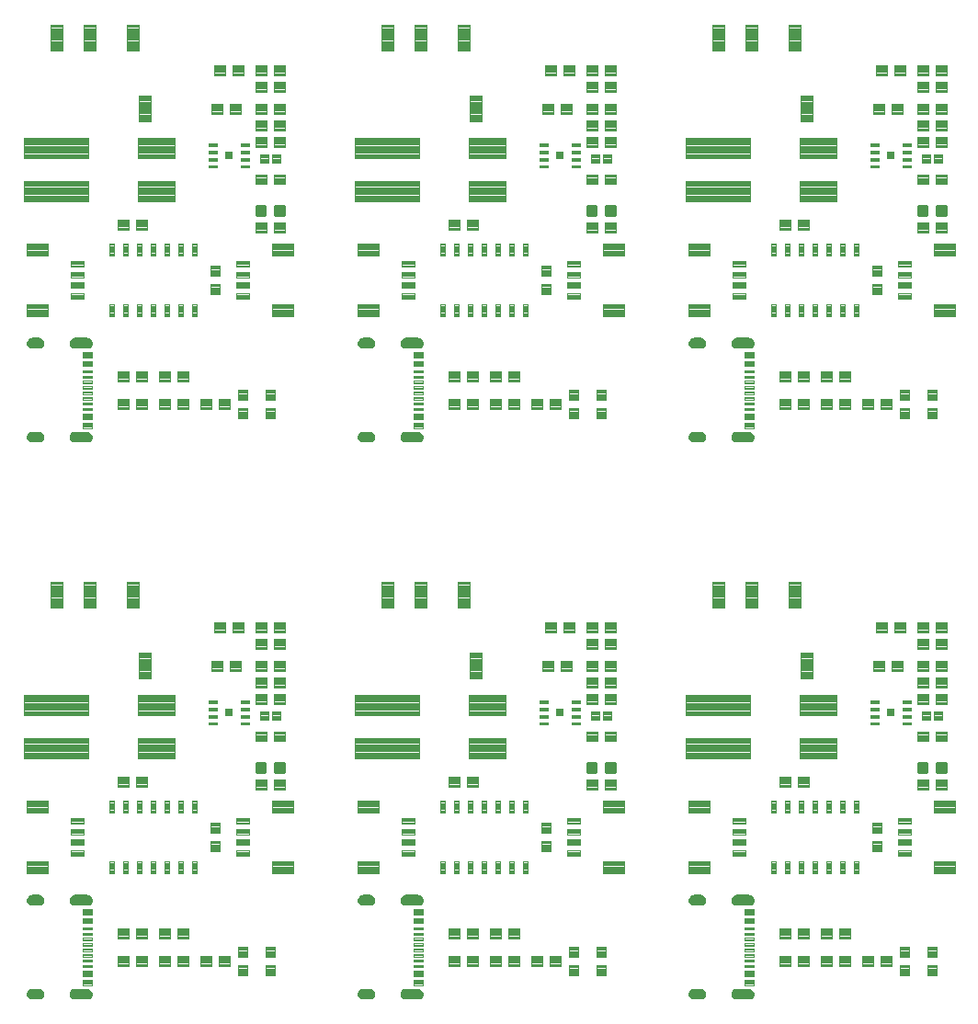
<source format=gtp>
G04 EAGLE Gerber RS-274X export*
G75*
%MOMM*%
%FSLAX34Y34*%
%LPD*%
%INSolderpaste Top*%
%IPPOS*%
%AMOC8*
5,1,8,0,0,1.08239X$1,22.5*%
G01*
%ADD10C,0.096000*%
%ADD11C,0.102000*%
%ADD12C,0.100000*%
%ADD13C,0.300000*%
%ADD14C,0.101500*%
%ADD15R,0.762000X0.762000*%

G36*
X365105Y566434D02*
X365105Y566434D01*
X365108Y566431D01*
X366203Y566611D01*
X366209Y566617D01*
X366214Y566614D01*
X367242Y567033D01*
X367246Y567040D01*
X367251Y567038D01*
X368160Y567676D01*
X368163Y567683D01*
X368168Y567683D01*
X368912Y568506D01*
X368913Y568514D01*
X368919Y568515D01*
X369461Y569483D01*
X369460Y569492D01*
X369466Y569494D01*
X369779Y570558D01*
X369776Y570566D01*
X369781Y570569D01*
X369849Y571677D01*
X369845Y571684D01*
X369849Y571687D01*
X369679Y572795D01*
X369673Y572801D01*
X369676Y572806D01*
X369264Y573848D01*
X369257Y573852D01*
X369259Y573857D01*
X368625Y574782D01*
X368617Y574784D01*
X368618Y574790D01*
X367795Y575550D01*
X367786Y575551D01*
X367786Y575557D01*
X366814Y576114D01*
X366806Y576113D01*
X366804Y576119D01*
X365732Y576446D01*
X365724Y576443D01*
X365721Y576448D01*
X364604Y576529D01*
X364601Y576528D01*
X364600Y576529D01*
X352600Y576529D01*
X352597Y576527D01*
X352590Y576527D01*
X352589Y576528D01*
X351645Y576309D01*
X351639Y576303D01*
X351634Y576305D01*
X350762Y575882D01*
X350759Y575874D01*
X350753Y575876D01*
X349997Y575269D01*
X349995Y575261D01*
X349989Y575261D01*
X349388Y574501D01*
X349388Y574492D01*
X349382Y574491D01*
X348964Y573616D01*
X348966Y573608D01*
X348961Y573606D01*
X348749Y572660D01*
X348752Y572653D01*
X348747Y572649D01*
X348751Y571680D01*
X348751Y571679D01*
X348770Y570611D01*
X348775Y570604D01*
X348771Y570600D01*
X349027Y569563D01*
X349034Y569558D01*
X349031Y569552D01*
X349512Y568598D01*
X349519Y568595D01*
X349518Y568589D01*
X350199Y567766D01*
X350207Y567764D01*
X350207Y567758D01*
X351054Y567107D01*
X351062Y567107D01*
X351063Y567101D01*
X352034Y566654D01*
X352042Y566656D01*
X352044Y566651D01*
X353090Y566432D01*
X353097Y566435D01*
X353100Y566431D01*
X365100Y566431D01*
X365105Y566434D01*
G37*
G36*
X669905Y566434D02*
X669905Y566434D01*
X669908Y566431D01*
X671003Y566611D01*
X671009Y566617D01*
X671014Y566614D01*
X672042Y567033D01*
X672046Y567040D01*
X672051Y567038D01*
X672960Y567676D01*
X672963Y567683D01*
X672968Y567683D01*
X673712Y568506D01*
X673713Y568514D01*
X673719Y568515D01*
X674261Y569483D01*
X674260Y569492D01*
X674266Y569494D01*
X674579Y570558D01*
X674576Y570566D01*
X674581Y570569D01*
X674649Y571677D01*
X674645Y571684D01*
X674649Y571687D01*
X674479Y572795D01*
X674473Y572801D01*
X674476Y572806D01*
X674064Y573848D01*
X674057Y573852D01*
X674059Y573857D01*
X673425Y574782D01*
X673417Y574784D01*
X673418Y574790D01*
X672595Y575550D01*
X672586Y575551D01*
X672586Y575557D01*
X671614Y576114D01*
X671606Y576113D01*
X671604Y576119D01*
X670532Y576446D01*
X670524Y576443D01*
X670521Y576448D01*
X669404Y576529D01*
X669401Y576528D01*
X669400Y576529D01*
X657400Y576529D01*
X657397Y576527D01*
X657390Y576527D01*
X657389Y576528D01*
X656445Y576309D01*
X656439Y576303D01*
X656434Y576305D01*
X655562Y575882D01*
X655559Y575874D01*
X655553Y575876D01*
X654797Y575269D01*
X654795Y575261D01*
X654789Y575261D01*
X654188Y574501D01*
X654188Y574492D01*
X654182Y574491D01*
X653764Y573616D01*
X653766Y573608D01*
X653761Y573606D01*
X653549Y572660D01*
X653552Y572653D01*
X653547Y572649D01*
X653551Y571680D01*
X653551Y571679D01*
X653570Y570611D01*
X653575Y570604D01*
X653571Y570600D01*
X653827Y569563D01*
X653834Y569558D01*
X653831Y569552D01*
X654312Y568598D01*
X654319Y568595D01*
X654318Y568589D01*
X654999Y567766D01*
X655007Y567764D01*
X655007Y567758D01*
X655854Y567107D01*
X655862Y567107D01*
X655863Y567101D01*
X656834Y566654D01*
X656842Y566656D01*
X656844Y566651D01*
X657890Y566432D01*
X657897Y566435D01*
X657900Y566431D01*
X669900Y566431D01*
X669905Y566434D01*
G37*
G36*
X60305Y566434D02*
X60305Y566434D01*
X60308Y566431D01*
X61403Y566611D01*
X61409Y566617D01*
X61414Y566614D01*
X62442Y567033D01*
X62446Y567040D01*
X62451Y567038D01*
X63360Y567676D01*
X63363Y567683D01*
X63368Y567683D01*
X64112Y568506D01*
X64113Y568514D01*
X64119Y568515D01*
X64661Y569483D01*
X64660Y569492D01*
X64666Y569494D01*
X64979Y570558D01*
X64976Y570566D01*
X64981Y570569D01*
X65049Y571677D01*
X65045Y571684D01*
X65049Y571687D01*
X64879Y572795D01*
X64873Y572801D01*
X64876Y572806D01*
X64464Y573848D01*
X64457Y573852D01*
X64459Y573857D01*
X63825Y574782D01*
X63817Y574784D01*
X63818Y574790D01*
X62995Y575550D01*
X62986Y575551D01*
X62986Y575557D01*
X62014Y576114D01*
X62006Y576113D01*
X62004Y576119D01*
X60932Y576446D01*
X60924Y576443D01*
X60921Y576448D01*
X59804Y576529D01*
X59801Y576528D01*
X59800Y576529D01*
X47800Y576529D01*
X47797Y576527D01*
X47790Y576527D01*
X47789Y576528D01*
X46845Y576309D01*
X46839Y576303D01*
X46834Y576305D01*
X45962Y575882D01*
X45959Y575874D01*
X45953Y575876D01*
X45197Y575269D01*
X45195Y575261D01*
X45189Y575261D01*
X44588Y574501D01*
X44588Y574492D01*
X44582Y574491D01*
X44164Y573616D01*
X44166Y573608D01*
X44161Y573606D01*
X43949Y572660D01*
X43952Y572653D01*
X43947Y572649D01*
X43951Y571680D01*
X43951Y571679D01*
X43970Y570611D01*
X43975Y570604D01*
X43971Y570600D01*
X44227Y569563D01*
X44234Y569558D01*
X44231Y569552D01*
X44712Y568598D01*
X44719Y568595D01*
X44718Y568589D01*
X45399Y567766D01*
X45407Y567764D01*
X45407Y567758D01*
X46254Y567107D01*
X46262Y567107D01*
X46263Y567101D01*
X47234Y566654D01*
X47242Y566656D01*
X47244Y566651D01*
X48290Y566432D01*
X48297Y566435D01*
X48300Y566431D01*
X60300Y566431D01*
X60305Y566434D01*
G37*
G36*
X365105Y53354D02*
X365105Y53354D01*
X365108Y53351D01*
X366203Y53531D01*
X366209Y53537D01*
X366214Y53534D01*
X367242Y53953D01*
X367246Y53960D01*
X367251Y53958D01*
X368160Y54596D01*
X368163Y54603D01*
X368168Y54603D01*
X368912Y55426D01*
X368913Y55434D01*
X368919Y55435D01*
X369461Y56403D01*
X369460Y56412D01*
X369466Y56414D01*
X369779Y57478D01*
X369776Y57486D01*
X369781Y57489D01*
X369849Y58597D01*
X369845Y58604D01*
X369849Y58607D01*
X369679Y59715D01*
X369673Y59721D01*
X369676Y59726D01*
X369264Y60768D01*
X369257Y60772D01*
X369259Y60777D01*
X368625Y61702D01*
X368617Y61704D01*
X368618Y61710D01*
X367795Y62470D01*
X367786Y62471D01*
X367786Y62477D01*
X366814Y63034D01*
X366806Y63033D01*
X366804Y63039D01*
X365732Y63366D01*
X365724Y63363D01*
X365721Y63368D01*
X364604Y63449D01*
X364601Y63448D01*
X364600Y63449D01*
X352600Y63449D01*
X352597Y63447D01*
X352590Y63447D01*
X352589Y63448D01*
X351645Y63229D01*
X351639Y63223D01*
X351634Y63225D01*
X350762Y62802D01*
X350759Y62794D01*
X350753Y62796D01*
X349997Y62189D01*
X349995Y62181D01*
X349989Y62181D01*
X349388Y61421D01*
X349388Y61412D01*
X349382Y61411D01*
X348964Y60536D01*
X348966Y60528D01*
X348961Y60526D01*
X348749Y59580D01*
X348752Y59573D01*
X348747Y59569D01*
X348751Y58600D01*
X348751Y58599D01*
X348770Y57531D01*
X348775Y57524D01*
X348771Y57520D01*
X349027Y56483D01*
X349034Y56478D01*
X349031Y56472D01*
X349512Y55518D01*
X349519Y55515D01*
X349518Y55509D01*
X350199Y54686D01*
X350207Y54684D01*
X350207Y54678D01*
X351054Y54027D01*
X351062Y54027D01*
X351063Y54021D01*
X352034Y53574D01*
X352042Y53576D01*
X352044Y53571D01*
X353090Y53352D01*
X353097Y53355D01*
X353100Y53351D01*
X365100Y53351D01*
X365105Y53354D01*
G37*
G36*
X669905Y53354D02*
X669905Y53354D01*
X669908Y53351D01*
X671003Y53531D01*
X671009Y53537D01*
X671014Y53534D01*
X672042Y53953D01*
X672046Y53960D01*
X672051Y53958D01*
X672960Y54596D01*
X672963Y54603D01*
X672968Y54603D01*
X673712Y55426D01*
X673713Y55434D01*
X673719Y55435D01*
X674261Y56403D01*
X674260Y56412D01*
X674266Y56414D01*
X674579Y57478D01*
X674576Y57486D01*
X674581Y57489D01*
X674649Y58597D01*
X674645Y58604D01*
X674649Y58607D01*
X674479Y59715D01*
X674473Y59721D01*
X674476Y59726D01*
X674064Y60768D01*
X674057Y60772D01*
X674059Y60777D01*
X673425Y61702D01*
X673417Y61704D01*
X673418Y61710D01*
X672595Y62470D01*
X672586Y62471D01*
X672586Y62477D01*
X671614Y63034D01*
X671606Y63033D01*
X671604Y63039D01*
X670532Y63366D01*
X670524Y63363D01*
X670521Y63368D01*
X669404Y63449D01*
X669401Y63448D01*
X669400Y63449D01*
X657400Y63449D01*
X657397Y63447D01*
X657390Y63447D01*
X657389Y63448D01*
X656445Y63229D01*
X656439Y63223D01*
X656434Y63225D01*
X655562Y62802D01*
X655559Y62794D01*
X655553Y62796D01*
X654797Y62189D01*
X654795Y62181D01*
X654789Y62181D01*
X654188Y61421D01*
X654188Y61412D01*
X654182Y61411D01*
X653764Y60536D01*
X653766Y60528D01*
X653761Y60526D01*
X653549Y59580D01*
X653552Y59573D01*
X653547Y59569D01*
X653551Y58600D01*
X653551Y58599D01*
X653570Y57531D01*
X653575Y57524D01*
X653571Y57520D01*
X653827Y56483D01*
X653834Y56478D01*
X653831Y56472D01*
X654312Y55518D01*
X654319Y55515D01*
X654318Y55509D01*
X654999Y54686D01*
X655007Y54684D01*
X655007Y54678D01*
X655854Y54027D01*
X655862Y54027D01*
X655863Y54021D01*
X656834Y53574D01*
X656842Y53576D01*
X656844Y53571D01*
X657890Y53352D01*
X657897Y53355D01*
X657900Y53351D01*
X669900Y53351D01*
X669905Y53354D01*
G37*
G36*
X60305Y53354D02*
X60305Y53354D01*
X60308Y53351D01*
X61403Y53531D01*
X61409Y53537D01*
X61414Y53534D01*
X62442Y53953D01*
X62446Y53960D01*
X62451Y53958D01*
X63360Y54596D01*
X63363Y54603D01*
X63368Y54603D01*
X64112Y55426D01*
X64113Y55434D01*
X64119Y55435D01*
X64661Y56403D01*
X64660Y56412D01*
X64666Y56414D01*
X64979Y57478D01*
X64976Y57486D01*
X64981Y57489D01*
X65049Y58597D01*
X65045Y58604D01*
X65049Y58607D01*
X64879Y59715D01*
X64873Y59721D01*
X64876Y59726D01*
X64464Y60768D01*
X64457Y60772D01*
X64459Y60777D01*
X63825Y61702D01*
X63817Y61704D01*
X63818Y61710D01*
X62995Y62470D01*
X62986Y62471D01*
X62986Y62477D01*
X62014Y63034D01*
X62006Y63033D01*
X62004Y63039D01*
X60932Y63366D01*
X60924Y63363D01*
X60921Y63368D01*
X59804Y63449D01*
X59801Y63448D01*
X59800Y63449D01*
X47800Y63449D01*
X47797Y63447D01*
X47790Y63447D01*
X47789Y63448D01*
X46845Y63229D01*
X46839Y63223D01*
X46834Y63225D01*
X45962Y62802D01*
X45959Y62794D01*
X45953Y62796D01*
X45197Y62189D01*
X45195Y62181D01*
X45189Y62181D01*
X44588Y61421D01*
X44588Y61412D01*
X44582Y61411D01*
X44164Y60536D01*
X44166Y60528D01*
X44161Y60526D01*
X43949Y59580D01*
X43952Y59573D01*
X43947Y59569D01*
X43951Y58600D01*
X43951Y58599D01*
X43970Y57531D01*
X43975Y57524D01*
X43971Y57520D01*
X44227Y56483D01*
X44234Y56478D01*
X44231Y56472D01*
X44712Y55518D01*
X44719Y55515D01*
X44718Y55509D01*
X45399Y54686D01*
X45407Y54684D01*
X45407Y54678D01*
X46254Y54027D01*
X46262Y54027D01*
X46263Y54021D01*
X47234Y53574D01*
X47242Y53576D01*
X47244Y53571D01*
X48290Y53352D01*
X48297Y53355D01*
X48300Y53351D01*
X60300Y53351D01*
X60305Y53354D01*
G37*
G36*
X365105Y652835D02*
X365105Y652835D01*
X365108Y652831D01*
X366214Y653024D01*
X366219Y653029D01*
X366219Y653030D01*
X366224Y653027D01*
X367259Y653460D01*
X367263Y653467D01*
X367268Y653465D01*
X368181Y654118D01*
X368183Y654126D01*
X368189Y654125D01*
X368933Y654964D01*
X368934Y654973D01*
X368939Y654973D01*
X369478Y655957D01*
X369477Y655965D01*
X369478Y655966D01*
X369482Y655967D01*
X369483Y655969D01*
X369665Y656610D01*
X369789Y657046D01*
X369787Y657051D01*
X369789Y657053D01*
X369787Y657055D01*
X369791Y657057D01*
X369849Y658177D01*
X369846Y658182D01*
X369849Y658186D01*
X369731Y659231D01*
X369725Y659237D01*
X369729Y659242D01*
X369381Y660236D01*
X369374Y660240D01*
X369376Y660245D01*
X368816Y661137D01*
X368809Y661140D01*
X368809Y661145D01*
X368065Y661889D01*
X368057Y661891D01*
X368057Y661896D01*
X367165Y662456D01*
X367157Y662456D01*
X367156Y662461D01*
X366162Y662809D01*
X366154Y662806D01*
X366151Y662811D01*
X365106Y662929D01*
X365102Y662927D01*
X365100Y662929D01*
X353100Y662929D01*
X353097Y662927D01*
X353094Y662927D01*
X353092Y662929D01*
X352096Y662771D01*
X352090Y662765D01*
X352085Y662768D01*
X351149Y662393D01*
X351145Y662386D01*
X351139Y662388D01*
X350310Y661814D01*
X350307Y661806D01*
X350302Y661807D01*
X349621Y661063D01*
X349620Y661054D01*
X349614Y661054D01*
X349116Y660177D01*
X349117Y660169D01*
X349112Y660166D01*
X348924Y659542D01*
X348821Y659201D01*
X348822Y659198D01*
X348821Y659197D01*
X348824Y659193D01*
X348819Y659190D01*
X348751Y658183D01*
X348752Y658181D01*
X348751Y658180D01*
X348760Y657099D01*
X348765Y657092D01*
X348761Y657088D01*
X349011Y656036D01*
X349017Y656031D01*
X349014Y656026D01*
X349491Y655056D01*
X349499Y655053D01*
X349497Y655047D01*
X350178Y654208D01*
X350186Y654206D01*
X350186Y654200D01*
X351037Y653534D01*
X351045Y653533D01*
X351046Y653528D01*
X352023Y653067D01*
X352031Y653069D01*
X352034Y653064D01*
X353089Y652832D01*
X353097Y652835D01*
X353100Y652831D01*
X365100Y652831D01*
X365105Y652835D01*
G37*
G36*
X60305Y652835D02*
X60305Y652835D01*
X60308Y652831D01*
X61414Y653024D01*
X61419Y653029D01*
X61419Y653030D01*
X61424Y653027D01*
X62459Y653460D01*
X62463Y653467D01*
X62468Y653465D01*
X63381Y654118D01*
X63383Y654126D01*
X63389Y654125D01*
X64133Y654964D01*
X64134Y654973D01*
X64139Y654973D01*
X64678Y655957D01*
X64677Y655965D01*
X64678Y655966D01*
X64682Y655967D01*
X64683Y655969D01*
X64865Y656610D01*
X64989Y657046D01*
X64987Y657051D01*
X64989Y657053D01*
X64987Y657055D01*
X64991Y657057D01*
X65049Y658177D01*
X65046Y658182D01*
X65049Y658186D01*
X64931Y659231D01*
X64925Y659237D01*
X64929Y659242D01*
X64581Y660236D01*
X64574Y660240D01*
X64576Y660245D01*
X64016Y661137D01*
X64009Y661140D01*
X64009Y661145D01*
X63265Y661889D01*
X63257Y661891D01*
X63257Y661896D01*
X62365Y662456D01*
X62357Y662456D01*
X62356Y662461D01*
X61362Y662809D01*
X61354Y662806D01*
X61351Y662811D01*
X60306Y662929D01*
X60302Y662927D01*
X60300Y662929D01*
X48300Y662929D01*
X48297Y662927D01*
X48294Y662927D01*
X48292Y662929D01*
X47296Y662771D01*
X47290Y662765D01*
X47285Y662768D01*
X46349Y662393D01*
X46345Y662386D01*
X46339Y662388D01*
X45510Y661814D01*
X45507Y661806D01*
X45502Y661807D01*
X44821Y661063D01*
X44820Y661054D01*
X44814Y661054D01*
X44316Y660177D01*
X44317Y660169D01*
X44312Y660166D01*
X44124Y659542D01*
X44021Y659201D01*
X44022Y659198D01*
X44021Y659197D01*
X44024Y659193D01*
X44019Y659190D01*
X43951Y658183D01*
X43952Y658181D01*
X43951Y658180D01*
X43960Y657099D01*
X43965Y657092D01*
X43961Y657088D01*
X44211Y656036D01*
X44217Y656031D01*
X44214Y656026D01*
X44691Y655056D01*
X44699Y655053D01*
X44697Y655047D01*
X45378Y654208D01*
X45386Y654206D01*
X45386Y654200D01*
X46237Y653534D01*
X46245Y653533D01*
X46246Y653528D01*
X47223Y653067D01*
X47231Y653069D01*
X47234Y653064D01*
X48289Y652832D01*
X48297Y652835D01*
X48300Y652831D01*
X60300Y652831D01*
X60305Y652835D01*
G37*
G36*
X669905Y652835D02*
X669905Y652835D01*
X669908Y652831D01*
X671014Y653024D01*
X671019Y653029D01*
X671019Y653030D01*
X671024Y653027D01*
X672059Y653460D01*
X672063Y653467D01*
X672068Y653465D01*
X672981Y654118D01*
X672983Y654126D01*
X672989Y654125D01*
X673733Y654964D01*
X673734Y654973D01*
X673739Y654973D01*
X674278Y655957D01*
X674277Y655965D01*
X674278Y655966D01*
X674282Y655967D01*
X674283Y655969D01*
X674465Y656610D01*
X674589Y657046D01*
X674587Y657051D01*
X674589Y657053D01*
X674587Y657055D01*
X674591Y657057D01*
X674649Y658177D01*
X674646Y658182D01*
X674649Y658186D01*
X674531Y659231D01*
X674525Y659237D01*
X674529Y659242D01*
X674181Y660236D01*
X674174Y660240D01*
X674176Y660245D01*
X673616Y661137D01*
X673609Y661140D01*
X673609Y661145D01*
X672865Y661889D01*
X672857Y661891D01*
X672857Y661896D01*
X671965Y662456D01*
X671957Y662456D01*
X671956Y662461D01*
X670962Y662809D01*
X670954Y662806D01*
X670951Y662811D01*
X669906Y662929D01*
X669902Y662927D01*
X669900Y662929D01*
X657900Y662929D01*
X657897Y662927D01*
X657894Y662927D01*
X657892Y662929D01*
X656896Y662771D01*
X656890Y662765D01*
X656885Y662768D01*
X655949Y662393D01*
X655945Y662386D01*
X655939Y662388D01*
X655110Y661814D01*
X655107Y661806D01*
X655102Y661807D01*
X654421Y661063D01*
X654420Y661054D01*
X654414Y661054D01*
X653916Y660177D01*
X653917Y660169D01*
X653912Y660166D01*
X653724Y659542D01*
X653621Y659201D01*
X653622Y659198D01*
X653621Y659197D01*
X653624Y659193D01*
X653619Y659190D01*
X653551Y658183D01*
X653552Y658181D01*
X653551Y658180D01*
X653560Y657099D01*
X653565Y657092D01*
X653561Y657088D01*
X653811Y656036D01*
X653817Y656031D01*
X653814Y656026D01*
X654291Y655056D01*
X654299Y655053D01*
X654297Y655047D01*
X654978Y654208D01*
X654986Y654206D01*
X654986Y654200D01*
X655837Y653534D01*
X655845Y653533D01*
X655846Y653528D01*
X656823Y653067D01*
X656831Y653069D01*
X656834Y653064D01*
X657889Y652832D01*
X657897Y652835D01*
X657900Y652831D01*
X669900Y652831D01*
X669905Y652835D01*
G37*
G36*
X669905Y139755D02*
X669905Y139755D01*
X669908Y139751D01*
X671014Y139944D01*
X671019Y139949D01*
X671019Y139950D01*
X671024Y139947D01*
X672059Y140380D01*
X672063Y140387D01*
X672068Y140385D01*
X672981Y141038D01*
X672983Y141046D01*
X672989Y141045D01*
X673733Y141884D01*
X673734Y141893D01*
X673739Y141893D01*
X674278Y142877D01*
X674277Y142885D01*
X674278Y142886D01*
X674282Y142887D01*
X674283Y142889D01*
X674465Y143530D01*
X674589Y143966D01*
X674587Y143971D01*
X674589Y143973D01*
X674587Y143975D01*
X674591Y143977D01*
X674649Y145097D01*
X674646Y145102D01*
X674649Y145106D01*
X674531Y146151D01*
X674525Y146157D01*
X674529Y146162D01*
X674181Y147156D01*
X674174Y147160D01*
X674176Y147165D01*
X673616Y148057D01*
X673609Y148060D01*
X673609Y148065D01*
X672865Y148809D01*
X672857Y148811D01*
X672857Y148816D01*
X671965Y149376D01*
X671957Y149376D01*
X671956Y149381D01*
X670962Y149729D01*
X670954Y149726D01*
X670951Y149731D01*
X669906Y149849D01*
X669902Y149847D01*
X669900Y149849D01*
X657900Y149849D01*
X657897Y149847D01*
X657894Y149847D01*
X657892Y149849D01*
X656896Y149691D01*
X656890Y149685D01*
X656885Y149688D01*
X655949Y149313D01*
X655945Y149306D01*
X655939Y149308D01*
X655110Y148734D01*
X655107Y148726D01*
X655102Y148727D01*
X654421Y147983D01*
X654420Y147974D01*
X654414Y147974D01*
X653916Y147097D01*
X653917Y147089D01*
X653912Y147086D01*
X653724Y146462D01*
X653621Y146121D01*
X653622Y146118D01*
X653621Y146117D01*
X653624Y146113D01*
X653619Y146110D01*
X653551Y145103D01*
X653552Y145101D01*
X653551Y145100D01*
X653560Y144019D01*
X653565Y144012D01*
X653561Y144008D01*
X653811Y142956D01*
X653817Y142951D01*
X653814Y142946D01*
X654291Y141976D01*
X654299Y141973D01*
X654297Y141967D01*
X654978Y141128D01*
X654986Y141126D01*
X654986Y141120D01*
X655837Y140454D01*
X655845Y140453D01*
X655846Y140448D01*
X656823Y139987D01*
X656831Y139989D01*
X656834Y139984D01*
X657889Y139752D01*
X657897Y139755D01*
X657900Y139751D01*
X669900Y139751D01*
X669905Y139755D01*
G37*
G36*
X60305Y139755D02*
X60305Y139755D01*
X60308Y139751D01*
X61414Y139944D01*
X61419Y139949D01*
X61419Y139950D01*
X61424Y139947D01*
X62459Y140380D01*
X62463Y140387D01*
X62468Y140385D01*
X63381Y141038D01*
X63383Y141046D01*
X63389Y141045D01*
X64133Y141884D01*
X64134Y141893D01*
X64139Y141893D01*
X64678Y142877D01*
X64677Y142885D01*
X64678Y142886D01*
X64682Y142887D01*
X64683Y142889D01*
X64865Y143530D01*
X64989Y143966D01*
X64987Y143971D01*
X64989Y143973D01*
X64987Y143975D01*
X64991Y143977D01*
X65049Y145097D01*
X65046Y145102D01*
X65049Y145106D01*
X64931Y146151D01*
X64925Y146157D01*
X64929Y146162D01*
X64581Y147156D01*
X64574Y147160D01*
X64576Y147165D01*
X64016Y148057D01*
X64009Y148060D01*
X64009Y148065D01*
X63265Y148809D01*
X63257Y148811D01*
X63257Y148816D01*
X62365Y149376D01*
X62357Y149376D01*
X62356Y149381D01*
X61362Y149729D01*
X61354Y149726D01*
X61351Y149731D01*
X60306Y149849D01*
X60302Y149847D01*
X60300Y149849D01*
X48300Y149849D01*
X48297Y149847D01*
X48294Y149847D01*
X48292Y149849D01*
X47296Y149691D01*
X47290Y149685D01*
X47285Y149688D01*
X46349Y149313D01*
X46345Y149306D01*
X46339Y149308D01*
X45510Y148734D01*
X45507Y148726D01*
X45502Y148727D01*
X44821Y147983D01*
X44820Y147974D01*
X44814Y147974D01*
X44316Y147097D01*
X44317Y147089D01*
X44312Y147086D01*
X44124Y146462D01*
X44021Y146121D01*
X44022Y146118D01*
X44021Y146117D01*
X44024Y146113D01*
X44019Y146110D01*
X43951Y145103D01*
X43952Y145101D01*
X43951Y145100D01*
X43960Y144019D01*
X43965Y144012D01*
X43961Y144008D01*
X44211Y142956D01*
X44217Y142951D01*
X44214Y142946D01*
X44691Y141976D01*
X44699Y141973D01*
X44697Y141967D01*
X45378Y141128D01*
X45386Y141126D01*
X45386Y141120D01*
X46237Y140454D01*
X46245Y140453D01*
X46246Y140448D01*
X47223Y139987D01*
X47231Y139989D01*
X47234Y139984D01*
X48289Y139752D01*
X48297Y139755D01*
X48300Y139751D01*
X60300Y139751D01*
X60305Y139755D01*
G37*
G36*
X365105Y139755D02*
X365105Y139755D01*
X365108Y139751D01*
X366214Y139944D01*
X366219Y139949D01*
X366219Y139950D01*
X366224Y139947D01*
X367259Y140380D01*
X367263Y140387D01*
X367268Y140385D01*
X368181Y141038D01*
X368183Y141046D01*
X368189Y141045D01*
X368933Y141884D01*
X368934Y141893D01*
X368939Y141893D01*
X369478Y142877D01*
X369477Y142885D01*
X369478Y142886D01*
X369482Y142887D01*
X369483Y142889D01*
X369665Y143530D01*
X369789Y143966D01*
X369787Y143971D01*
X369789Y143973D01*
X369787Y143975D01*
X369791Y143977D01*
X369849Y145097D01*
X369846Y145102D01*
X369849Y145106D01*
X369731Y146151D01*
X369725Y146157D01*
X369729Y146162D01*
X369381Y147156D01*
X369374Y147160D01*
X369376Y147165D01*
X368816Y148057D01*
X368809Y148060D01*
X368809Y148065D01*
X368065Y148809D01*
X368057Y148811D01*
X368057Y148816D01*
X367165Y149376D01*
X367157Y149376D01*
X367156Y149381D01*
X366162Y149729D01*
X366154Y149726D01*
X366151Y149731D01*
X365106Y149849D01*
X365102Y149847D01*
X365100Y149849D01*
X353100Y149849D01*
X353097Y149847D01*
X353094Y149847D01*
X353092Y149849D01*
X352096Y149691D01*
X352090Y149685D01*
X352085Y149688D01*
X351149Y149313D01*
X351145Y149306D01*
X351139Y149308D01*
X350310Y148734D01*
X350307Y148726D01*
X350302Y148727D01*
X349621Y147983D01*
X349620Y147974D01*
X349614Y147974D01*
X349116Y147097D01*
X349117Y147089D01*
X349112Y147086D01*
X348924Y146462D01*
X348821Y146121D01*
X348822Y146118D01*
X348821Y146117D01*
X348824Y146113D01*
X348819Y146110D01*
X348751Y145103D01*
X348752Y145101D01*
X348751Y145100D01*
X348760Y144019D01*
X348765Y144012D01*
X348761Y144008D01*
X349011Y142956D01*
X349017Y142951D01*
X349014Y142946D01*
X349491Y141976D01*
X349499Y141973D01*
X349497Y141967D01*
X350178Y141128D01*
X350186Y141126D01*
X350186Y141120D01*
X351037Y140454D01*
X351045Y140453D01*
X351046Y140448D01*
X352023Y139987D01*
X352031Y139989D01*
X352034Y139984D01*
X353089Y139752D01*
X353097Y139755D01*
X353100Y139751D01*
X365100Y139751D01*
X365105Y139755D01*
G37*
G36*
X625104Y566434D02*
X625104Y566434D01*
X625106Y566431D01*
X626239Y566581D01*
X626245Y566587D01*
X626250Y566584D01*
X627320Y566982D01*
X627324Y566989D01*
X627330Y566987D01*
X628285Y567614D01*
X628288Y567622D01*
X628293Y567621D01*
X629085Y568444D01*
X629086Y568452D01*
X629092Y568453D01*
X629681Y569432D01*
X629680Y569440D01*
X629685Y569442D01*
X630041Y570527D01*
X630039Y570535D01*
X630043Y570538D01*
X630149Y571675D01*
X630144Y571684D01*
X630148Y571689D01*
X629941Y572826D01*
X629935Y572832D01*
X629938Y572837D01*
X629483Y573899D01*
X629476Y573903D01*
X629478Y573909D01*
X628798Y574844D01*
X628790Y574846D01*
X628791Y574852D01*
X627920Y575612D01*
X627912Y575612D01*
X627911Y575618D01*
X626892Y576165D01*
X626884Y576164D01*
X626882Y576169D01*
X625768Y576476D01*
X625760Y576473D01*
X625757Y576478D01*
X624602Y576529D01*
X624601Y576528D01*
X624600Y576529D01*
X618600Y576529D01*
X618597Y576527D01*
X618592Y576527D01*
X618591Y576528D01*
X617510Y576316D01*
X617505Y576310D01*
X617500Y576313D01*
X616494Y575866D01*
X616490Y575859D01*
X616484Y575861D01*
X615603Y575201D01*
X615600Y575193D01*
X615595Y575193D01*
X614882Y574354D01*
X614882Y574346D01*
X614876Y574345D01*
X614368Y573368D01*
X614369Y573360D01*
X614364Y573358D01*
X614086Y572293D01*
X614089Y572285D01*
X614085Y572282D01*
X614051Y571182D01*
X614055Y571176D01*
X614051Y571173D01*
X614206Y570098D01*
X614212Y570092D01*
X614209Y570087D01*
X614599Y569073D01*
X614606Y569069D01*
X614605Y569063D01*
X615211Y568161D01*
X615219Y568159D01*
X615218Y568153D01*
X616010Y567409D01*
X616018Y567408D01*
X616018Y567402D01*
X616956Y566853D01*
X616964Y566854D01*
X616966Y566848D01*
X618002Y566521D01*
X618010Y566524D01*
X618013Y566519D01*
X619096Y566431D01*
X619099Y566433D01*
X619100Y566431D01*
X625100Y566431D01*
X625104Y566434D01*
G37*
G36*
X320304Y566434D02*
X320304Y566434D01*
X320306Y566431D01*
X321439Y566581D01*
X321445Y566587D01*
X321450Y566584D01*
X322520Y566982D01*
X322524Y566989D01*
X322530Y566987D01*
X323485Y567614D01*
X323488Y567622D01*
X323493Y567621D01*
X324285Y568444D01*
X324286Y568452D01*
X324292Y568453D01*
X324881Y569432D01*
X324880Y569440D01*
X324885Y569442D01*
X325241Y570527D01*
X325239Y570535D01*
X325243Y570538D01*
X325349Y571675D01*
X325344Y571684D01*
X325348Y571689D01*
X325141Y572826D01*
X325135Y572832D01*
X325138Y572837D01*
X324683Y573899D01*
X324676Y573903D01*
X324678Y573909D01*
X323998Y574844D01*
X323990Y574846D01*
X323991Y574852D01*
X323120Y575612D01*
X323112Y575612D01*
X323111Y575618D01*
X322092Y576165D01*
X322084Y576164D01*
X322082Y576169D01*
X320968Y576476D01*
X320960Y576473D01*
X320957Y576478D01*
X319802Y576529D01*
X319801Y576528D01*
X319800Y576529D01*
X313800Y576529D01*
X313797Y576527D01*
X313792Y576527D01*
X313791Y576528D01*
X312710Y576316D01*
X312705Y576310D01*
X312700Y576313D01*
X311694Y575866D01*
X311690Y575859D01*
X311684Y575861D01*
X310803Y575201D01*
X310800Y575193D01*
X310795Y575193D01*
X310082Y574354D01*
X310082Y574346D01*
X310076Y574345D01*
X309568Y573368D01*
X309569Y573360D01*
X309564Y573358D01*
X309286Y572293D01*
X309289Y572285D01*
X309285Y572282D01*
X309251Y571182D01*
X309255Y571176D01*
X309251Y571173D01*
X309406Y570098D01*
X309412Y570092D01*
X309409Y570087D01*
X309799Y569073D01*
X309806Y569069D01*
X309805Y569063D01*
X310411Y568161D01*
X310419Y568159D01*
X310418Y568153D01*
X311210Y567409D01*
X311218Y567408D01*
X311218Y567402D01*
X312156Y566853D01*
X312164Y566854D01*
X312166Y566848D01*
X313202Y566521D01*
X313210Y566524D01*
X313213Y566519D01*
X314296Y566431D01*
X314299Y566433D01*
X314300Y566431D01*
X320300Y566431D01*
X320304Y566434D01*
G37*
G36*
X15504Y566434D02*
X15504Y566434D01*
X15506Y566431D01*
X16639Y566581D01*
X16645Y566587D01*
X16650Y566584D01*
X17720Y566982D01*
X17724Y566989D01*
X17730Y566987D01*
X18685Y567614D01*
X18688Y567622D01*
X18693Y567621D01*
X19485Y568444D01*
X19486Y568452D01*
X19492Y568453D01*
X20081Y569432D01*
X20080Y569440D01*
X20085Y569442D01*
X20441Y570527D01*
X20439Y570535D01*
X20443Y570538D01*
X20549Y571675D01*
X20544Y571684D01*
X20548Y571689D01*
X20341Y572826D01*
X20335Y572832D01*
X20338Y572837D01*
X19883Y573899D01*
X19876Y573903D01*
X19878Y573909D01*
X19198Y574844D01*
X19190Y574846D01*
X19191Y574852D01*
X18320Y575612D01*
X18312Y575612D01*
X18311Y575618D01*
X17292Y576165D01*
X17284Y576164D01*
X17282Y576169D01*
X16168Y576476D01*
X16160Y576473D01*
X16157Y576478D01*
X15002Y576529D01*
X15001Y576528D01*
X15000Y576529D01*
X9000Y576529D01*
X8997Y576527D01*
X8992Y576527D01*
X8991Y576528D01*
X7910Y576316D01*
X7905Y576310D01*
X7900Y576313D01*
X6894Y575866D01*
X6890Y575859D01*
X6884Y575861D01*
X6003Y575201D01*
X6000Y575193D01*
X5995Y575193D01*
X5282Y574354D01*
X5282Y574346D01*
X5276Y574345D01*
X4768Y573368D01*
X4769Y573360D01*
X4764Y573358D01*
X4486Y572293D01*
X4489Y572285D01*
X4485Y572282D01*
X4451Y571182D01*
X4455Y571176D01*
X4451Y571173D01*
X4606Y570098D01*
X4612Y570092D01*
X4609Y570087D01*
X4999Y569073D01*
X5006Y569069D01*
X5005Y569063D01*
X5611Y568161D01*
X5619Y568159D01*
X5618Y568153D01*
X6410Y567409D01*
X6418Y567408D01*
X6418Y567402D01*
X7356Y566853D01*
X7364Y566854D01*
X7366Y566848D01*
X8402Y566521D01*
X8410Y566524D01*
X8413Y566519D01*
X9496Y566431D01*
X9499Y566433D01*
X9500Y566431D01*
X15500Y566431D01*
X15504Y566434D01*
G37*
G36*
X320304Y53354D02*
X320304Y53354D01*
X320306Y53351D01*
X321439Y53501D01*
X321445Y53507D01*
X321450Y53504D01*
X322520Y53902D01*
X322524Y53909D01*
X322530Y53907D01*
X323485Y54534D01*
X323488Y54542D01*
X323493Y54541D01*
X324285Y55364D01*
X324286Y55372D01*
X324292Y55373D01*
X324881Y56352D01*
X324880Y56360D01*
X324885Y56362D01*
X325241Y57447D01*
X325239Y57455D01*
X325243Y57458D01*
X325349Y58595D01*
X325344Y58604D01*
X325348Y58609D01*
X325141Y59746D01*
X325135Y59752D01*
X325138Y59757D01*
X324683Y60819D01*
X324676Y60823D01*
X324678Y60829D01*
X323998Y61764D01*
X323990Y61766D01*
X323991Y61772D01*
X323120Y62532D01*
X323112Y62532D01*
X323111Y62538D01*
X322092Y63085D01*
X322084Y63084D01*
X322082Y63089D01*
X320968Y63396D01*
X320960Y63393D01*
X320957Y63398D01*
X319802Y63449D01*
X319801Y63448D01*
X319800Y63449D01*
X313800Y63449D01*
X313797Y63447D01*
X313792Y63447D01*
X313791Y63448D01*
X312710Y63236D01*
X312705Y63230D01*
X312700Y63233D01*
X311694Y62786D01*
X311690Y62779D01*
X311684Y62781D01*
X310803Y62121D01*
X310800Y62113D01*
X310795Y62113D01*
X310082Y61274D01*
X310082Y61266D01*
X310076Y61265D01*
X309568Y60288D01*
X309569Y60280D01*
X309564Y60278D01*
X309286Y59213D01*
X309289Y59205D01*
X309285Y59202D01*
X309251Y58102D01*
X309255Y58096D01*
X309251Y58093D01*
X309406Y57018D01*
X309412Y57012D01*
X309409Y57007D01*
X309799Y55993D01*
X309806Y55989D01*
X309805Y55983D01*
X310411Y55081D01*
X310419Y55079D01*
X310418Y55073D01*
X311210Y54329D01*
X311218Y54328D01*
X311218Y54322D01*
X312156Y53773D01*
X312164Y53774D01*
X312166Y53768D01*
X313202Y53441D01*
X313210Y53444D01*
X313213Y53439D01*
X314296Y53351D01*
X314299Y53353D01*
X314300Y53351D01*
X320300Y53351D01*
X320304Y53354D01*
G37*
G36*
X625104Y53354D02*
X625104Y53354D01*
X625106Y53351D01*
X626239Y53501D01*
X626245Y53507D01*
X626250Y53504D01*
X627320Y53902D01*
X627324Y53909D01*
X627330Y53907D01*
X628285Y54534D01*
X628288Y54542D01*
X628293Y54541D01*
X629085Y55364D01*
X629086Y55372D01*
X629092Y55373D01*
X629681Y56352D01*
X629680Y56360D01*
X629685Y56362D01*
X630041Y57447D01*
X630039Y57455D01*
X630043Y57458D01*
X630149Y58595D01*
X630144Y58604D01*
X630148Y58609D01*
X629941Y59746D01*
X629935Y59752D01*
X629938Y59757D01*
X629483Y60819D01*
X629476Y60823D01*
X629478Y60829D01*
X628798Y61764D01*
X628790Y61766D01*
X628791Y61772D01*
X627920Y62532D01*
X627912Y62532D01*
X627911Y62538D01*
X626892Y63085D01*
X626884Y63084D01*
X626882Y63089D01*
X625768Y63396D01*
X625760Y63393D01*
X625757Y63398D01*
X624602Y63449D01*
X624601Y63448D01*
X624600Y63449D01*
X618600Y63449D01*
X618597Y63447D01*
X618592Y63447D01*
X618591Y63448D01*
X617510Y63236D01*
X617505Y63230D01*
X617500Y63233D01*
X616494Y62786D01*
X616490Y62779D01*
X616484Y62781D01*
X615603Y62121D01*
X615600Y62113D01*
X615595Y62113D01*
X614882Y61274D01*
X614882Y61266D01*
X614876Y61265D01*
X614368Y60288D01*
X614369Y60280D01*
X614364Y60278D01*
X614086Y59213D01*
X614089Y59205D01*
X614085Y59202D01*
X614051Y58102D01*
X614055Y58096D01*
X614051Y58093D01*
X614206Y57018D01*
X614212Y57012D01*
X614209Y57007D01*
X614599Y55993D01*
X614606Y55989D01*
X614605Y55983D01*
X615211Y55081D01*
X615219Y55079D01*
X615218Y55073D01*
X616010Y54329D01*
X616018Y54328D01*
X616018Y54322D01*
X616956Y53773D01*
X616964Y53774D01*
X616966Y53768D01*
X618002Y53441D01*
X618010Y53444D01*
X618013Y53439D01*
X619096Y53351D01*
X619099Y53353D01*
X619100Y53351D01*
X625100Y53351D01*
X625104Y53354D01*
G37*
G36*
X15504Y53354D02*
X15504Y53354D01*
X15506Y53351D01*
X16639Y53501D01*
X16645Y53507D01*
X16650Y53504D01*
X17720Y53902D01*
X17724Y53909D01*
X17730Y53907D01*
X18685Y54534D01*
X18688Y54542D01*
X18693Y54541D01*
X19485Y55364D01*
X19486Y55372D01*
X19492Y55373D01*
X20081Y56352D01*
X20080Y56360D01*
X20085Y56362D01*
X20441Y57447D01*
X20439Y57455D01*
X20443Y57458D01*
X20549Y58595D01*
X20544Y58604D01*
X20548Y58609D01*
X20341Y59746D01*
X20335Y59752D01*
X20338Y59757D01*
X19883Y60819D01*
X19876Y60823D01*
X19878Y60829D01*
X19198Y61764D01*
X19190Y61766D01*
X19191Y61772D01*
X18320Y62532D01*
X18312Y62532D01*
X18311Y62538D01*
X17292Y63085D01*
X17284Y63084D01*
X17282Y63089D01*
X16168Y63396D01*
X16160Y63393D01*
X16157Y63398D01*
X15002Y63449D01*
X15001Y63448D01*
X15000Y63449D01*
X9000Y63449D01*
X8997Y63447D01*
X8992Y63447D01*
X8991Y63448D01*
X7910Y63236D01*
X7905Y63230D01*
X7900Y63233D01*
X6894Y62786D01*
X6890Y62779D01*
X6884Y62781D01*
X6003Y62121D01*
X6000Y62113D01*
X5995Y62113D01*
X5282Y61274D01*
X5282Y61266D01*
X5276Y61265D01*
X4768Y60288D01*
X4769Y60280D01*
X4764Y60278D01*
X4486Y59213D01*
X4489Y59205D01*
X4485Y59202D01*
X4451Y58102D01*
X4455Y58096D01*
X4451Y58093D01*
X4606Y57018D01*
X4612Y57012D01*
X4609Y57007D01*
X4999Y55993D01*
X5006Y55989D01*
X5005Y55983D01*
X5611Y55081D01*
X5619Y55079D01*
X5618Y55073D01*
X6410Y54329D01*
X6418Y54328D01*
X6418Y54322D01*
X7356Y53773D01*
X7364Y53774D01*
X7366Y53768D01*
X8402Y53441D01*
X8410Y53444D01*
X8413Y53439D01*
X9496Y53351D01*
X9499Y53353D01*
X9500Y53351D01*
X15500Y53351D01*
X15504Y53354D01*
G37*
G36*
X320303Y652833D02*
X320303Y652833D01*
X320305Y652831D01*
X321397Y652932D01*
X321403Y652937D01*
X321408Y652934D01*
X322451Y653275D01*
X322456Y653282D01*
X322461Y653280D01*
X323402Y653844D01*
X323405Y653852D01*
X323411Y653851D01*
X324203Y654611D01*
X324204Y654619D01*
X324210Y654620D01*
X324813Y655537D01*
X324812Y655545D01*
X324818Y655547D01*
X325201Y656575D01*
X325199Y656583D01*
X325204Y656586D01*
X325349Y657674D01*
X325345Y657681D01*
X325349Y657685D01*
X325243Y658822D01*
X325238Y658828D01*
X325241Y658833D01*
X324885Y659918D01*
X324878Y659923D01*
X324881Y659928D01*
X324292Y660907D01*
X324284Y660910D01*
X324285Y660916D01*
X323493Y661739D01*
X323485Y661740D01*
X323485Y661746D01*
X322530Y662373D01*
X322522Y662372D01*
X322520Y662378D01*
X321450Y662776D01*
X321442Y662774D01*
X321439Y662779D01*
X320306Y662929D01*
X320303Y662927D01*
X320302Y662927D01*
X320300Y662929D01*
X314300Y662929D01*
X314297Y662927D01*
X314295Y662927D01*
X314294Y662929D01*
X313161Y662779D01*
X313155Y662773D01*
X313150Y662776D01*
X312080Y662378D01*
X312076Y662371D01*
X312070Y662373D01*
X311115Y661746D01*
X311112Y661738D01*
X311107Y661739D01*
X310315Y660916D01*
X310314Y660908D01*
X310308Y660907D01*
X309719Y659928D01*
X309720Y659920D01*
X309715Y659918D01*
X309359Y658833D01*
X309362Y658825D01*
X309357Y658822D01*
X309251Y657685D01*
X309255Y657678D01*
X309251Y657674D01*
X309396Y656586D01*
X309402Y656580D01*
X309399Y656575D01*
X309783Y655547D01*
X309789Y655542D01*
X309788Y655537D01*
X310390Y654620D01*
X310398Y654617D01*
X310397Y654611D01*
X311189Y653851D01*
X311197Y653850D01*
X311198Y653844D01*
X312139Y653280D01*
X312147Y653281D01*
X312149Y653275D01*
X313192Y652934D01*
X313200Y652936D01*
X313203Y652932D01*
X314296Y652831D01*
X314298Y652833D01*
X314300Y652831D01*
X320300Y652831D01*
X320303Y652833D01*
G37*
G36*
X625103Y652833D02*
X625103Y652833D01*
X625105Y652831D01*
X626197Y652932D01*
X626203Y652937D01*
X626208Y652934D01*
X627251Y653275D01*
X627256Y653282D01*
X627261Y653280D01*
X628202Y653844D01*
X628205Y653852D01*
X628211Y653851D01*
X629003Y654611D01*
X629004Y654619D01*
X629010Y654620D01*
X629613Y655537D01*
X629612Y655545D01*
X629618Y655547D01*
X630001Y656575D01*
X629999Y656583D01*
X630004Y656586D01*
X630149Y657674D01*
X630145Y657681D01*
X630149Y657685D01*
X630043Y658822D01*
X630038Y658828D01*
X630041Y658833D01*
X629685Y659918D01*
X629678Y659923D01*
X629681Y659928D01*
X629092Y660907D01*
X629084Y660910D01*
X629085Y660916D01*
X628293Y661739D01*
X628285Y661740D01*
X628285Y661746D01*
X627330Y662373D01*
X627322Y662372D01*
X627320Y662378D01*
X626250Y662776D01*
X626242Y662774D01*
X626239Y662779D01*
X625106Y662929D01*
X625103Y662927D01*
X625102Y662927D01*
X625100Y662929D01*
X619100Y662929D01*
X619097Y662927D01*
X619095Y662927D01*
X619094Y662929D01*
X617961Y662779D01*
X617955Y662773D01*
X617950Y662776D01*
X616880Y662378D01*
X616876Y662371D01*
X616870Y662373D01*
X615915Y661746D01*
X615912Y661738D01*
X615907Y661739D01*
X615115Y660916D01*
X615114Y660908D01*
X615108Y660907D01*
X614519Y659928D01*
X614520Y659920D01*
X614515Y659918D01*
X614159Y658833D01*
X614162Y658825D01*
X614157Y658822D01*
X614051Y657685D01*
X614055Y657678D01*
X614051Y657674D01*
X614196Y656586D01*
X614202Y656580D01*
X614199Y656575D01*
X614583Y655547D01*
X614589Y655542D01*
X614588Y655537D01*
X615190Y654620D01*
X615198Y654617D01*
X615197Y654611D01*
X615989Y653851D01*
X615997Y653850D01*
X615998Y653844D01*
X616939Y653280D01*
X616947Y653281D01*
X616949Y653275D01*
X617992Y652934D01*
X618000Y652936D01*
X618003Y652932D01*
X619096Y652831D01*
X619098Y652833D01*
X619100Y652831D01*
X625100Y652831D01*
X625103Y652833D01*
G37*
G36*
X15503Y652833D02*
X15503Y652833D01*
X15505Y652831D01*
X16597Y652932D01*
X16603Y652937D01*
X16608Y652934D01*
X17651Y653275D01*
X17656Y653282D01*
X17661Y653280D01*
X18602Y653844D01*
X18605Y653852D01*
X18611Y653851D01*
X19403Y654611D01*
X19404Y654619D01*
X19410Y654620D01*
X20013Y655537D01*
X20012Y655545D01*
X20018Y655547D01*
X20401Y656575D01*
X20399Y656583D01*
X20404Y656586D01*
X20549Y657674D01*
X20545Y657681D01*
X20549Y657685D01*
X20443Y658822D01*
X20438Y658828D01*
X20441Y658833D01*
X20085Y659918D01*
X20078Y659923D01*
X20081Y659928D01*
X19492Y660907D01*
X19484Y660910D01*
X19485Y660916D01*
X18693Y661739D01*
X18685Y661740D01*
X18685Y661746D01*
X17730Y662373D01*
X17722Y662372D01*
X17720Y662378D01*
X16650Y662776D01*
X16642Y662774D01*
X16639Y662779D01*
X15506Y662929D01*
X15503Y662927D01*
X15502Y662927D01*
X15500Y662929D01*
X9500Y662929D01*
X9497Y662927D01*
X9495Y662927D01*
X9494Y662929D01*
X8361Y662779D01*
X8355Y662773D01*
X8350Y662776D01*
X7280Y662378D01*
X7276Y662371D01*
X7270Y662373D01*
X6315Y661746D01*
X6312Y661738D01*
X6307Y661739D01*
X5515Y660916D01*
X5514Y660908D01*
X5508Y660907D01*
X4919Y659928D01*
X4920Y659920D01*
X4915Y659918D01*
X4559Y658833D01*
X4562Y658825D01*
X4557Y658822D01*
X4451Y657685D01*
X4455Y657678D01*
X4451Y657674D01*
X4596Y656586D01*
X4602Y656580D01*
X4599Y656575D01*
X4983Y655547D01*
X4989Y655542D01*
X4988Y655537D01*
X5590Y654620D01*
X5598Y654617D01*
X5597Y654611D01*
X6389Y653851D01*
X6397Y653850D01*
X6398Y653844D01*
X7339Y653280D01*
X7347Y653281D01*
X7349Y653275D01*
X8392Y652934D01*
X8400Y652936D01*
X8403Y652932D01*
X9496Y652831D01*
X9498Y652833D01*
X9500Y652831D01*
X15500Y652831D01*
X15503Y652833D01*
G37*
G36*
X15503Y139753D02*
X15503Y139753D01*
X15505Y139751D01*
X16597Y139852D01*
X16603Y139857D01*
X16608Y139854D01*
X17651Y140195D01*
X17656Y140202D01*
X17661Y140200D01*
X18602Y140764D01*
X18605Y140772D01*
X18611Y140771D01*
X19403Y141531D01*
X19404Y141539D01*
X19410Y141540D01*
X20013Y142457D01*
X20012Y142465D01*
X20018Y142467D01*
X20401Y143495D01*
X20399Y143503D01*
X20404Y143506D01*
X20549Y144594D01*
X20545Y144601D01*
X20549Y144605D01*
X20443Y145742D01*
X20438Y145748D01*
X20441Y145753D01*
X20085Y146838D01*
X20078Y146843D01*
X20081Y146848D01*
X19492Y147827D01*
X19484Y147830D01*
X19485Y147836D01*
X18693Y148659D01*
X18685Y148660D01*
X18685Y148666D01*
X17730Y149293D01*
X17722Y149292D01*
X17720Y149298D01*
X16650Y149696D01*
X16642Y149694D01*
X16639Y149699D01*
X15506Y149849D01*
X15503Y149847D01*
X15502Y149847D01*
X15500Y149849D01*
X9500Y149849D01*
X9497Y149847D01*
X9495Y149847D01*
X9494Y149849D01*
X8361Y149699D01*
X8355Y149693D01*
X8350Y149696D01*
X7280Y149298D01*
X7276Y149291D01*
X7270Y149293D01*
X6315Y148666D01*
X6312Y148658D01*
X6307Y148659D01*
X5515Y147836D01*
X5514Y147828D01*
X5508Y147827D01*
X4919Y146848D01*
X4920Y146840D01*
X4915Y146838D01*
X4559Y145753D01*
X4562Y145745D01*
X4557Y145742D01*
X4451Y144605D01*
X4455Y144598D01*
X4451Y144594D01*
X4596Y143506D01*
X4602Y143500D01*
X4599Y143495D01*
X4983Y142467D01*
X4989Y142462D01*
X4988Y142457D01*
X5590Y141540D01*
X5598Y141537D01*
X5597Y141531D01*
X6389Y140771D01*
X6397Y140770D01*
X6398Y140764D01*
X7339Y140200D01*
X7347Y140201D01*
X7349Y140195D01*
X8392Y139854D01*
X8400Y139856D01*
X8403Y139852D01*
X9496Y139751D01*
X9498Y139753D01*
X9500Y139751D01*
X15500Y139751D01*
X15503Y139753D01*
G37*
G36*
X625103Y139753D02*
X625103Y139753D01*
X625105Y139751D01*
X626197Y139852D01*
X626203Y139857D01*
X626208Y139854D01*
X627251Y140195D01*
X627256Y140202D01*
X627261Y140200D01*
X628202Y140764D01*
X628205Y140772D01*
X628211Y140771D01*
X629003Y141531D01*
X629004Y141539D01*
X629010Y141540D01*
X629613Y142457D01*
X629612Y142465D01*
X629618Y142467D01*
X630001Y143495D01*
X629999Y143503D01*
X630004Y143506D01*
X630149Y144594D01*
X630145Y144601D01*
X630149Y144605D01*
X630043Y145742D01*
X630038Y145748D01*
X630041Y145753D01*
X629685Y146838D01*
X629678Y146843D01*
X629681Y146848D01*
X629092Y147827D01*
X629084Y147830D01*
X629085Y147836D01*
X628293Y148659D01*
X628285Y148660D01*
X628285Y148666D01*
X627330Y149293D01*
X627322Y149292D01*
X627320Y149298D01*
X626250Y149696D01*
X626242Y149694D01*
X626239Y149699D01*
X625106Y149849D01*
X625103Y149847D01*
X625102Y149847D01*
X625100Y149849D01*
X619100Y149849D01*
X619097Y149847D01*
X619095Y149847D01*
X619094Y149849D01*
X617961Y149699D01*
X617955Y149693D01*
X617950Y149696D01*
X616880Y149298D01*
X616876Y149291D01*
X616870Y149293D01*
X615915Y148666D01*
X615912Y148658D01*
X615907Y148659D01*
X615115Y147836D01*
X615114Y147828D01*
X615108Y147827D01*
X614519Y146848D01*
X614520Y146840D01*
X614515Y146838D01*
X614159Y145753D01*
X614162Y145745D01*
X614157Y145742D01*
X614051Y144605D01*
X614055Y144598D01*
X614051Y144594D01*
X614196Y143506D01*
X614202Y143500D01*
X614199Y143495D01*
X614583Y142467D01*
X614589Y142462D01*
X614588Y142457D01*
X615190Y141540D01*
X615198Y141537D01*
X615197Y141531D01*
X615989Y140771D01*
X615997Y140770D01*
X615998Y140764D01*
X616939Y140200D01*
X616947Y140201D01*
X616949Y140195D01*
X617992Y139854D01*
X618000Y139856D01*
X618003Y139852D01*
X619096Y139751D01*
X619098Y139753D01*
X619100Y139751D01*
X625100Y139751D01*
X625103Y139753D01*
G37*
G36*
X320303Y139753D02*
X320303Y139753D01*
X320305Y139751D01*
X321397Y139852D01*
X321403Y139857D01*
X321408Y139854D01*
X322451Y140195D01*
X322456Y140202D01*
X322461Y140200D01*
X323402Y140764D01*
X323405Y140772D01*
X323411Y140771D01*
X324203Y141531D01*
X324204Y141539D01*
X324210Y141540D01*
X324813Y142457D01*
X324812Y142465D01*
X324818Y142467D01*
X325201Y143495D01*
X325199Y143503D01*
X325204Y143506D01*
X325349Y144594D01*
X325345Y144601D01*
X325349Y144605D01*
X325243Y145742D01*
X325238Y145748D01*
X325241Y145753D01*
X324885Y146838D01*
X324878Y146843D01*
X324881Y146848D01*
X324292Y147827D01*
X324284Y147830D01*
X324285Y147836D01*
X323493Y148659D01*
X323485Y148660D01*
X323485Y148666D01*
X322530Y149293D01*
X322522Y149292D01*
X322520Y149298D01*
X321450Y149696D01*
X321442Y149694D01*
X321439Y149699D01*
X320306Y149849D01*
X320303Y149847D01*
X320302Y149847D01*
X320300Y149849D01*
X314300Y149849D01*
X314297Y149847D01*
X314295Y149847D01*
X314294Y149849D01*
X313161Y149699D01*
X313155Y149693D01*
X313150Y149696D01*
X312080Y149298D01*
X312076Y149291D01*
X312070Y149293D01*
X311115Y148666D01*
X311112Y148658D01*
X311107Y148659D01*
X310315Y147836D01*
X310314Y147828D01*
X310308Y147827D01*
X309719Y146848D01*
X309720Y146840D01*
X309715Y146838D01*
X309359Y145753D01*
X309362Y145745D01*
X309357Y145742D01*
X309251Y144605D01*
X309255Y144598D01*
X309251Y144594D01*
X309396Y143506D01*
X309402Y143500D01*
X309399Y143495D01*
X309783Y142467D01*
X309789Y142462D01*
X309788Y142457D01*
X310390Y141540D01*
X310398Y141537D01*
X310397Y141531D01*
X311189Y140771D01*
X311197Y140770D01*
X311198Y140764D01*
X312139Y140200D01*
X312147Y140201D01*
X312149Y140195D01*
X313192Y139854D01*
X313200Y139856D01*
X313203Y139852D01*
X314296Y139751D01*
X314298Y139753D01*
X314300Y139751D01*
X320300Y139751D01*
X320303Y139753D01*
G37*
D10*
X4530Y225680D02*
X4530Y236720D01*
X23570Y236720D01*
X23570Y225680D01*
X4530Y225680D01*
X4530Y226592D02*
X23570Y226592D01*
X23570Y227504D02*
X4530Y227504D01*
X4530Y228416D02*
X23570Y228416D01*
X23570Y229328D02*
X4530Y229328D01*
X4530Y230240D02*
X23570Y230240D01*
X23570Y231152D02*
X4530Y231152D01*
X4530Y232064D02*
X23570Y232064D01*
X23570Y232976D02*
X4530Y232976D01*
X4530Y233888D02*
X23570Y233888D01*
X23570Y234800D02*
X4530Y234800D01*
X4530Y235712D02*
X23570Y235712D01*
X23570Y236624D02*
X4530Y236624D01*
X4530Y180720D02*
X4530Y169680D01*
X4530Y180720D02*
X23570Y180720D01*
X23570Y169680D01*
X4530Y169680D01*
X4530Y170592D02*
X23570Y170592D01*
X23570Y171504D02*
X4530Y171504D01*
X4530Y172416D02*
X23570Y172416D01*
X23570Y173328D02*
X4530Y173328D01*
X4530Y174240D02*
X23570Y174240D01*
X23570Y175152D02*
X4530Y175152D01*
X4530Y176064D02*
X23570Y176064D01*
X23570Y176976D02*
X4530Y176976D01*
X4530Y177888D02*
X23570Y177888D01*
X23570Y178800D02*
X4530Y178800D01*
X4530Y179712D02*
X23570Y179712D01*
X23570Y180624D02*
X4530Y180624D01*
D11*
X44560Y215710D02*
X44560Y220690D01*
X57040Y220690D01*
X57040Y215710D01*
X44560Y215710D01*
X44560Y216679D02*
X57040Y216679D01*
X57040Y217648D02*
X44560Y217648D01*
X44560Y218617D02*
X57040Y218617D01*
X57040Y219586D02*
X44560Y219586D01*
X44560Y220555D02*
X57040Y220555D01*
X44560Y210690D02*
X44560Y205710D01*
X44560Y210690D02*
X57040Y210690D01*
X57040Y205710D01*
X44560Y205710D01*
X44560Y206679D02*
X57040Y206679D01*
X57040Y207648D02*
X44560Y207648D01*
X44560Y208617D02*
X57040Y208617D01*
X57040Y209586D02*
X44560Y209586D01*
X44560Y210555D02*
X57040Y210555D01*
X44560Y200690D02*
X44560Y195710D01*
X44560Y200690D02*
X57040Y200690D01*
X57040Y195710D01*
X44560Y195710D01*
X44560Y196679D02*
X57040Y196679D01*
X57040Y197648D02*
X44560Y197648D01*
X44560Y198617D02*
X57040Y198617D01*
X57040Y199586D02*
X44560Y199586D01*
X44560Y200555D02*
X57040Y200555D01*
X44560Y190690D02*
X44560Y185710D01*
X44560Y190690D02*
X57040Y190690D01*
X57040Y185710D01*
X44560Y185710D01*
X44560Y186679D02*
X57040Y186679D01*
X57040Y187648D02*
X44560Y187648D01*
X44560Y188617D02*
X57040Y188617D01*
X57040Y189586D02*
X44560Y189586D01*
X44560Y190555D02*
X57040Y190555D01*
D10*
X249470Y180720D02*
X249470Y169680D01*
X230430Y169680D01*
X230430Y180720D01*
X249470Y180720D01*
X249470Y170592D02*
X230430Y170592D01*
X230430Y171504D02*
X249470Y171504D01*
X249470Y172416D02*
X230430Y172416D01*
X230430Y173328D02*
X249470Y173328D01*
X249470Y174240D02*
X230430Y174240D01*
X230430Y175152D02*
X249470Y175152D01*
X249470Y176064D02*
X230430Y176064D01*
X230430Y176976D02*
X249470Y176976D01*
X249470Y177888D02*
X230430Y177888D01*
X230430Y178800D02*
X249470Y178800D01*
X249470Y179712D02*
X230430Y179712D01*
X230430Y180624D02*
X249470Y180624D01*
X249470Y225680D02*
X249470Y236720D01*
X249470Y225680D02*
X230430Y225680D01*
X230430Y236720D01*
X249470Y236720D01*
X249470Y226592D02*
X230430Y226592D01*
X230430Y227504D02*
X249470Y227504D01*
X249470Y228416D02*
X230430Y228416D01*
X230430Y229328D02*
X249470Y229328D01*
X249470Y230240D02*
X230430Y230240D01*
X230430Y231152D02*
X249470Y231152D01*
X249470Y232064D02*
X230430Y232064D01*
X230430Y232976D02*
X249470Y232976D01*
X249470Y233888D02*
X230430Y233888D01*
X230430Y234800D02*
X249470Y234800D01*
X249470Y235712D02*
X230430Y235712D01*
X230430Y236624D02*
X249470Y236624D01*
D11*
X209440Y190690D02*
X209440Y185710D01*
X196960Y185710D01*
X196960Y190690D01*
X209440Y190690D01*
X209440Y186679D02*
X196960Y186679D01*
X196960Y187648D02*
X209440Y187648D01*
X209440Y188617D02*
X196960Y188617D01*
X196960Y189586D02*
X209440Y189586D01*
X209440Y190555D02*
X196960Y190555D01*
X209440Y195710D02*
X209440Y200690D01*
X209440Y195710D02*
X196960Y195710D01*
X196960Y200690D01*
X209440Y200690D01*
X209440Y196679D02*
X196960Y196679D01*
X196960Y197648D02*
X209440Y197648D01*
X209440Y198617D02*
X196960Y198617D01*
X196960Y199586D02*
X209440Y199586D01*
X209440Y200555D02*
X196960Y200555D01*
X209440Y205710D02*
X209440Y210690D01*
X209440Y205710D02*
X196960Y205710D01*
X196960Y210690D01*
X209440Y210690D01*
X209440Y206679D02*
X196960Y206679D01*
X196960Y207648D02*
X209440Y207648D01*
X209440Y208617D02*
X196960Y208617D01*
X196960Y209586D02*
X209440Y209586D01*
X209440Y210555D02*
X196960Y210555D01*
X209440Y215710D02*
X209440Y220690D01*
X209440Y215710D02*
X196960Y215710D01*
X196960Y220690D01*
X209440Y220690D01*
X209440Y216679D02*
X196960Y216679D01*
X196960Y217648D02*
X209440Y217648D01*
X209440Y218617D02*
X196960Y218617D01*
X196960Y219586D02*
X209440Y219586D01*
X209440Y220555D02*
X196960Y220555D01*
D12*
X232100Y255960D02*
X242100Y255960D01*
X242100Y246960D01*
X232100Y246960D01*
X232100Y255960D01*
X232100Y247910D02*
X242100Y247910D01*
X242100Y248860D02*
X232100Y248860D01*
X232100Y249810D02*
X242100Y249810D01*
X242100Y250760D02*
X232100Y250760D01*
X232100Y251710D02*
X242100Y251710D01*
X242100Y252660D02*
X232100Y252660D01*
X232100Y253610D02*
X242100Y253610D01*
X242100Y254560D02*
X232100Y254560D01*
X232100Y255510D02*
X242100Y255510D01*
X225100Y255960D02*
X215100Y255960D01*
X225100Y255960D02*
X225100Y246960D01*
X215100Y246960D01*
X215100Y255960D01*
X215100Y247910D02*
X225100Y247910D01*
X225100Y248860D02*
X215100Y248860D01*
X215100Y249810D02*
X225100Y249810D01*
X225100Y250760D02*
X215100Y250760D01*
X215100Y251710D02*
X225100Y251710D01*
X225100Y252660D02*
X215100Y252660D01*
X215100Y253610D02*
X225100Y253610D01*
X225100Y254560D02*
X215100Y254560D01*
X215100Y255510D02*
X225100Y255510D01*
D13*
X223330Y263200D02*
X223330Y270200D01*
X223330Y263200D02*
X216330Y263200D01*
X216330Y270200D01*
X223330Y270200D01*
X223330Y266050D02*
X216330Y266050D01*
X216330Y268900D02*
X223330Y268900D01*
X240870Y270200D02*
X240870Y263200D01*
X233870Y263200D01*
X233870Y270200D01*
X240870Y270200D01*
X240870Y266050D02*
X233870Y266050D01*
X233870Y268900D02*
X240870Y268900D01*
D12*
X173300Y216700D02*
X173300Y206700D01*
X173300Y216700D02*
X182300Y216700D01*
X182300Y206700D01*
X173300Y206700D01*
X173300Y207650D02*
X182300Y207650D01*
X182300Y208600D02*
X173300Y208600D01*
X173300Y209550D02*
X182300Y209550D01*
X182300Y210500D02*
X173300Y210500D01*
X173300Y211450D02*
X182300Y211450D01*
X182300Y212400D02*
X173300Y212400D01*
X173300Y213350D02*
X182300Y213350D01*
X182300Y214300D02*
X173300Y214300D01*
X173300Y215250D02*
X182300Y215250D01*
X182300Y216200D02*
X173300Y216200D01*
X173300Y199700D02*
X173300Y189700D01*
X173300Y199700D02*
X182300Y199700D01*
X182300Y189700D01*
X173300Y189700D01*
X173300Y190650D02*
X182300Y190650D01*
X182300Y191600D02*
X173300Y191600D01*
X173300Y192550D02*
X182300Y192550D01*
X182300Y193500D02*
X173300Y193500D01*
X173300Y194450D02*
X182300Y194450D01*
X182300Y195400D02*
X173300Y195400D01*
X173300Y196350D02*
X182300Y196350D01*
X182300Y197300D02*
X173300Y197300D01*
X173300Y198250D02*
X182300Y198250D01*
X182300Y199200D02*
X173300Y199200D01*
X233100Y85400D02*
X233100Y75400D01*
X224100Y75400D01*
X224100Y85400D01*
X233100Y85400D01*
X233100Y76350D02*
X224100Y76350D01*
X224100Y77300D02*
X233100Y77300D01*
X233100Y78250D02*
X224100Y78250D01*
X224100Y79200D02*
X233100Y79200D01*
X233100Y80150D02*
X224100Y80150D01*
X224100Y81100D02*
X233100Y81100D01*
X233100Y82050D02*
X224100Y82050D01*
X224100Y83000D02*
X233100Y83000D01*
X233100Y83950D02*
X224100Y83950D01*
X224100Y84900D02*
X233100Y84900D01*
X233100Y92400D02*
X233100Y102400D01*
X233100Y92400D02*
X224100Y92400D01*
X224100Y102400D01*
X233100Y102400D01*
X233100Y93350D02*
X224100Y93350D01*
X224100Y94300D02*
X233100Y94300D01*
X233100Y95250D02*
X224100Y95250D01*
X224100Y96200D02*
X233100Y96200D01*
X233100Y97150D02*
X224100Y97150D01*
X224100Y98100D02*
X233100Y98100D01*
X233100Y99050D02*
X224100Y99050D01*
X224100Y100000D02*
X233100Y100000D01*
X233100Y100950D02*
X224100Y100950D01*
X224100Y101900D02*
X233100Y101900D01*
X207700Y85400D02*
X207700Y75400D01*
X198700Y75400D01*
X198700Y85400D01*
X207700Y85400D01*
X207700Y76350D02*
X198700Y76350D01*
X198700Y77300D02*
X207700Y77300D01*
X207700Y78250D02*
X198700Y78250D01*
X198700Y79200D02*
X207700Y79200D01*
X207700Y80150D02*
X198700Y80150D01*
X198700Y81100D02*
X207700Y81100D01*
X207700Y82050D02*
X198700Y82050D01*
X198700Y83000D02*
X207700Y83000D01*
X207700Y83950D02*
X198700Y83950D01*
X198700Y84900D02*
X207700Y84900D01*
X207700Y92400D02*
X207700Y102400D01*
X207700Y92400D02*
X198700Y92400D01*
X198700Y102400D01*
X207700Y102400D01*
X207700Y93350D02*
X198700Y93350D01*
X198700Y94300D02*
X207700Y94300D01*
X207700Y95250D02*
X198700Y95250D01*
X198700Y96200D02*
X207700Y96200D01*
X207700Y97150D02*
X198700Y97150D01*
X198700Y98100D02*
X207700Y98100D01*
X207700Y99050D02*
X198700Y99050D01*
X198700Y100000D02*
X207700Y100000D01*
X207700Y100950D02*
X198700Y100950D01*
X198700Y101900D02*
X207700Y101900D01*
X115100Y258500D02*
X105100Y258500D01*
X115100Y258500D02*
X115100Y249500D01*
X105100Y249500D01*
X105100Y258500D01*
X105100Y250450D02*
X115100Y250450D01*
X115100Y251400D02*
X105100Y251400D01*
X105100Y252350D02*
X115100Y252350D01*
X115100Y253300D02*
X105100Y253300D01*
X105100Y254250D02*
X115100Y254250D01*
X115100Y255200D02*
X105100Y255200D01*
X105100Y256150D02*
X115100Y256150D01*
X115100Y257100D02*
X105100Y257100D01*
X105100Y258050D02*
X115100Y258050D01*
X98100Y258500D02*
X88100Y258500D01*
X98100Y258500D02*
X98100Y249500D01*
X88100Y249500D01*
X88100Y258500D01*
X88100Y250450D02*
X98100Y250450D01*
X98100Y251400D02*
X88100Y251400D01*
X88100Y252350D02*
X98100Y252350D01*
X98100Y253300D02*
X88100Y253300D01*
X88100Y254250D02*
X98100Y254250D01*
X98100Y255200D02*
X88100Y255200D01*
X88100Y256150D02*
X98100Y256150D01*
X98100Y257100D02*
X88100Y257100D01*
X88100Y258050D02*
X98100Y258050D01*
X232100Y300410D02*
X242100Y300410D01*
X242100Y291410D01*
X232100Y291410D01*
X232100Y300410D01*
X232100Y292360D02*
X242100Y292360D01*
X242100Y293310D02*
X232100Y293310D01*
X232100Y294260D02*
X242100Y294260D01*
X242100Y295210D02*
X232100Y295210D01*
X232100Y296160D02*
X242100Y296160D01*
X242100Y297110D02*
X232100Y297110D01*
X232100Y298060D02*
X242100Y298060D01*
X242100Y299010D02*
X232100Y299010D01*
X232100Y299960D02*
X242100Y299960D01*
X225100Y300410D02*
X215100Y300410D01*
X225100Y300410D02*
X225100Y291410D01*
X215100Y291410D01*
X215100Y300410D01*
X215100Y292360D02*
X225100Y292360D01*
X225100Y293310D02*
X215100Y293310D01*
X215100Y294260D02*
X225100Y294260D01*
X225100Y295210D02*
X215100Y295210D01*
X215100Y296160D02*
X225100Y296160D01*
X225100Y297110D02*
X215100Y297110D01*
X215100Y298060D02*
X225100Y298060D01*
X225100Y299010D02*
X215100Y299010D01*
X215100Y299960D02*
X225100Y299960D01*
X232100Y334700D02*
X242100Y334700D01*
X242100Y325700D01*
X232100Y325700D01*
X232100Y334700D01*
X232100Y326650D02*
X242100Y326650D01*
X242100Y327600D02*
X232100Y327600D01*
X232100Y328550D02*
X242100Y328550D01*
X242100Y329500D02*
X232100Y329500D01*
X232100Y330450D02*
X242100Y330450D01*
X242100Y331400D02*
X232100Y331400D01*
X232100Y332350D02*
X242100Y332350D01*
X242100Y333300D02*
X232100Y333300D01*
X232100Y334250D02*
X242100Y334250D01*
X225100Y334700D02*
X215100Y334700D01*
X225100Y334700D02*
X225100Y325700D01*
X215100Y325700D01*
X215100Y334700D01*
X215100Y326650D02*
X225100Y326650D01*
X225100Y327600D02*
X215100Y327600D01*
X215100Y328550D02*
X225100Y328550D01*
X225100Y329500D02*
X215100Y329500D01*
X215100Y330450D02*
X225100Y330450D01*
X225100Y331400D02*
X215100Y331400D01*
X215100Y332350D02*
X225100Y332350D01*
X225100Y333300D02*
X215100Y333300D01*
X215100Y334250D02*
X225100Y334250D01*
X136200Y109800D02*
X126200Y109800D01*
X126200Y118800D01*
X136200Y118800D01*
X136200Y109800D01*
X136200Y110750D02*
X126200Y110750D01*
X126200Y111700D02*
X136200Y111700D01*
X136200Y112650D02*
X126200Y112650D01*
X126200Y113600D02*
X136200Y113600D01*
X136200Y114550D02*
X126200Y114550D01*
X126200Y115500D02*
X136200Y115500D01*
X136200Y116450D02*
X126200Y116450D01*
X126200Y117400D02*
X136200Y117400D01*
X136200Y118350D02*
X126200Y118350D01*
X143200Y109800D02*
X153200Y109800D01*
X143200Y109800D02*
X143200Y118800D01*
X153200Y118800D01*
X153200Y109800D01*
X153200Y110750D02*
X143200Y110750D01*
X143200Y111700D02*
X153200Y111700D01*
X153200Y112650D02*
X143200Y112650D01*
X143200Y113600D02*
X153200Y113600D01*
X153200Y114550D02*
X143200Y114550D01*
X143200Y115500D02*
X153200Y115500D01*
X153200Y116450D02*
X143200Y116450D01*
X143200Y117400D02*
X153200Y117400D01*
X153200Y118350D02*
X143200Y118350D01*
X98100Y109800D02*
X88100Y109800D01*
X88100Y118800D01*
X98100Y118800D01*
X98100Y109800D01*
X98100Y110750D02*
X88100Y110750D01*
X88100Y111700D02*
X98100Y111700D01*
X98100Y112650D02*
X88100Y112650D01*
X88100Y113600D02*
X98100Y113600D01*
X98100Y114550D02*
X88100Y114550D01*
X88100Y115500D02*
X98100Y115500D01*
X98100Y116450D02*
X88100Y116450D01*
X88100Y117400D02*
X98100Y117400D01*
X98100Y118350D02*
X88100Y118350D01*
X105100Y109800D02*
X115100Y109800D01*
X105100Y109800D02*
X105100Y118800D01*
X115100Y118800D01*
X115100Y109800D01*
X115100Y110750D02*
X105100Y110750D01*
X105100Y111700D02*
X115100Y111700D01*
X115100Y112650D02*
X105100Y112650D01*
X105100Y113600D02*
X115100Y113600D01*
X115100Y114550D02*
X105100Y114550D01*
X105100Y115500D02*
X115100Y115500D01*
X115100Y116450D02*
X105100Y116450D01*
X105100Y117400D02*
X115100Y117400D01*
X115100Y118350D02*
X105100Y118350D01*
X143200Y93400D02*
X153200Y93400D01*
X153200Y84400D01*
X143200Y84400D01*
X143200Y93400D01*
X143200Y85350D02*
X153200Y85350D01*
X153200Y86300D02*
X143200Y86300D01*
X143200Y87250D02*
X153200Y87250D01*
X153200Y88200D02*
X143200Y88200D01*
X143200Y89150D02*
X153200Y89150D01*
X153200Y90100D02*
X143200Y90100D01*
X143200Y91050D02*
X153200Y91050D01*
X153200Y92000D02*
X143200Y92000D01*
X143200Y92950D02*
X153200Y92950D01*
X136200Y93400D02*
X126200Y93400D01*
X136200Y93400D02*
X136200Y84400D01*
X126200Y84400D01*
X126200Y93400D01*
X126200Y85350D02*
X136200Y85350D01*
X136200Y86300D02*
X126200Y86300D01*
X126200Y87250D02*
X136200Y87250D01*
X136200Y88200D02*
X126200Y88200D01*
X126200Y89150D02*
X136200Y89150D01*
X136200Y90100D02*
X126200Y90100D01*
X126200Y91050D02*
X136200Y91050D01*
X136200Y92000D02*
X126200Y92000D01*
X126200Y92950D02*
X136200Y92950D01*
X115100Y93400D02*
X105100Y93400D01*
X115100Y93400D02*
X115100Y84400D01*
X105100Y84400D01*
X105100Y93400D01*
X105100Y85350D02*
X115100Y85350D01*
X115100Y86300D02*
X105100Y86300D01*
X105100Y87250D02*
X115100Y87250D01*
X115100Y88200D02*
X105100Y88200D01*
X105100Y89150D02*
X115100Y89150D01*
X115100Y90100D02*
X105100Y90100D01*
X105100Y91050D02*
X115100Y91050D01*
X115100Y92000D02*
X105100Y92000D01*
X105100Y92950D02*
X115100Y92950D01*
X98100Y93400D02*
X88100Y93400D01*
X98100Y93400D02*
X98100Y84400D01*
X88100Y84400D01*
X88100Y93400D01*
X88100Y85350D02*
X98100Y85350D01*
X98100Y86300D02*
X88100Y86300D01*
X88100Y87250D02*
X98100Y87250D01*
X98100Y88200D02*
X88100Y88200D01*
X88100Y89150D02*
X98100Y89150D01*
X98100Y90100D02*
X88100Y90100D01*
X88100Y91050D02*
X98100Y91050D01*
X98100Y92000D02*
X88100Y92000D01*
X88100Y92950D02*
X98100Y92950D01*
X232100Y349940D02*
X242100Y349940D01*
X242100Y340940D01*
X232100Y340940D01*
X232100Y349940D01*
X232100Y341890D02*
X242100Y341890D01*
X242100Y342840D02*
X232100Y342840D01*
X232100Y343790D02*
X242100Y343790D01*
X242100Y344740D02*
X232100Y344740D01*
X232100Y345690D02*
X242100Y345690D01*
X242100Y346640D02*
X232100Y346640D01*
X232100Y347590D02*
X242100Y347590D01*
X242100Y348540D02*
X232100Y348540D01*
X232100Y349490D02*
X242100Y349490D01*
X225100Y349940D02*
X215100Y349940D01*
X225100Y349940D02*
X225100Y340940D01*
X215100Y340940D01*
X215100Y349940D01*
X215100Y341890D02*
X225100Y341890D01*
X225100Y342840D02*
X215100Y342840D01*
X215100Y343790D02*
X225100Y343790D01*
X225100Y344740D02*
X215100Y344740D01*
X215100Y345690D02*
X225100Y345690D01*
X225100Y346640D02*
X215100Y346640D01*
X215100Y347590D02*
X225100Y347590D01*
X225100Y348540D02*
X215100Y348540D01*
X215100Y349490D02*
X225100Y349490D01*
X232100Y385500D02*
X242100Y385500D01*
X242100Y376500D01*
X232100Y376500D01*
X232100Y385500D01*
X232100Y377450D02*
X242100Y377450D01*
X242100Y378400D02*
X232100Y378400D01*
X232100Y379350D02*
X242100Y379350D01*
X242100Y380300D02*
X232100Y380300D01*
X232100Y381250D02*
X242100Y381250D01*
X242100Y382200D02*
X232100Y382200D01*
X232100Y383150D02*
X242100Y383150D01*
X242100Y384100D02*
X232100Y384100D01*
X232100Y385050D02*
X242100Y385050D01*
X225100Y385500D02*
X215100Y385500D01*
X225100Y385500D02*
X225100Y376500D01*
X215100Y376500D01*
X215100Y385500D01*
X215100Y377450D02*
X225100Y377450D01*
X225100Y378400D02*
X215100Y378400D01*
X215100Y379350D02*
X225100Y379350D01*
X225100Y380300D02*
X215100Y380300D01*
X215100Y381250D02*
X225100Y381250D01*
X225100Y382200D02*
X215100Y382200D01*
X215100Y383150D02*
X225100Y383150D01*
X225100Y384100D02*
X215100Y384100D01*
X215100Y385050D02*
X225100Y385050D01*
D14*
X179493Y321993D02*
X172007Y321993D01*
X179493Y321993D02*
X179493Y319507D01*
X172007Y319507D01*
X172007Y321993D01*
X172007Y320471D02*
X179493Y320471D01*
X179493Y321435D02*
X172007Y321435D01*
X172007Y315493D02*
X179493Y315493D01*
X179493Y313007D01*
X172007Y313007D01*
X172007Y315493D01*
X172007Y313971D02*
X179493Y313971D01*
X179493Y314935D02*
X172007Y314935D01*
X172007Y306507D02*
X179493Y306507D01*
X172007Y306507D02*
X172007Y308993D01*
X179493Y308993D01*
X179493Y306507D01*
X179493Y307471D02*
X172007Y307471D01*
X172007Y308435D02*
X179493Y308435D01*
X179493Y328493D02*
X172007Y328493D01*
X179493Y328493D02*
X179493Y326007D01*
X172007Y326007D01*
X172007Y328493D01*
X172007Y326971D02*
X179493Y326971D01*
X179493Y327935D02*
X172007Y327935D01*
X201507Y308993D02*
X208993Y308993D01*
X208993Y306507D01*
X201507Y306507D01*
X201507Y308993D01*
X201507Y307471D02*
X208993Y307471D01*
X208993Y308435D02*
X201507Y308435D01*
X201507Y315493D02*
X208993Y315493D01*
X208993Y313007D01*
X201507Y313007D01*
X201507Y315493D01*
X201507Y313971D02*
X208993Y313971D01*
X208993Y314935D02*
X201507Y314935D01*
X201507Y321993D02*
X208993Y321993D01*
X208993Y319507D01*
X201507Y319507D01*
X201507Y321993D01*
X201507Y320471D02*
X208993Y320471D01*
X208993Y321435D02*
X201507Y321435D01*
X201507Y328493D02*
X208993Y328493D01*
X208993Y326007D01*
X201507Y326007D01*
X201507Y328493D01*
X201507Y326971D02*
X208993Y326971D01*
X208993Y327935D02*
X201507Y327935D01*
D15*
X190500Y317500D03*
D12*
X215100Y356180D02*
X225100Y356180D01*
X215100Y356180D02*
X215100Y365180D01*
X225100Y365180D01*
X225100Y356180D01*
X225100Y357130D02*
X215100Y357130D01*
X215100Y358080D02*
X225100Y358080D01*
X225100Y359030D02*
X215100Y359030D01*
X215100Y359980D02*
X225100Y359980D01*
X225100Y360930D02*
X215100Y360930D01*
X215100Y361880D02*
X225100Y361880D01*
X225100Y362830D02*
X215100Y362830D01*
X215100Y363780D02*
X225100Y363780D01*
X225100Y364730D02*
X215100Y364730D01*
X232100Y356180D02*
X242100Y356180D01*
X232100Y356180D02*
X232100Y365180D01*
X242100Y365180D01*
X242100Y356180D01*
X242100Y357130D02*
X232100Y357130D01*
X232100Y358080D02*
X242100Y358080D01*
X242100Y359030D02*
X232100Y359030D01*
X232100Y359980D02*
X242100Y359980D01*
X242100Y360930D02*
X232100Y360930D01*
X232100Y361880D02*
X242100Y361880D01*
X242100Y362830D02*
X232100Y362830D01*
X232100Y363780D02*
X242100Y363780D01*
X242100Y364730D02*
X232100Y364730D01*
X225100Y391740D02*
X215100Y391740D01*
X215100Y400740D01*
X225100Y400740D01*
X225100Y391740D01*
X225100Y392690D02*
X215100Y392690D01*
X215100Y393640D02*
X225100Y393640D01*
X225100Y394590D02*
X215100Y394590D01*
X215100Y395540D02*
X225100Y395540D01*
X225100Y396490D02*
X215100Y396490D01*
X215100Y397440D02*
X225100Y397440D01*
X225100Y398390D02*
X215100Y398390D01*
X215100Y399340D02*
X225100Y399340D01*
X225100Y400290D02*
X215100Y400290D01*
X232100Y391740D02*
X242100Y391740D01*
X232100Y391740D02*
X232100Y400740D01*
X242100Y400740D01*
X242100Y391740D01*
X242100Y392690D02*
X232100Y392690D01*
X232100Y393640D02*
X242100Y393640D01*
X242100Y394590D02*
X232100Y394590D01*
X232100Y395540D02*
X242100Y395540D01*
X242100Y396490D02*
X232100Y396490D01*
X232100Y397440D02*
X242100Y397440D01*
X242100Y398390D02*
X232100Y398390D01*
X232100Y399340D02*
X242100Y399340D01*
X242100Y400290D02*
X232100Y400290D01*
D11*
X230660Y318950D02*
X238140Y318950D01*
X238140Y310970D01*
X230660Y310970D01*
X230660Y318950D01*
X230660Y311939D02*
X238140Y311939D01*
X238140Y312908D02*
X230660Y312908D01*
X230660Y313877D02*
X238140Y313877D01*
X238140Y314846D02*
X230660Y314846D01*
X230660Y315815D02*
X238140Y315815D01*
X238140Y316784D02*
X230660Y316784D01*
X230660Y317753D02*
X238140Y317753D01*
X238140Y318722D02*
X230660Y318722D01*
X226540Y318950D02*
X219060Y318950D01*
X226540Y318950D02*
X226540Y310970D01*
X219060Y310970D01*
X219060Y318950D01*
X219060Y311939D02*
X226540Y311939D01*
X226540Y312908D02*
X219060Y312908D01*
X219060Y313877D02*
X226540Y313877D01*
X226540Y314846D02*
X219060Y314846D01*
X219060Y315815D02*
X226540Y315815D01*
X226540Y316784D02*
X219060Y316784D01*
X219060Y317753D02*
X226540Y317753D01*
X226540Y318722D02*
X219060Y318722D01*
X161240Y236690D02*
X156260Y236690D01*
X161240Y236690D02*
X161240Y225710D01*
X156260Y225710D01*
X156260Y236690D01*
X156260Y226679D02*
X161240Y226679D01*
X161240Y227648D02*
X156260Y227648D01*
X156260Y228617D02*
X161240Y228617D01*
X161240Y229586D02*
X156260Y229586D01*
X156260Y230555D02*
X161240Y230555D01*
X161240Y231524D02*
X156260Y231524D01*
X156260Y232493D02*
X161240Y232493D01*
X161240Y233462D02*
X156260Y233462D01*
X156260Y234431D02*
X161240Y234431D01*
X161240Y235400D02*
X156260Y235400D01*
X156260Y236369D02*
X161240Y236369D01*
X148540Y236690D02*
X143560Y236690D01*
X148540Y236690D02*
X148540Y225710D01*
X143560Y225710D01*
X143560Y236690D01*
X143560Y226679D02*
X148540Y226679D01*
X148540Y227648D02*
X143560Y227648D01*
X143560Y228617D02*
X148540Y228617D01*
X148540Y229586D02*
X143560Y229586D01*
X143560Y230555D02*
X148540Y230555D01*
X148540Y231524D02*
X143560Y231524D01*
X143560Y232493D02*
X148540Y232493D01*
X148540Y233462D02*
X143560Y233462D01*
X143560Y234431D02*
X148540Y234431D01*
X148540Y235400D02*
X143560Y235400D01*
X143560Y236369D02*
X148540Y236369D01*
X135840Y236690D02*
X130860Y236690D01*
X135840Y236690D02*
X135840Y225710D01*
X130860Y225710D01*
X130860Y236690D01*
X130860Y226679D02*
X135840Y226679D01*
X135840Y227648D02*
X130860Y227648D01*
X130860Y228617D02*
X135840Y228617D01*
X135840Y229586D02*
X130860Y229586D01*
X130860Y230555D02*
X135840Y230555D01*
X135840Y231524D02*
X130860Y231524D01*
X130860Y232493D02*
X135840Y232493D01*
X135840Y233462D02*
X130860Y233462D01*
X130860Y234431D02*
X135840Y234431D01*
X135840Y235400D02*
X130860Y235400D01*
X130860Y236369D02*
X135840Y236369D01*
X123140Y236690D02*
X118160Y236690D01*
X123140Y236690D02*
X123140Y225710D01*
X118160Y225710D01*
X118160Y236690D01*
X118160Y226679D02*
X123140Y226679D01*
X123140Y227648D02*
X118160Y227648D01*
X118160Y228617D02*
X123140Y228617D01*
X123140Y229586D02*
X118160Y229586D01*
X118160Y230555D02*
X123140Y230555D01*
X123140Y231524D02*
X118160Y231524D01*
X118160Y232493D02*
X123140Y232493D01*
X123140Y233462D02*
X118160Y233462D01*
X118160Y234431D02*
X123140Y234431D01*
X123140Y235400D02*
X118160Y235400D01*
X118160Y236369D02*
X123140Y236369D01*
X110440Y236690D02*
X105460Y236690D01*
X110440Y236690D02*
X110440Y225710D01*
X105460Y225710D01*
X105460Y236690D01*
X105460Y226679D02*
X110440Y226679D01*
X110440Y227648D02*
X105460Y227648D01*
X105460Y228617D02*
X110440Y228617D01*
X110440Y229586D02*
X105460Y229586D01*
X105460Y230555D02*
X110440Y230555D01*
X110440Y231524D02*
X105460Y231524D01*
X105460Y232493D02*
X110440Y232493D01*
X110440Y233462D02*
X105460Y233462D01*
X105460Y234431D02*
X110440Y234431D01*
X110440Y235400D02*
X105460Y235400D01*
X105460Y236369D02*
X110440Y236369D01*
X97740Y236690D02*
X92760Y236690D01*
X97740Y236690D02*
X97740Y225710D01*
X92760Y225710D01*
X92760Y236690D01*
X92760Y226679D02*
X97740Y226679D01*
X97740Y227648D02*
X92760Y227648D01*
X92760Y228617D02*
X97740Y228617D01*
X97740Y229586D02*
X92760Y229586D01*
X92760Y230555D02*
X97740Y230555D01*
X97740Y231524D02*
X92760Y231524D01*
X92760Y232493D02*
X97740Y232493D01*
X97740Y233462D02*
X92760Y233462D01*
X92760Y234431D02*
X97740Y234431D01*
X97740Y235400D02*
X92760Y235400D01*
X92760Y236369D02*
X97740Y236369D01*
X85040Y236690D02*
X80060Y236690D01*
X85040Y236690D02*
X85040Y225710D01*
X80060Y225710D01*
X80060Y236690D01*
X80060Y226679D02*
X85040Y226679D01*
X85040Y227648D02*
X80060Y227648D01*
X80060Y228617D02*
X85040Y228617D01*
X85040Y229586D02*
X80060Y229586D01*
X80060Y230555D02*
X85040Y230555D01*
X85040Y231524D02*
X80060Y231524D01*
X80060Y232493D02*
X85040Y232493D01*
X85040Y233462D02*
X80060Y233462D01*
X80060Y234431D02*
X85040Y234431D01*
X85040Y235400D02*
X80060Y235400D01*
X80060Y236369D02*
X85040Y236369D01*
X85040Y180690D02*
X80060Y180690D01*
X85040Y180690D02*
X85040Y169710D01*
X80060Y169710D01*
X80060Y180690D01*
X80060Y170679D02*
X85040Y170679D01*
X85040Y171648D02*
X80060Y171648D01*
X80060Y172617D02*
X85040Y172617D01*
X85040Y173586D02*
X80060Y173586D01*
X80060Y174555D02*
X85040Y174555D01*
X85040Y175524D02*
X80060Y175524D01*
X80060Y176493D02*
X85040Y176493D01*
X85040Y177462D02*
X80060Y177462D01*
X80060Y178431D02*
X85040Y178431D01*
X85040Y179400D02*
X80060Y179400D01*
X80060Y180369D02*
X85040Y180369D01*
X92760Y180690D02*
X97740Y180690D01*
X97740Y169710D01*
X92760Y169710D01*
X92760Y180690D01*
X92760Y170679D02*
X97740Y170679D01*
X97740Y171648D02*
X92760Y171648D01*
X92760Y172617D02*
X97740Y172617D01*
X97740Y173586D02*
X92760Y173586D01*
X92760Y174555D02*
X97740Y174555D01*
X97740Y175524D02*
X92760Y175524D01*
X92760Y176493D02*
X97740Y176493D01*
X97740Y177462D02*
X92760Y177462D01*
X92760Y178431D02*
X97740Y178431D01*
X97740Y179400D02*
X92760Y179400D01*
X92760Y180369D02*
X97740Y180369D01*
X105460Y180690D02*
X110440Y180690D01*
X110440Y169710D01*
X105460Y169710D01*
X105460Y180690D01*
X105460Y170679D02*
X110440Y170679D01*
X110440Y171648D02*
X105460Y171648D01*
X105460Y172617D02*
X110440Y172617D01*
X110440Y173586D02*
X105460Y173586D01*
X105460Y174555D02*
X110440Y174555D01*
X110440Y175524D02*
X105460Y175524D01*
X105460Y176493D02*
X110440Y176493D01*
X110440Y177462D02*
X105460Y177462D01*
X105460Y178431D02*
X110440Y178431D01*
X110440Y179400D02*
X105460Y179400D01*
X105460Y180369D02*
X110440Y180369D01*
X118160Y180690D02*
X123140Y180690D01*
X123140Y169710D01*
X118160Y169710D01*
X118160Y180690D01*
X118160Y170679D02*
X123140Y170679D01*
X123140Y171648D02*
X118160Y171648D01*
X118160Y172617D02*
X123140Y172617D01*
X123140Y173586D02*
X118160Y173586D01*
X118160Y174555D02*
X123140Y174555D01*
X123140Y175524D02*
X118160Y175524D01*
X118160Y176493D02*
X123140Y176493D01*
X123140Y177462D02*
X118160Y177462D01*
X118160Y178431D02*
X123140Y178431D01*
X123140Y179400D02*
X118160Y179400D01*
X118160Y180369D02*
X123140Y180369D01*
X130860Y180690D02*
X135840Y180690D01*
X135840Y169710D01*
X130860Y169710D01*
X130860Y180690D01*
X130860Y170679D02*
X135840Y170679D01*
X135840Y171648D02*
X130860Y171648D01*
X130860Y172617D02*
X135840Y172617D01*
X135840Y173586D02*
X130860Y173586D01*
X130860Y174555D02*
X135840Y174555D01*
X135840Y175524D02*
X130860Y175524D01*
X130860Y176493D02*
X135840Y176493D01*
X135840Y177462D02*
X130860Y177462D01*
X130860Y178431D02*
X135840Y178431D01*
X135840Y179400D02*
X130860Y179400D01*
X130860Y180369D02*
X135840Y180369D01*
X143560Y180690D02*
X148540Y180690D01*
X148540Y169710D01*
X143560Y169710D01*
X143560Y180690D01*
X143560Y170679D02*
X148540Y170679D01*
X148540Y171648D02*
X143560Y171648D01*
X143560Y172617D02*
X148540Y172617D01*
X148540Y173586D02*
X143560Y173586D01*
X143560Y174555D02*
X148540Y174555D01*
X148540Y175524D02*
X143560Y175524D01*
X143560Y176493D02*
X148540Y176493D01*
X148540Y177462D02*
X143560Y177462D01*
X143560Y178431D02*
X148540Y178431D01*
X148540Y179400D02*
X143560Y179400D01*
X143560Y180369D02*
X148540Y180369D01*
X156260Y180690D02*
X161240Y180690D01*
X161240Y169710D01*
X156260Y169710D01*
X156260Y180690D01*
X156260Y170679D02*
X161240Y170679D01*
X161240Y171648D02*
X156260Y171648D01*
X156260Y172617D02*
X161240Y172617D01*
X161240Y173586D02*
X156260Y173586D01*
X156260Y174555D02*
X161240Y174555D01*
X161240Y175524D02*
X156260Y175524D01*
X156260Y176493D02*
X161240Y176493D01*
X161240Y177462D02*
X156260Y177462D01*
X156260Y178431D02*
X161240Y178431D01*
X161240Y179400D02*
X156260Y179400D01*
X156260Y180369D02*
X161240Y180369D01*
D12*
X140620Y275300D02*
X106620Y275300D01*
X106620Y294300D01*
X140620Y294300D01*
X140620Y275300D01*
X140620Y276250D02*
X106620Y276250D01*
X106620Y277200D02*
X140620Y277200D01*
X140620Y278150D02*
X106620Y278150D01*
X106620Y279100D02*
X140620Y279100D01*
X140620Y280050D02*
X106620Y280050D01*
X106620Y281000D02*
X140620Y281000D01*
X140620Y281950D02*
X106620Y281950D01*
X106620Y282900D02*
X140620Y282900D01*
X140620Y283850D02*
X106620Y283850D01*
X106620Y284800D02*
X140620Y284800D01*
X140620Y285750D02*
X106620Y285750D01*
X106620Y286700D02*
X140620Y286700D01*
X140620Y287650D02*
X106620Y287650D01*
X106620Y288600D02*
X140620Y288600D01*
X140620Y289550D02*
X106620Y289550D01*
X106620Y290500D02*
X140620Y290500D01*
X140620Y291450D02*
X106620Y291450D01*
X106620Y292400D02*
X140620Y292400D01*
X140620Y293350D02*
X106620Y293350D01*
X106620Y294300D02*
X140620Y294300D01*
X140620Y315300D02*
X106620Y315300D01*
X106620Y334300D01*
X140620Y334300D01*
X140620Y315300D01*
X140620Y316250D02*
X106620Y316250D01*
X106620Y317200D02*
X140620Y317200D01*
X140620Y318150D02*
X106620Y318150D01*
X106620Y319100D02*
X140620Y319100D01*
X140620Y320050D02*
X106620Y320050D01*
X106620Y321000D02*
X140620Y321000D01*
X140620Y321950D02*
X106620Y321950D01*
X106620Y322900D02*
X140620Y322900D01*
X140620Y323850D02*
X106620Y323850D01*
X106620Y324800D02*
X140620Y324800D01*
X140620Y325750D02*
X106620Y325750D01*
X106620Y326700D02*
X140620Y326700D01*
X140620Y327650D02*
X106620Y327650D01*
X106620Y328600D02*
X140620Y328600D01*
X140620Y329550D02*
X106620Y329550D01*
X106620Y330500D02*
X140620Y330500D01*
X140620Y331450D02*
X106620Y331450D01*
X106620Y332400D02*
X140620Y332400D01*
X140620Y333350D02*
X106620Y333350D01*
X106620Y334300D02*
X140620Y334300D01*
X60620Y275300D02*
X1620Y275300D01*
X1620Y294300D01*
X60620Y294300D01*
X60620Y275300D01*
X60620Y276250D02*
X1620Y276250D01*
X1620Y277200D02*
X60620Y277200D01*
X60620Y278150D02*
X1620Y278150D01*
X1620Y279100D02*
X60620Y279100D01*
X60620Y280050D02*
X1620Y280050D01*
X1620Y281000D02*
X60620Y281000D01*
X60620Y281950D02*
X1620Y281950D01*
X1620Y282900D02*
X60620Y282900D01*
X60620Y283850D02*
X1620Y283850D01*
X1620Y284800D02*
X60620Y284800D01*
X60620Y285750D02*
X1620Y285750D01*
X1620Y286700D02*
X60620Y286700D01*
X60620Y287650D02*
X1620Y287650D01*
X1620Y288600D02*
X60620Y288600D01*
X60620Y289550D02*
X1620Y289550D01*
X1620Y290500D02*
X60620Y290500D01*
X60620Y291450D02*
X1620Y291450D01*
X1620Y292400D02*
X60620Y292400D01*
X60620Y293350D02*
X1620Y293350D01*
X1620Y294300D02*
X60620Y294300D01*
X60620Y315300D02*
X1620Y315300D01*
X1620Y334300D01*
X60620Y334300D01*
X60620Y315300D01*
X60620Y316250D02*
X1620Y316250D01*
X1620Y317200D02*
X60620Y317200D01*
X60620Y318150D02*
X1620Y318150D01*
X1620Y319100D02*
X60620Y319100D01*
X60620Y320050D02*
X1620Y320050D01*
X1620Y321000D02*
X60620Y321000D01*
X60620Y321950D02*
X1620Y321950D01*
X1620Y322900D02*
X60620Y322900D01*
X60620Y323850D02*
X1620Y323850D01*
X1620Y324800D02*
X60620Y324800D01*
X60620Y325750D02*
X1620Y325750D01*
X1620Y326700D02*
X60620Y326700D01*
X60620Y327650D02*
X1620Y327650D01*
X1620Y328600D02*
X60620Y328600D01*
X60620Y329550D02*
X1620Y329550D01*
X1620Y330500D02*
X60620Y330500D01*
X60620Y331450D02*
X1620Y331450D01*
X1620Y332400D02*
X60620Y332400D01*
X60620Y333350D02*
X1620Y333350D01*
X1620Y334300D02*
X60620Y334300D01*
D10*
X96480Y414180D02*
X107520Y414180D01*
X96480Y414180D02*
X96480Y438220D01*
X107520Y438220D01*
X107520Y414180D01*
X107520Y415092D02*
X96480Y415092D01*
X96480Y416004D02*
X107520Y416004D01*
X107520Y416916D02*
X96480Y416916D01*
X96480Y417828D02*
X107520Y417828D01*
X107520Y418740D02*
X96480Y418740D01*
X96480Y419652D02*
X107520Y419652D01*
X107520Y420564D02*
X96480Y420564D01*
X96480Y421476D02*
X107520Y421476D01*
X107520Y422388D02*
X96480Y422388D01*
X96480Y423300D02*
X107520Y423300D01*
X107520Y424212D02*
X96480Y424212D01*
X96480Y425124D02*
X107520Y425124D01*
X107520Y426036D02*
X96480Y426036D01*
X96480Y426948D02*
X107520Y426948D01*
X107520Y427860D02*
X96480Y427860D01*
X96480Y428772D02*
X107520Y428772D01*
X107520Y429684D02*
X96480Y429684D01*
X96480Y430596D02*
X107520Y430596D01*
X107520Y431508D02*
X96480Y431508D01*
X96480Y432420D02*
X107520Y432420D01*
X107520Y433332D02*
X96480Y433332D01*
X96480Y434244D02*
X107520Y434244D01*
X107520Y435156D02*
X96480Y435156D01*
X96480Y436068D02*
X107520Y436068D01*
X107520Y436980D02*
X96480Y436980D01*
X96480Y437892D02*
X107520Y437892D01*
X107480Y349180D02*
X118520Y349180D01*
X107480Y349180D02*
X107480Y373220D01*
X118520Y373220D01*
X118520Y349180D01*
X118520Y350092D02*
X107480Y350092D01*
X107480Y351004D02*
X118520Y351004D01*
X118520Y351916D02*
X107480Y351916D01*
X107480Y352828D02*
X118520Y352828D01*
X118520Y353740D02*
X107480Y353740D01*
X107480Y354652D02*
X118520Y354652D01*
X118520Y355564D02*
X107480Y355564D01*
X107480Y356476D02*
X118520Y356476D01*
X118520Y357388D02*
X107480Y357388D01*
X107480Y358300D02*
X118520Y358300D01*
X118520Y359212D02*
X107480Y359212D01*
X107480Y360124D02*
X118520Y360124D01*
X118520Y361036D02*
X107480Y361036D01*
X107480Y361948D02*
X118520Y361948D01*
X118520Y362860D02*
X107480Y362860D01*
X107480Y363772D02*
X118520Y363772D01*
X118520Y364684D02*
X107480Y364684D01*
X107480Y365596D02*
X118520Y365596D01*
X118520Y366508D02*
X107480Y366508D01*
X107480Y367420D02*
X118520Y367420D01*
X118520Y368332D02*
X107480Y368332D01*
X107480Y369244D02*
X118520Y369244D01*
X118520Y370156D02*
X107480Y370156D01*
X107480Y371068D02*
X118520Y371068D01*
X118520Y371980D02*
X107480Y371980D01*
X107480Y372892D02*
X118520Y372892D01*
X67520Y414180D02*
X56480Y414180D01*
X56480Y438220D01*
X67520Y438220D01*
X67520Y414180D01*
X67520Y415092D02*
X56480Y415092D01*
X56480Y416004D02*
X67520Y416004D01*
X67520Y416916D02*
X56480Y416916D01*
X56480Y417828D02*
X67520Y417828D01*
X67520Y418740D02*
X56480Y418740D01*
X56480Y419652D02*
X67520Y419652D01*
X67520Y420564D02*
X56480Y420564D01*
X56480Y421476D02*
X67520Y421476D01*
X67520Y422388D02*
X56480Y422388D01*
X56480Y423300D02*
X67520Y423300D01*
X67520Y424212D02*
X56480Y424212D01*
X56480Y425124D02*
X67520Y425124D01*
X67520Y426036D02*
X56480Y426036D01*
X56480Y426948D02*
X67520Y426948D01*
X67520Y427860D02*
X56480Y427860D01*
X56480Y428772D02*
X67520Y428772D01*
X67520Y429684D02*
X56480Y429684D01*
X56480Y430596D02*
X67520Y430596D01*
X67520Y431508D02*
X56480Y431508D01*
X56480Y432420D02*
X67520Y432420D01*
X67520Y433332D02*
X56480Y433332D01*
X56480Y434244D02*
X67520Y434244D01*
X67520Y435156D02*
X56480Y435156D01*
X56480Y436068D02*
X67520Y436068D01*
X67520Y436980D02*
X56480Y436980D01*
X56480Y437892D02*
X67520Y437892D01*
X37520Y438220D02*
X26480Y438220D01*
X37520Y438220D02*
X37520Y414180D01*
X26480Y414180D01*
X26480Y438220D01*
X26480Y415092D02*
X37520Y415092D01*
X37520Y416004D02*
X26480Y416004D01*
X26480Y416916D02*
X37520Y416916D01*
X37520Y417828D02*
X26480Y417828D01*
X26480Y418740D02*
X37520Y418740D01*
X37520Y419652D02*
X26480Y419652D01*
X26480Y420564D02*
X37520Y420564D01*
X37520Y421476D02*
X26480Y421476D01*
X26480Y422388D02*
X37520Y422388D01*
X37520Y423300D02*
X26480Y423300D01*
X26480Y424212D02*
X37520Y424212D01*
X37520Y425124D02*
X26480Y425124D01*
X26480Y426036D02*
X37520Y426036D01*
X37520Y426948D02*
X26480Y426948D01*
X26480Y427860D02*
X37520Y427860D01*
X37520Y428772D02*
X26480Y428772D01*
X26480Y429684D02*
X37520Y429684D01*
X37520Y430596D02*
X26480Y430596D01*
X26480Y431508D02*
X37520Y431508D01*
X37520Y432420D02*
X26480Y432420D01*
X26480Y433332D02*
X37520Y433332D01*
X37520Y434244D02*
X26480Y434244D01*
X26480Y435156D02*
X37520Y435156D01*
X37520Y436068D02*
X26480Y436068D01*
X26480Y436980D02*
X37520Y436980D01*
X37520Y437892D02*
X26480Y437892D01*
D12*
X191460Y365180D02*
X201460Y365180D01*
X201460Y356180D01*
X191460Y356180D01*
X191460Y365180D01*
X191460Y357130D02*
X201460Y357130D01*
X201460Y358080D02*
X191460Y358080D01*
X191460Y359030D02*
X201460Y359030D01*
X201460Y359980D02*
X191460Y359980D01*
X191460Y360930D02*
X201460Y360930D01*
X201460Y361880D02*
X191460Y361880D01*
X191460Y362830D02*
X201460Y362830D01*
X201460Y363780D02*
X191460Y363780D01*
X191460Y364730D02*
X201460Y364730D01*
X184460Y365180D02*
X174460Y365180D01*
X184460Y365180D02*
X184460Y356180D01*
X174460Y356180D01*
X174460Y365180D01*
X174460Y357130D02*
X184460Y357130D01*
X184460Y358080D02*
X174460Y358080D01*
X174460Y359030D02*
X184460Y359030D01*
X184460Y359980D02*
X174460Y359980D01*
X174460Y360930D02*
X184460Y360930D01*
X184460Y361880D02*
X174460Y361880D01*
X174460Y362830D02*
X184460Y362830D01*
X184460Y363780D02*
X174460Y363780D01*
X174460Y364730D02*
X184460Y364730D01*
X194000Y400740D02*
X204000Y400740D01*
X204000Y391740D01*
X194000Y391740D01*
X194000Y400740D01*
X194000Y392690D02*
X204000Y392690D01*
X204000Y393640D02*
X194000Y393640D01*
X194000Y394590D02*
X204000Y394590D01*
X204000Y395540D02*
X194000Y395540D01*
X194000Y396490D02*
X204000Y396490D01*
X204000Y397440D02*
X194000Y397440D01*
X194000Y398390D02*
X204000Y398390D01*
X204000Y399340D02*
X194000Y399340D01*
X194000Y400290D02*
X204000Y400290D01*
X187000Y400740D02*
X177000Y400740D01*
X187000Y400740D02*
X187000Y391740D01*
X177000Y391740D01*
X177000Y400740D01*
X177000Y392690D02*
X187000Y392690D01*
X187000Y393640D02*
X177000Y393640D01*
X177000Y394590D02*
X187000Y394590D01*
X187000Y395540D02*
X177000Y395540D01*
X177000Y396490D02*
X187000Y396490D01*
X187000Y397440D02*
X177000Y397440D01*
X177000Y398390D02*
X187000Y398390D01*
X187000Y399340D02*
X177000Y399340D01*
X177000Y400290D02*
X187000Y400290D01*
D11*
X55610Y95090D02*
X55610Y93110D01*
X55610Y95090D02*
X64590Y95090D01*
X64590Y93110D01*
X55610Y93110D01*
X55610Y94079D02*
X64590Y94079D01*
X64590Y95048D02*
X55610Y95048D01*
X55610Y98110D02*
X55610Y100090D01*
X64590Y100090D01*
X64590Y98110D01*
X55610Y98110D01*
X55610Y99079D02*
X64590Y99079D01*
X64590Y100048D02*
X55610Y100048D01*
X55610Y71840D02*
X55610Y66860D01*
X55610Y71840D02*
X64590Y71840D01*
X64590Y66860D01*
X55610Y66860D01*
X55610Y67829D02*
X64590Y67829D01*
X64590Y68798D02*
X55610Y68798D01*
X55610Y69767D02*
X64590Y69767D01*
X64590Y70736D02*
X55610Y70736D01*
X55610Y71705D02*
X64590Y71705D01*
X55610Y74610D02*
X55610Y79590D01*
X64590Y79590D01*
X64590Y74610D01*
X55610Y74610D01*
X55610Y75579D02*
X64590Y75579D01*
X64590Y76548D02*
X55610Y76548D01*
X55610Y77517D02*
X64590Y77517D01*
X64590Y78486D02*
X55610Y78486D01*
X55610Y79455D02*
X64590Y79455D01*
X55610Y83110D02*
X55610Y85090D01*
X64590Y85090D01*
X64590Y83110D01*
X55610Y83110D01*
X55610Y84079D02*
X64590Y84079D01*
X64590Y85048D02*
X55610Y85048D01*
X55610Y88110D02*
X55610Y90090D01*
X64590Y90090D01*
X64590Y88110D01*
X55610Y88110D01*
X55610Y89079D02*
X64590Y89079D01*
X64590Y90048D02*
X55610Y90048D01*
X64590Y108110D02*
X64590Y110090D01*
X64590Y108110D02*
X55610Y108110D01*
X55610Y110090D01*
X64590Y110090D01*
X64590Y109079D02*
X55610Y109079D01*
X55610Y110048D02*
X64590Y110048D01*
X64590Y105090D02*
X64590Y103110D01*
X55610Y103110D01*
X55610Y105090D01*
X64590Y105090D01*
X64590Y104079D02*
X55610Y104079D01*
X55610Y105048D02*
X64590Y105048D01*
X64590Y131360D02*
X64590Y136340D01*
X64590Y131360D02*
X55610Y131360D01*
X55610Y136340D01*
X64590Y136340D01*
X64590Y132329D02*
X55610Y132329D01*
X55610Y133298D02*
X64590Y133298D01*
X64590Y134267D02*
X55610Y134267D01*
X55610Y135236D02*
X64590Y135236D01*
X64590Y136205D02*
X55610Y136205D01*
X64590Y128590D02*
X64590Y123610D01*
X55610Y123610D01*
X55610Y128590D01*
X64590Y128590D01*
X64590Y124579D02*
X55610Y124579D01*
X55610Y125548D02*
X64590Y125548D01*
X64590Y126517D02*
X55610Y126517D01*
X55610Y127486D02*
X64590Y127486D01*
X64590Y128455D02*
X55610Y128455D01*
X64590Y120090D02*
X64590Y118110D01*
X55610Y118110D01*
X55610Y120090D01*
X64590Y120090D01*
X64590Y119079D02*
X55610Y119079D01*
X55610Y120048D02*
X64590Y120048D01*
X64590Y115090D02*
X64590Y113110D01*
X55610Y113110D01*
X55610Y115090D01*
X64590Y115090D01*
X64590Y114079D02*
X55610Y114079D01*
X55610Y115048D02*
X64590Y115048D01*
D12*
X181300Y93400D02*
X191300Y93400D01*
X191300Y84400D01*
X181300Y84400D01*
X181300Y93400D01*
X181300Y85350D02*
X191300Y85350D01*
X191300Y86300D02*
X181300Y86300D01*
X181300Y87250D02*
X191300Y87250D01*
X191300Y88200D02*
X181300Y88200D01*
X181300Y89150D02*
X191300Y89150D01*
X191300Y90100D02*
X181300Y90100D01*
X181300Y91050D02*
X191300Y91050D01*
X191300Y92000D02*
X181300Y92000D01*
X181300Y92950D02*
X191300Y92950D01*
X174300Y93400D02*
X164300Y93400D01*
X174300Y93400D02*
X174300Y84400D01*
X164300Y84400D01*
X164300Y93400D01*
X164300Y85350D02*
X174300Y85350D01*
X174300Y86300D02*
X164300Y86300D01*
X164300Y87250D02*
X174300Y87250D01*
X174300Y88200D02*
X164300Y88200D01*
X164300Y89150D02*
X174300Y89150D01*
X174300Y90100D02*
X164300Y90100D01*
X164300Y91050D02*
X174300Y91050D01*
X174300Y92000D02*
X164300Y92000D01*
X164300Y92950D02*
X174300Y92950D01*
D10*
X309330Y225680D02*
X309330Y236720D01*
X328370Y236720D01*
X328370Y225680D01*
X309330Y225680D01*
X309330Y226592D02*
X328370Y226592D01*
X328370Y227504D02*
X309330Y227504D01*
X309330Y228416D02*
X328370Y228416D01*
X328370Y229328D02*
X309330Y229328D01*
X309330Y230240D02*
X328370Y230240D01*
X328370Y231152D02*
X309330Y231152D01*
X309330Y232064D02*
X328370Y232064D01*
X328370Y232976D02*
X309330Y232976D01*
X309330Y233888D02*
X328370Y233888D01*
X328370Y234800D02*
X309330Y234800D01*
X309330Y235712D02*
X328370Y235712D01*
X328370Y236624D02*
X309330Y236624D01*
X309330Y180720D02*
X309330Y169680D01*
X309330Y180720D02*
X328370Y180720D01*
X328370Y169680D01*
X309330Y169680D01*
X309330Y170592D02*
X328370Y170592D01*
X328370Y171504D02*
X309330Y171504D01*
X309330Y172416D02*
X328370Y172416D01*
X328370Y173328D02*
X309330Y173328D01*
X309330Y174240D02*
X328370Y174240D01*
X328370Y175152D02*
X309330Y175152D01*
X309330Y176064D02*
X328370Y176064D01*
X328370Y176976D02*
X309330Y176976D01*
X309330Y177888D02*
X328370Y177888D01*
X328370Y178800D02*
X309330Y178800D01*
X309330Y179712D02*
X328370Y179712D01*
X328370Y180624D02*
X309330Y180624D01*
D11*
X349360Y215710D02*
X349360Y220690D01*
X361840Y220690D01*
X361840Y215710D01*
X349360Y215710D01*
X349360Y216679D02*
X361840Y216679D01*
X361840Y217648D02*
X349360Y217648D01*
X349360Y218617D02*
X361840Y218617D01*
X361840Y219586D02*
X349360Y219586D01*
X349360Y220555D02*
X361840Y220555D01*
X349360Y210690D02*
X349360Y205710D01*
X349360Y210690D02*
X361840Y210690D01*
X361840Y205710D01*
X349360Y205710D01*
X349360Y206679D02*
X361840Y206679D01*
X361840Y207648D02*
X349360Y207648D01*
X349360Y208617D02*
X361840Y208617D01*
X361840Y209586D02*
X349360Y209586D01*
X349360Y210555D02*
X361840Y210555D01*
X349360Y200690D02*
X349360Y195710D01*
X349360Y200690D02*
X361840Y200690D01*
X361840Y195710D01*
X349360Y195710D01*
X349360Y196679D02*
X361840Y196679D01*
X361840Y197648D02*
X349360Y197648D01*
X349360Y198617D02*
X361840Y198617D01*
X361840Y199586D02*
X349360Y199586D01*
X349360Y200555D02*
X361840Y200555D01*
X349360Y190690D02*
X349360Y185710D01*
X349360Y190690D02*
X361840Y190690D01*
X361840Y185710D01*
X349360Y185710D01*
X349360Y186679D02*
X361840Y186679D01*
X361840Y187648D02*
X349360Y187648D01*
X349360Y188617D02*
X361840Y188617D01*
X361840Y189586D02*
X349360Y189586D01*
X349360Y190555D02*
X361840Y190555D01*
D10*
X554270Y180720D02*
X554270Y169680D01*
X535230Y169680D01*
X535230Y180720D01*
X554270Y180720D01*
X554270Y170592D02*
X535230Y170592D01*
X535230Y171504D02*
X554270Y171504D01*
X554270Y172416D02*
X535230Y172416D01*
X535230Y173328D02*
X554270Y173328D01*
X554270Y174240D02*
X535230Y174240D01*
X535230Y175152D02*
X554270Y175152D01*
X554270Y176064D02*
X535230Y176064D01*
X535230Y176976D02*
X554270Y176976D01*
X554270Y177888D02*
X535230Y177888D01*
X535230Y178800D02*
X554270Y178800D01*
X554270Y179712D02*
X535230Y179712D01*
X535230Y180624D02*
X554270Y180624D01*
X554270Y225680D02*
X554270Y236720D01*
X554270Y225680D02*
X535230Y225680D01*
X535230Y236720D01*
X554270Y236720D01*
X554270Y226592D02*
X535230Y226592D01*
X535230Y227504D02*
X554270Y227504D01*
X554270Y228416D02*
X535230Y228416D01*
X535230Y229328D02*
X554270Y229328D01*
X554270Y230240D02*
X535230Y230240D01*
X535230Y231152D02*
X554270Y231152D01*
X554270Y232064D02*
X535230Y232064D01*
X535230Y232976D02*
X554270Y232976D01*
X554270Y233888D02*
X535230Y233888D01*
X535230Y234800D02*
X554270Y234800D01*
X554270Y235712D02*
X535230Y235712D01*
X535230Y236624D02*
X554270Y236624D01*
D11*
X514240Y190690D02*
X514240Y185710D01*
X501760Y185710D01*
X501760Y190690D01*
X514240Y190690D01*
X514240Y186679D02*
X501760Y186679D01*
X501760Y187648D02*
X514240Y187648D01*
X514240Y188617D02*
X501760Y188617D01*
X501760Y189586D02*
X514240Y189586D01*
X514240Y190555D02*
X501760Y190555D01*
X514240Y195710D02*
X514240Y200690D01*
X514240Y195710D02*
X501760Y195710D01*
X501760Y200690D01*
X514240Y200690D01*
X514240Y196679D02*
X501760Y196679D01*
X501760Y197648D02*
X514240Y197648D01*
X514240Y198617D02*
X501760Y198617D01*
X501760Y199586D02*
X514240Y199586D01*
X514240Y200555D02*
X501760Y200555D01*
X514240Y205710D02*
X514240Y210690D01*
X514240Y205710D02*
X501760Y205710D01*
X501760Y210690D01*
X514240Y210690D01*
X514240Y206679D02*
X501760Y206679D01*
X501760Y207648D02*
X514240Y207648D01*
X514240Y208617D02*
X501760Y208617D01*
X501760Y209586D02*
X514240Y209586D01*
X514240Y210555D02*
X501760Y210555D01*
X514240Y215710D02*
X514240Y220690D01*
X514240Y215710D02*
X501760Y215710D01*
X501760Y220690D01*
X514240Y220690D01*
X514240Y216679D02*
X501760Y216679D01*
X501760Y217648D02*
X514240Y217648D01*
X514240Y218617D02*
X501760Y218617D01*
X501760Y219586D02*
X514240Y219586D01*
X514240Y220555D02*
X501760Y220555D01*
D12*
X536900Y255960D02*
X546900Y255960D01*
X546900Y246960D01*
X536900Y246960D01*
X536900Y255960D01*
X536900Y247910D02*
X546900Y247910D01*
X546900Y248860D02*
X536900Y248860D01*
X536900Y249810D02*
X546900Y249810D01*
X546900Y250760D02*
X536900Y250760D01*
X536900Y251710D02*
X546900Y251710D01*
X546900Y252660D02*
X536900Y252660D01*
X536900Y253610D02*
X546900Y253610D01*
X546900Y254560D02*
X536900Y254560D01*
X536900Y255510D02*
X546900Y255510D01*
X529900Y255960D02*
X519900Y255960D01*
X529900Y255960D02*
X529900Y246960D01*
X519900Y246960D01*
X519900Y255960D01*
X519900Y247910D02*
X529900Y247910D01*
X529900Y248860D02*
X519900Y248860D01*
X519900Y249810D02*
X529900Y249810D01*
X529900Y250760D02*
X519900Y250760D01*
X519900Y251710D02*
X529900Y251710D01*
X529900Y252660D02*
X519900Y252660D01*
X519900Y253610D02*
X529900Y253610D01*
X529900Y254560D02*
X519900Y254560D01*
X519900Y255510D02*
X529900Y255510D01*
D13*
X528130Y263200D02*
X528130Y270200D01*
X528130Y263200D02*
X521130Y263200D01*
X521130Y270200D01*
X528130Y270200D01*
X528130Y266050D02*
X521130Y266050D01*
X521130Y268900D02*
X528130Y268900D01*
X545670Y270200D02*
X545670Y263200D01*
X538670Y263200D01*
X538670Y270200D01*
X545670Y270200D01*
X545670Y266050D02*
X538670Y266050D01*
X538670Y268900D02*
X545670Y268900D01*
D12*
X478100Y216700D02*
X478100Y206700D01*
X478100Y216700D02*
X487100Y216700D01*
X487100Y206700D01*
X478100Y206700D01*
X478100Y207650D02*
X487100Y207650D01*
X487100Y208600D02*
X478100Y208600D01*
X478100Y209550D02*
X487100Y209550D01*
X487100Y210500D02*
X478100Y210500D01*
X478100Y211450D02*
X487100Y211450D01*
X487100Y212400D02*
X478100Y212400D01*
X478100Y213350D02*
X487100Y213350D01*
X487100Y214300D02*
X478100Y214300D01*
X478100Y215250D02*
X487100Y215250D01*
X487100Y216200D02*
X478100Y216200D01*
X478100Y199700D02*
X478100Y189700D01*
X478100Y199700D02*
X487100Y199700D01*
X487100Y189700D01*
X478100Y189700D01*
X478100Y190650D02*
X487100Y190650D01*
X487100Y191600D02*
X478100Y191600D01*
X478100Y192550D02*
X487100Y192550D01*
X487100Y193500D02*
X478100Y193500D01*
X478100Y194450D02*
X487100Y194450D01*
X487100Y195400D02*
X478100Y195400D01*
X478100Y196350D02*
X487100Y196350D01*
X487100Y197300D02*
X478100Y197300D01*
X478100Y198250D02*
X487100Y198250D01*
X487100Y199200D02*
X478100Y199200D01*
X537900Y85400D02*
X537900Y75400D01*
X528900Y75400D01*
X528900Y85400D01*
X537900Y85400D01*
X537900Y76350D02*
X528900Y76350D01*
X528900Y77300D02*
X537900Y77300D01*
X537900Y78250D02*
X528900Y78250D01*
X528900Y79200D02*
X537900Y79200D01*
X537900Y80150D02*
X528900Y80150D01*
X528900Y81100D02*
X537900Y81100D01*
X537900Y82050D02*
X528900Y82050D01*
X528900Y83000D02*
X537900Y83000D01*
X537900Y83950D02*
X528900Y83950D01*
X528900Y84900D02*
X537900Y84900D01*
X537900Y92400D02*
X537900Y102400D01*
X537900Y92400D02*
X528900Y92400D01*
X528900Y102400D01*
X537900Y102400D01*
X537900Y93350D02*
X528900Y93350D01*
X528900Y94300D02*
X537900Y94300D01*
X537900Y95250D02*
X528900Y95250D01*
X528900Y96200D02*
X537900Y96200D01*
X537900Y97150D02*
X528900Y97150D01*
X528900Y98100D02*
X537900Y98100D01*
X537900Y99050D02*
X528900Y99050D01*
X528900Y100000D02*
X537900Y100000D01*
X537900Y100950D02*
X528900Y100950D01*
X528900Y101900D02*
X537900Y101900D01*
X512500Y85400D02*
X512500Y75400D01*
X503500Y75400D01*
X503500Y85400D01*
X512500Y85400D01*
X512500Y76350D02*
X503500Y76350D01*
X503500Y77300D02*
X512500Y77300D01*
X512500Y78250D02*
X503500Y78250D01*
X503500Y79200D02*
X512500Y79200D01*
X512500Y80150D02*
X503500Y80150D01*
X503500Y81100D02*
X512500Y81100D01*
X512500Y82050D02*
X503500Y82050D01*
X503500Y83000D02*
X512500Y83000D01*
X512500Y83950D02*
X503500Y83950D01*
X503500Y84900D02*
X512500Y84900D01*
X512500Y92400D02*
X512500Y102400D01*
X512500Y92400D02*
X503500Y92400D01*
X503500Y102400D01*
X512500Y102400D01*
X512500Y93350D02*
X503500Y93350D01*
X503500Y94300D02*
X512500Y94300D01*
X512500Y95250D02*
X503500Y95250D01*
X503500Y96200D02*
X512500Y96200D01*
X512500Y97150D02*
X503500Y97150D01*
X503500Y98100D02*
X512500Y98100D01*
X512500Y99050D02*
X503500Y99050D01*
X503500Y100000D02*
X512500Y100000D01*
X512500Y100950D02*
X503500Y100950D01*
X503500Y101900D02*
X512500Y101900D01*
X419900Y258500D02*
X409900Y258500D01*
X419900Y258500D02*
X419900Y249500D01*
X409900Y249500D01*
X409900Y258500D01*
X409900Y250450D02*
X419900Y250450D01*
X419900Y251400D02*
X409900Y251400D01*
X409900Y252350D02*
X419900Y252350D01*
X419900Y253300D02*
X409900Y253300D01*
X409900Y254250D02*
X419900Y254250D01*
X419900Y255200D02*
X409900Y255200D01*
X409900Y256150D02*
X419900Y256150D01*
X419900Y257100D02*
X409900Y257100D01*
X409900Y258050D02*
X419900Y258050D01*
X402900Y258500D02*
X392900Y258500D01*
X402900Y258500D02*
X402900Y249500D01*
X392900Y249500D01*
X392900Y258500D01*
X392900Y250450D02*
X402900Y250450D01*
X402900Y251400D02*
X392900Y251400D01*
X392900Y252350D02*
X402900Y252350D01*
X402900Y253300D02*
X392900Y253300D01*
X392900Y254250D02*
X402900Y254250D01*
X402900Y255200D02*
X392900Y255200D01*
X392900Y256150D02*
X402900Y256150D01*
X402900Y257100D02*
X392900Y257100D01*
X392900Y258050D02*
X402900Y258050D01*
X536900Y300410D02*
X546900Y300410D01*
X546900Y291410D01*
X536900Y291410D01*
X536900Y300410D01*
X536900Y292360D02*
X546900Y292360D01*
X546900Y293310D02*
X536900Y293310D01*
X536900Y294260D02*
X546900Y294260D01*
X546900Y295210D02*
X536900Y295210D01*
X536900Y296160D02*
X546900Y296160D01*
X546900Y297110D02*
X536900Y297110D01*
X536900Y298060D02*
X546900Y298060D01*
X546900Y299010D02*
X536900Y299010D01*
X536900Y299960D02*
X546900Y299960D01*
X529900Y300410D02*
X519900Y300410D01*
X529900Y300410D02*
X529900Y291410D01*
X519900Y291410D01*
X519900Y300410D01*
X519900Y292360D02*
X529900Y292360D01*
X529900Y293310D02*
X519900Y293310D01*
X519900Y294260D02*
X529900Y294260D01*
X529900Y295210D02*
X519900Y295210D01*
X519900Y296160D02*
X529900Y296160D01*
X529900Y297110D02*
X519900Y297110D01*
X519900Y298060D02*
X529900Y298060D01*
X529900Y299010D02*
X519900Y299010D01*
X519900Y299960D02*
X529900Y299960D01*
X536900Y334700D02*
X546900Y334700D01*
X546900Y325700D01*
X536900Y325700D01*
X536900Y334700D01*
X536900Y326650D02*
X546900Y326650D01*
X546900Y327600D02*
X536900Y327600D01*
X536900Y328550D02*
X546900Y328550D01*
X546900Y329500D02*
X536900Y329500D01*
X536900Y330450D02*
X546900Y330450D01*
X546900Y331400D02*
X536900Y331400D01*
X536900Y332350D02*
X546900Y332350D01*
X546900Y333300D02*
X536900Y333300D01*
X536900Y334250D02*
X546900Y334250D01*
X529900Y334700D02*
X519900Y334700D01*
X529900Y334700D02*
X529900Y325700D01*
X519900Y325700D01*
X519900Y334700D01*
X519900Y326650D02*
X529900Y326650D01*
X529900Y327600D02*
X519900Y327600D01*
X519900Y328550D02*
X529900Y328550D01*
X529900Y329500D02*
X519900Y329500D01*
X519900Y330450D02*
X529900Y330450D01*
X529900Y331400D02*
X519900Y331400D01*
X519900Y332350D02*
X529900Y332350D01*
X529900Y333300D02*
X519900Y333300D01*
X519900Y334250D02*
X529900Y334250D01*
X441000Y109800D02*
X431000Y109800D01*
X431000Y118800D01*
X441000Y118800D01*
X441000Y109800D01*
X441000Y110750D02*
X431000Y110750D01*
X431000Y111700D02*
X441000Y111700D01*
X441000Y112650D02*
X431000Y112650D01*
X431000Y113600D02*
X441000Y113600D01*
X441000Y114550D02*
X431000Y114550D01*
X431000Y115500D02*
X441000Y115500D01*
X441000Y116450D02*
X431000Y116450D01*
X431000Y117400D02*
X441000Y117400D01*
X441000Y118350D02*
X431000Y118350D01*
X448000Y109800D02*
X458000Y109800D01*
X448000Y109800D02*
X448000Y118800D01*
X458000Y118800D01*
X458000Y109800D01*
X458000Y110750D02*
X448000Y110750D01*
X448000Y111700D02*
X458000Y111700D01*
X458000Y112650D02*
X448000Y112650D01*
X448000Y113600D02*
X458000Y113600D01*
X458000Y114550D02*
X448000Y114550D01*
X448000Y115500D02*
X458000Y115500D01*
X458000Y116450D02*
X448000Y116450D01*
X448000Y117400D02*
X458000Y117400D01*
X458000Y118350D02*
X448000Y118350D01*
X402900Y109800D02*
X392900Y109800D01*
X392900Y118800D01*
X402900Y118800D01*
X402900Y109800D01*
X402900Y110750D02*
X392900Y110750D01*
X392900Y111700D02*
X402900Y111700D01*
X402900Y112650D02*
X392900Y112650D01*
X392900Y113600D02*
X402900Y113600D01*
X402900Y114550D02*
X392900Y114550D01*
X392900Y115500D02*
X402900Y115500D01*
X402900Y116450D02*
X392900Y116450D01*
X392900Y117400D02*
X402900Y117400D01*
X402900Y118350D02*
X392900Y118350D01*
X409900Y109800D02*
X419900Y109800D01*
X409900Y109800D02*
X409900Y118800D01*
X419900Y118800D01*
X419900Y109800D01*
X419900Y110750D02*
X409900Y110750D01*
X409900Y111700D02*
X419900Y111700D01*
X419900Y112650D02*
X409900Y112650D01*
X409900Y113600D02*
X419900Y113600D01*
X419900Y114550D02*
X409900Y114550D01*
X409900Y115500D02*
X419900Y115500D01*
X419900Y116450D02*
X409900Y116450D01*
X409900Y117400D02*
X419900Y117400D01*
X419900Y118350D02*
X409900Y118350D01*
X448000Y93400D02*
X458000Y93400D01*
X458000Y84400D01*
X448000Y84400D01*
X448000Y93400D01*
X448000Y85350D02*
X458000Y85350D01*
X458000Y86300D02*
X448000Y86300D01*
X448000Y87250D02*
X458000Y87250D01*
X458000Y88200D02*
X448000Y88200D01*
X448000Y89150D02*
X458000Y89150D01*
X458000Y90100D02*
X448000Y90100D01*
X448000Y91050D02*
X458000Y91050D01*
X458000Y92000D02*
X448000Y92000D01*
X448000Y92950D02*
X458000Y92950D01*
X441000Y93400D02*
X431000Y93400D01*
X441000Y93400D02*
X441000Y84400D01*
X431000Y84400D01*
X431000Y93400D01*
X431000Y85350D02*
X441000Y85350D01*
X441000Y86300D02*
X431000Y86300D01*
X431000Y87250D02*
X441000Y87250D01*
X441000Y88200D02*
X431000Y88200D01*
X431000Y89150D02*
X441000Y89150D01*
X441000Y90100D02*
X431000Y90100D01*
X431000Y91050D02*
X441000Y91050D01*
X441000Y92000D02*
X431000Y92000D01*
X431000Y92950D02*
X441000Y92950D01*
X419900Y93400D02*
X409900Y93400D01*
X419900Y93400D02*
X419900Y84400D01*
X409900Y84400D01*
X409900Y93400D01*
X409900Y85350D02*
X419900Y85350D01*
X419900Y86300D02*
X409900Y86300D01*
X409900Y87250D02*
X419900Y87250D01*
X419900Y88200D02*
X409900Y88200D01*
X409900Y89150D02*
X419900Y89150D01*
X419900Y90100D02*
X409900Y90100D01*
X409900Y91050D02*
X419900Y91050D01*
X419900Y92000D02*
X409900Y92000D01*
X409900Y92950D02*
X419900Y92950D01*
X402900Y93400D02*
X392900Y93400D01*
X402900Y93400D02*
X402900Y84400D01*
X392900Y84400D01*
X392900Y93400D01*
X392900Y85350D02*
X402900Y85350D01*
X402900Y86300D02*
X392900Y86300D01*
X392900Y87250D02*
X402900Y87250D01*
X402900Y88200D02*
X392900Y88200D01*
X392900Y89150D02*
X402900Y89150D01*
X402900Y90100D02*
X392900Y90100D01*
X392900Y91050D02*
X402900Y91050D01*
X402900Y92000D02*
X392900Y92000D01*
X392900Y92950D02*
X402900Y92950D01*
X536900Y349940D02*
X546900Y349940D01*
X546900Y340940D01*
X536900Y340940D01*
X536900Y349940D01*
X536900Y341890D02*
X546900Y341890D01*
X546900Y342840D02*
X536900Y342840D01*
X536900Y343790D02*
X546900Y343790D01*
X546900Y344740D02*
X536900Y344740D01*
X536900Y345690D02*
X546900Y345690D01*
X546900Y346640D02*
X536900Y346640D01*
X536900Y347590D02*
X546900Y347590D01*
X546900Y348540D02*
X536900Y348540D01*
X536900Y349490D02*
X546900Y349490D01*
X529900Y349940D02*
X519900Y349940D01*
X529900Y349940D02*
X529900Y340940D01*
X519900Y340940D01*
X519900Y349940D01*
X519900Y341890D02*
X529900Y341890D01*
X529900Y342840D02*
X519900Y342840D01*
X519900Y343790D02*
X529900Y343790D01*
X529900Y344740D02*
X519900Y344740D01*
X519900Y345690D02*
X529900Y345690D01*
X529900Y346640D02*
X519900Y346640D01*
X519900Y347590D02*
X529900Y347590D01*
X529900Y348540D02*
X519900Y348540D01*
X519900Y349490D02*
X529900Y349490D01*
X536900Y385500D02*
X546900Y385500D01*
X546900Y376500D01*
X536900Y376500D01*
X536900Y385500D01*
X536900Y377450D02*
X546900Y377450D01*
X546900Y378400D02*
X536900Y378400D01*
X536900Y379350D02*
X546900Y379350D01*
X546900Y380300D02*
X536900Y380300D01*
X536900Y381250D02*
X546900Y381250D01*
X546900Y382200D02*
X536900Y382200D01*
X536900Y383150D02*
X546900Y383150D01*
X546900Y384100D02*
X536900Y384100D01*
X536900Y385050D02*
X546900Y385050D01*
X529900Y385500D02*
X519900Y385500D01*
X529900Y385500D02*
X529900Y376500D01*
X519900Y376500D01*
X519900Y385500D01*
X519900Y377450D02*
X529900Y377450D01*
X529900Y378400D02*
X519900Y378400D01*
X519900Y379350D02*
X529900Y379350D01*
X529900Y380300D02*
X519900Y380300D01*
X519900Y381250D02*
X529900Y381250D01*
X529900Y382200D02*
X519900Y382200D01*
X519900Y383150D02*
X529900Y383150D01*
X529900Y384100D02*
X519900Y384100D01*
X519900Y385050D02*
X529900Y385050D01*
D14*
X484293Y321993D02*
X476807Y321993D01*
X484293Y321993D02*
X484293Y319507D01*
X476807Y319507D01*
X476807Y321993D01*
X476807Y320471D02*
X484293Y320471D01*
X484293Y321435D02*
X476807Y321435D01*
X476807Y315493D02*
X484293Y315493D01*
X484293Y313007D01*
X476807Y313007D01*
X476807Y315493D01*
X476807Y313971D02*
X484293Y313971D01*
X484293Y314935D02*
X476807Y314935D01*
X476807Y306507D02*
X484293Y306507D01*
X476807Y306507D02*
X476807Y308993D01*
X484293Y308993D01*
X484293Y306507D01*
X484293Y307471D02*
X476807Y307471D01*
X476807Y308435D02*
X484293Y308435D01*
X484293Y328493D02*
X476807Y328493D01*
X484293Y328493D02*
X484293Y326007D01*
X476807Y326007D01*
X476807Y328493D01*
X476807Y326971D02*
X484293Y326971D01*
X484293Y327935D02*
X476807Y327935D01*
X506307Y308993D02*
X513793Y308993D01*
X513793Y306507D01*
X506307Y306507D01*
X506307Y308993D01*
X506307Y307471D02*
X513793Y307471D01*
X513793Y308435D02*
X506307Y308435D01*
X506307Y315493D02*
X513793Y315493D01*
X513793Y313007D01*
X506307Y313007D01*
X506307Y315493D01*
X506307Y313971D02*
X513793Y313971D01*
X513793Y314935D02*
X506307Y314935D01*
X506307Y321993D02*
X513793Y321993D01*
X513793Y319507D01*
X506307Y319507D01*
X506307Y321993D01*
X506307Y320471D02*
X513793Y320471D01*
X513793Y321435D02*
X506307Y321435D01*
X506307Y328493D02*
X513793Y328493D01*
X513793Y326007D01*
X506307Y326007D01*
X506307Y328493D01*
X506307Y326971D02*
X513793Y326971D01*
X513793Y327935D02*
X506307Y327935D01*
D15*
X495300Y317500D03*
D12*
X519900Y356180D02*
X529900Y356180D01*
X519900Y356180D02*
X519900Y365180D01*
X529900Y365180D01*
X529900Y356180D01*
X529900Y357130D02*
X519900Y357130D01*
X519900Y358080D02*
X529900Y358080D01*
X529900Y359030D02*
X519900Y359030D01*
X519900Y359980D02*
X529900Y359980D01*
X529900Y360930D02*
X519900Y360930D01*
X519900Y361880D02*
X529900Y361880D01*
X529900Y362830D02*
X519900Y362830D01*
X519900Y363780D02*
X529900Y363780D01*
X529900Y364730D02*
X519900Y364730D01*
X536900Y356180D02*
X546900Y356180D01*
X536900Y356180D02*
X536900Y365180D01*
X546900Y365180D01*
X546900Y356180D01*
X546900Y357130D02*
X536900Y357130D01*
X536900Y358080D02*
X546900Y358080D01*
X546900Y359030D02*
X536900Y359030D01*
X536900Y359980D02*
X546900Y359980D01*
X546900Y360930D02*
X536900Y360930D01*
X536900Y361880D02*
X546900Y361880D01*
X546900Y362830D02*
X536900Y362830D01*
X536900Y363780D02*
X546900Y363780D01*
X546900Y364730D02*
X536900Y364730D01*
X529900Y391740D02*
X519900Y391740D01*
X519900Y400740D01*
X529900Y400740D01*
X529900Y391740D01*
X529900Y392690D02*
X519900Y392690D01*
X519900Y393640D02*
X529900Y393640D01*
X529900Y394590D02*
X519900Y394590D01*
X519900Y395540D02*
X529900Y395540D01*
X529900Y396490D02*
X519900Y396490D01*
X519900Y397440D02*
X529900Y397440D01*
X529900Y398390D02*
X519900Y398390D01*
X519900Y399340D02*
X529900Y399340D01*
X529900Y400290D02*
X519900Y400290D01*
X536900Y391740D02*
X546900Y391740D01*
X536900Y391740D02*
X536900Y400740D01*
X546900Y400740D01*
X546900Y391740D01*
X546900Y392690D02*
X536900Y392690D01*
X536900Y393640D02*
X546900Y393640D01*
X546900Y394590D02*
X536900Y394590D01*
X536900Y395540D02*
X546900Y395540D01*
X546900Y396490D02*
X536900Y396490D01*
X536900Y397440D02*
X546900Y397440D01*
X546900Y398390D02*
X536900Y398390D01*
X536900Y399340D02*
X546900Y399340D01*
X546900Y400290D02*
X536900Y400290D01*
D11*
X535460Y318950D02*
X542940Y318950D01*
X542940Y310970D01*
X535460Y310970D01*
X535460Y318950D01*
X535460Y311939D02*
X542940Y311939D01*
X542940Y312908D02*
X535460Y312908D01*
X535460Y313877D02*
X542940Y313877D01*
X542940Y314846D02*
X535460Y314846D01*
X535460Y315815D02*
X542940Y315815D01*
X542940Y316784D02*
X535460Y316784D01*
X535460Y317753D02*
X542940Y317753D01*
X542940Y318722D02*
X535460Y318722D01*
X531340Y318950D02*
X523860Y318950D01*
X531340Y318950D02*
X531340Y310970D01*
X523860Y310970D01*
X523860Y318950D01*
X523860Y311939D02*
X531340Y311939D01*
X531340Y312908D02*
X523860Y312908D01*
X523860Y313877D02*
X531340Y313877D01*
X531340Y314846D02*
X523860Y314846D01*
X523860Y315815D02*
X531340Y315815D01*
X531340Y316784D02*
X523860Y316784D01*
X523860Y317753D02*
X531340Y317753D01*
X531340Y318722D02*
X523860Y318722D01*
X466040Y236690D02*
X461060Y236690D01*
X466040Y236690D02*
X466040Y225710D01*
X461060Y225710D01*
X461060Y236690D01*
X461060Y226679D02*
X466040Y226679D01*
X466040Y227648D02*
X461060Y227648D01*
X461060Y228617D02*
X466040Y228617D01*
X466040Y229586D02*
X461060Y229586D01*
X461060Y230555D02*
X466040Y230555D01*
X466040Y231524D02*
X461060Y231524D01*
X461060Y232493D02*
X466040Y232493D01*
X466040Y233462D02*
X461060Y233462D01*
X461060Y234431D02*
X466040Y234431D01*
X466040Y235400D02*
X461060Y235400D01*
X461060Y236369D02*
X466040Y236369D01*
X453340Y236690D02*
X448360Y236690D01*
X453340Y236690D02*
X453340Y225710D01*
X448360Y225710D01*
X448360Y236690D01*
X448360Y226679D02*
X453340Y226679D01*
X453340Y227648D02*
X448360Y227648D01*
X448360Y228617D02*
X453340Y228617D01*
X453340Y229586D02*
X448360Y229586D01*
X448360Y230555D02*
X453340Y230555D01*
X453340Y231524D02*
X448360Y231524D01*
X448360Y232493D02*
X453340Y232493D01*
X453340Y233462D02*
X448360Y233462D01*
X448360Y234431D02*
X453340Y234431D01*
X453340Y235400D02*
X448360Y235400D01*
X448360Y236369D02*
X453340Y236369D01*
X440640Y236690D02*
X435660Y236690D01*
X440640Y236690D02*
X440640Y225710D01*
X435660Y225710D01*
X435660Y236690D01*
X435660Y226679D02*
X440640Y226679D01*
X440640Y227648D02*
X435660Y227648D01*
X435660Y228617D02*
X440640Y228617D01*
X440640Y229586D02*
X435660Y229586D01*
X435660Y230555D02*
X440640Y230555D01*
X440640Y231524D02*
X435660Y231524D01*
X435660Y232493D02*
X440640Y232493D01*
X440640Y233462D02*
X435660Y233462D01*
X435660Y234431D02*
X440640Y234431D01*
X440640Y235400D02*
X435660Y235400D01*
X435660Y236369D02*
X440640Y236369D01*
X427940Y236690D02*
X422960Y236690D01*
X427940Y236690D02*
X427940Y225710D01*
X422960Y225710D01*
X422960Y236690D01*
X422960Y226679D02*
X427940Y226679D01*
X427940Y227648D02*
X422960Y227648D01*
X422960Y228617D02*
X427940Y228617D01*
X427940Y229586D02*
X422960Y229586D01*
X422960Y230555D02*
X427940Y230555D01*
X427940Y231524D02*
X422960Y231524D01*
X422960Y232493D02*
X427940Y232493D01*
X427940Y233462D02*
X422960Y233462D01*
X422960Y234431D02*
X427940Y234431D01*
X427940Y235400D02*
X422960Y235400D01*
X422960Y236369D02*
X427940Y236369D01*
X415240Y236690D02*
X410260Y236690D01*
X415240Y236690D02*
X415240Y225710D01*
X410260Y225710D01*
X410260Y236690D01*
X410260Y226679D02*
X415240Y226679D01*
X415240Y227648D02*
X410260Y227648D01*
X410260Y228617D02*
X415240Y228617D01*
X415240Y229586D02*
X410260Y229586D01*
X410260Y230555D02*
X415240Y230555D01*
X415240Y231524D02*
X410260Y231524D01*
X410260Y232493D02*
X415240Y232493D01*
X415240Y233462D02*
X410260Y233462D01*
X410260Y234431D02*
X415240Y234431D01*
X415240Y235400D02*
X410260Y235400D01*
X410260Y236369D02*
X415240Y236369D01*
X402540Y236690D02*
X397560Y236690D01*
X402540Y236690D02*
X402540Y225710D01*
X397560Y225710D01*
X397560Y236690D01*
X397560Y226679D02*
X402540Y226679D01*
X402540Y227648D02*
X397560Y227648D01*
X397560Y228617D02*
X402540Y228617D01*
X402540Y229586D02*
X397560Y229586D01*
X397560Y230555D02*
X402540Y230555D01*
X402540Y231524D02*
X397560Y231524D01*
X397560Y232493D02*
X402540Y232493D01*
X402540Y233462D02*
X397560Y233462D01*
X397560Y234431D02*
X402540Y234431D01*
X402540Y235400D02*
X397560Y235400D01*
X397560Y236369D02*
X402540Y236369D01*
X389840Y236690D02*
X384860Y236690D01*
X389840Y236690D02*
X389840Y225710D01*
X384860Y225710D01*
X384860Y236690D01*
X384860Y226679D02*
X389840Y226679D01*
X389840Y227648D02*
X384860Y227648D01*
X384860Y228617D02*
X389840Y228617D01*
X389840Y229586D02*
X384860Y229586D01*
X384860Y230555D02*
X389840Y230555D01*
X389840Y231524D02*
X384860Y231524D01*
X384860Y232493D02*
X389840Y232493D01*
X389840Y233462D02*
X384860Y233462D01*
X384860Y234431D02*
X389840Y234431D01*
X389840Y235400D02*
X384860Y235400D01*
X384860Y236369D02*
X389840Y236369D01*
X389840Y180690D02*
X384860Y180690D01*
X389840Y180690D02*
X389840Y169710D01*
X384860Y169710D01*
X384860Y180690D01*
X384860Y170679D02*
X389840Y170679D01*
X389840Y171648D02*
X384860Y171648D01*
X384860Y172617D02*
X389840Y172617D01*
X389840Y173586D02*
X384860Y173586D01*
X384860Y174555D02*
X389840Y174555D01*
X389840Y175524D02*
X384860Y175524D01*
X384860Y176493D02*
X389840Y176493D01*
X389840Y177462D02*
X384860Y177462D01*
X384860Y178431D02*
X389840Y178431D01*
X389840Y179400D02*
X384860Y179400D01*
X384860Y180369D02*
X389840Y180369D01*
X397560Y180690D02*
X402540Y180690D01*
X402540Y169710D01*
X397560Y169710D01*
X397560Y180690D01*
X397560Y170679D02*
X402540Y170679D01*
X402540Y171648D02*
X397560Y171648D01*
X397560Y172617D02*
X402540Y172617D01*
X402540Y173586D02*
X397560Y173586D01*
X397560Y174555D02*
X402540Y174555D01*
X402540Y175524D02*
X397560Y175524D01*
X397560Y176493D02*
X402540Y176493D01*
X402540Y177462D02*
X397560Y177462D01*
X397560Y178431D02*
X402540Y178431D01*
X402540Y179400D02*
X397560Y179400D01*
X397560Y180369D02*
X402540Y180369D01*
X410260Y180690D02*
X415240Y180690D01*
X415240Y169710D01*
X410260Y169710D01*
X410260Y180690D01*
X410260Y170679D02*
X415240Y170679D01*
X415240Y171648D02*
X410260Y171648D01*
X410260Y172617D02*
X415240Y172617D01*
X415240Y173586D02*
X410260Y173586D01*
X410260Y174555D02*
X415240Y174555D01*
X415240Y175524D02*
X410260Y175524D01*
X410260Y176493D02*
X415240Y176493D01*
X415240Y177462D02*
X410260Y177462D01*
X410260Y178431D02*
X415240Y178431D01*
X415240Y179400D02*
X410260Y179400D01*
X410260Y180369D02*
X415240Y180369D01*
X422960Y180690D02*
X427940Y180690D01*
X427940Y169710D01*
X422960Y169710D01*
X422960Y180690D01*
X422960Y170679D02*
X427940Y170679D01*
X427940Y171648D02*
X422960Y171648D01*
X422960Y172617D02*
X427940Y172617D01*
X427940Y173586D02*
X422960Y173586D01*
X422960Y174555D02*
X427940Y174555D01*
X427940Y175524D02*
X422960Y175524D01*
X422960Y176493D02*
X427940Y176493D01*
X427940Y177462D02*
X422960Y177462D01*
X422960Y178431D02*
X427940Y178431D01*
X427940Y179400D02*
X422960Y179400D01*
X422960Y180369D02*
X427940Y180369D01*
X435660Y180690D02*
X440640Y180690D01*
X440640Y169710D01*
X435660Y169710D01*
X435660Y180690D01*
X435660Y170679D02*
X440640Y170679D01*
X440640Y171648D02*
X435660Y171648D01*
X435660Y172617D02*
X440640Y172617D01*
X440640Y173586D02*
X435660Y173586D01*
X435660Y174555D02*
X440640Y174555D01*
X440640Y175524D02*
X435660Y175524D01*
X435660Y176493D02*
X440640Y176493D01*
X440640Y177462D02*
X435660Y177462D01*
X435660Y178431D02*
X440640Y178431D01*
X440640Y179400D02*
X435660Y179400D01*
X435660Y180369D02*
X440640Y180369D01*
X448360Y180690D02*
X453340Y180690D01*
X453340Y169710D01*
X448360Y169710D01*
X448360Y180690D01*
X448360Y170679D02*
X453340Y170679D01*
X453340Y171648D02*
X448360Y171648D01*
X448360Y172617D02*
X453340Y172617D01*
X453340Y173586D02*
X448360Y173586D01*
X448360Y174555D02*
X453340Y174555D01*
X453340Y175524D02*
X448360Y175524D01*
X448360Y176493D02*
X453340Y176493D01*
X453340Y177462D02*
X448360Y177462D01*
X448360Y178431D02*
X453340Y178431D01*
X453340Y179400D02*
X448360Y179400D01*
X448360Y180369D02*
X453340Y180369D01*
X461060Y180690D02*
X466040Y180690D01*
X466040Y169710D01*
X461060Y169710D01*
X461060Y180690D01*
X461060Y170679D02*
X466040Y170679D01*
X466040Y171648D02*
X461060Y171648D01*
X461060Y172617D02*
X466040Y172617D01*
X466040Y173586D02*
X461060Y173586D01*
X461060Y174555D02*
X466040Y174555D01*
X466040Y175524D02*
X461060Y175524D01*
X461060Y176493D02*
X466040Y176493D01*
X466040Y177462D02*
X461060Y177462D01*
X461060Y178431D02*
X466040Y178431D01*
X466040Y179400D02*
X461060Y179400D01*
X461060Y180369D02*
X466040Y180369D01*
D12*
X445420Y275300D02*
X411420Y275300D01*
X411420Y294300D01*
X445420Y294300D01*
X445420Y275300D01*
X445420Y276250D02*
X411420Y276250D01*
X411420Y277200D02*
X445420Y277200D01*
X445420Y278150D02*
X411420Y278150D01*
X411420Y279100D02*
X445420Y279100D01*
X445420Y280050D02*
X411420Y280050D01*
X411420Y281000D02*
X445420Y281000D01*
X445420Y281950D02*
X411420Y281950D01*
X411420Y282900D02*
X445420Y282900D01*
X445420Y283850D02*
X411420Y283850D01*
X411420Y284800D02*
X445420Y284800D01*
X445420Y285750D02*
X411420Y285750D01*
X411420Y286700D02*
X445420Y286700D01*
X445420Y287650D02*
X411420Y287650D01*
X411420Y288600D02*
X445420Y288600D01*
X445420Y289550D02*
X411420Y289550D01*
X411420Y290500D02*
X445420Y290500D01*
X445420Y291450D02*
X411420Y291450D01*
X411420Y292400D02*
X445420Y292400D01*
X445420Y293350D02*
X411420Y293350D01*
X411420Y294300D02*
X445420Y294300D01*
X445420Y315300D02*
X411420Y315300D01*
X411420Y334300D01*
X445420Y334300D01*
X445420Y315300D01*
X445420Y316250D02*
X411420Y316250D01*
X411420Y317200D02*
X445420Y317200D01*
X445420Y318150D02*
X411420Y318150D01*
X411420Y319100D02*
X445420Y319100D01*
X445420Y320050D02*
X411420Y320050D01*
X411420Y321000D02*
X445420Y321000D01*
X445420Y321950D02*
X411420Y321950D01*
X411420Y322900D02*
X445420Y322900D01*
X445420Y323850D02*
X411420Y323850D01*
X411420Y324800D02*
X445420Y324800D01*
X445420Y325750D02*
X411420Y325750D01*
X411420Y326700D02*
X445420Y326700D01*
X445420Y327650D02*
X411420Y327650D01*
X411420Y328600D02*
X445420Y328600D01*
X445420Y329550D02*
X411420Y329550D01*
X411420Y330500D02*
X445420Y330500D01*
X445420Y331450D02*
X411420Y331450D01*
X411420Y332400D02*
X445420Y332400D01*
X445420Y333350D02*
X411420Y333350D01*
X411420Y334300D02*
X445420Y334300D01*
X365420Y275300D02*
X306420Y275300D01*
X306420Y294300D01*
X365420Y294300D01*
X365420Y275300D01*
X365420Y276250D02*
X306420Y276250D01*
X306420Y277200D02*
X365420Y277200D01*
X365420Y278150D02*
X306420Y278150D01*
X306420Y279100D02*
X365420Y279100D01*
X365420Y280050D02*
X306420Y280050D01*
X306420Y281000D02*
X365420Y281000D01*
X365420Y281950D02*
X306420Y281950D01*
X306420Y282900D02*
X365420Y282900D01*
X365420Y283850D02*
X306420Y283850D01*
X306420Y284800D02*
X365420Y284800D01*
X365420Y285750D02*
X306420Y285750D01*
X306420Y286700D02*
X365420Y286700D01*
X365420Y287650D02*
X306420Y287650D01*
X306420Y288600D02*
X365420Y288600D01*
X365420Y289550D02*
X306420Y289550D01*
X306420Y290500D02*
X365420Y290500D01*
X365420Y291450D02*
X306420Y291450D01*
X306420Y292400D02*
X365420Y292400D01*
X365420Y293350D02*
X306420Y293350D01*
X306420Y294300D02*
X365420Y294300D01*
X365420Y315300D02*
X306420Y315300D01*
X306420Y334300D01*
X365420Y334300D01*
X365420Y315300D01*
X365420Y316250D02*
X306420Y316250D01*
X306420Y317200D02*
X365420Y317200D01*
X365420Y318150D02*
X306420Y318150D01*
X306420Y319100D02*
X365420Y319100D01*
X365420Y320050D02*
X306420Y320050D01*
X306420Y321000D02*
X365420Y321000D01*
X365420Y321950D02*
X306420Y321950D01*
X306420Y322900D02*
X365420Y322900D01*
X365420Y323850D02*
X306420Y323850D01*
X306420Y324800D02*
X365420Y324800D01*
X365420Y325750D02*
X306420Y325750D01*
X306420Y326700D02*
X365420Y326700D01*
X365420Y327650D02*
X306420Y327650D01*
X306420Y328600D02*
X365420Y328600D01*
X365420Y329550D02*
X306420Y329550D01*
X306420Y330500D02*
X365420Y330500D01*
X365420Y331450D02*
X306420Y331450D01*
X306420Y332400D02*
X365420Y332400D01*
X365420Y333350D02*
X306420Y333350D01*
X306420Y334300D02*
X365420Y334300D01*
D10*
X401280Y414180D02*
X412320Y414180D01*
X401280Y414180D02*
X401280Y438220D01*
X412320Y438220D01*
X412320Y414180D01*
X412320Y415092D02*
X401280Y415092D01*
X401280Y416004D02*
X412320Y416004D01*
X412320Y416916D02*
X401280Y416916D01*
X401280Y417828D02*
X412320Y417828D01*
X412320Y418740D02*
X401280Y418740D01*
X401280Y419652D02*
X412320Y419652D01*
X412320Y420564D02*
X401280Y420564D01*
X401280Y421476D02*
X412320Y421476D01*
X412320Y422388D02*
X401280Y422388D01*
X401280Y423300D02*
X412320Y423300D01*
X412320Y424212D02*
X401280Y424212D01*
X401280Y425124D02*
X412320Y425124D01*
X412320Y426036D02*
X401280Y426036D01*
X401280Y426948D02*
X412320Y426948D01*
X412320Y427860D02*
X401280Y427860D01*
X401280Y428772D02*
X412320Y428772D01*
X412320Y429684D02*
X401280Y429684D01*
X401280Y430596D02*
X412320Y430596D01*
X412320Y431508D02*
X401280Y431508D01*
X401280Y432420D02*
X412320Y432420D01*
X412320Y433332D02*
X401280Y433332D01*
X401280Y434244D02*
X412320Y434244D01*
X412320Y435156D02*
X401280Y435156D01*
X401280Y436068D02*
X412320Y436068D01*
X412320Y436980D02*
X401280Y436980D01*
X401280Y437892D02*
X412320Y437892D01*
X412280Y349180D02*
X423320Y349180D01*
X412280Y349180D02*
X412280Y373220D01*
X423320Y373220D01*
X423320Y349180D01*
X423320Y350092D02*
X412280Y350092D01*
X412280Y351004D02*
X423320Y351004D01*
X423320Y351916D02*
X412280Y351916D01*
X412280Y352828D02*
X423320Y352828D01*
X423320Y353740D02*
X412280Y353740D01*
X412280Y354652D02*
X423320Y354652D01*
X423320Y355564D02*
X412280Y355564D01*
X412280Y356476D02*
X423320Y356476D01*
X423320Y357388D02*
X412280Y357388D01*
X412280Y358300D02*
X423320Y358300D01*
X423320Y359212D02*
X412280Y359212D01*
X412280Y360124D02*
X423320Y360124D01*
X423320Y361036D02*
X412280Y361036D01*
X412280Y361948D02*
X423320Y361948D01*
X423320Y362860D02*
X412280Y362860D01*
X412280Y363772D02*
X423320Y363772D01*
X423320Y364684D02*
X412280Y364684D01*
X412280Y365596D02*
X423320Y365596D01*
X423320Y366508D02*
X412280Y366508D01*
X412280Y367420D02*
X423320Y367420D01*
X423320Y368332D02*
X412280Y368332D01*
X412280Y369244D02*
X423320Y369244D01*
X423320Y370156D02*
X412280Y370156D01*
X412280Y371068D02*
X423320Y371068D01*
X423320Y371980D02*
X412280Y371980D01*
X412280Y372892D02*
X423320Y372892D01*
X372320Y414180D02*
X361280Y414180D01*
X361280Y438220D01*
X372320Y438220D01*
X372320Y414180D01*
X372320Y415092D02*
X361280Y415092D01*
X361280Y416004D02*
X372320Y416004D01*
X372320Y416916D02*
X361280Y416916D01*
X361280Y417828D02*
X372320Y417828D01*
X372320Y418740D02*
X361280Y418740D01*
X361280Y419652D02*
X372320Y419652D01*
X372320Y420564D02*
X361280Y420564D01*
X361280Y421476D02*
X372320Y421476D01*
X372320Y422388D02*
X361280Y422388D01*
X361280Y423300D02*
X372320Y423300D01*
X372320Y424212D02*
X361280Y424212D01*
X361280Y425124D02*
X372320Y425124D01*
X372320Y426036D02*
X361280Y426036D01*
X361280Y426948D02*
X372320Y426948D01*
X372320Y427860D02*
X361280Y427860D01*
X361280Y428772D02*
X372320Y428772D01*
X372320Y429684D02*
X361280Y429684D01*
X361280Y430596D02*
X372320Y430596D01*
X372320Y431508D02*
X361280Y431508D01*
X361280Y432420D02*
X372320Y432420D01*
X372320Y433332D02*
X361280Y433332D01*
X361280Y434244D02*
X372320Y434244D01*
X372320Y435156D02*
X361280Y435156D01*
X361280Y436068D02*
X372320Y436068D01*
X372320Y436980D02*
X361280Y436980D01*
X361280Y437892D02*
X372320Y437892D01*
X342320Y438220D02*
X331280Y438220D01*
X342320Y438220D02*
X342320Y414180D01*
X331280Y414180D01*
X331280Y438220D01*
X331280Y415092D02*
X342320Y415092D01*
X342320Y416004D02*
X331280Y416004D01*
X331280Y416916D02*
X342320Y416916D01*
X342320Y417828D02*
X331280Y417828D01*
X331280Y418740D02*
X342320Y418740D01*
X342320Y419652D02*
X331280Y419652D01*
X331280Y420564D02*
X342320Y420564D01*
X342320Y421476D02*
X331280Y421476D01*
X331280Y422388D02*
X342320Y422388D01*
X342320Y423300D02*
X331280Y423300D01*
X331280Y424212D02*
X342320Y424212D01*
X342320Y425124D02*
X331280Y425124D01*
X331280Y426036D02*
X342320Y426036D01*
X342320Y426948D02*
X331280Y426948D01*
X331280Y427860D02*
X342320Y427860D01*
X342320Y428772D02*
X331280Y428772D01*
X331280Y429684D02*
X342320Y429684D01*
X342320Y430596D02*
X331280Y430596D01*
X331280Y431508D02*
X342320Y431508D01*
X342320Y432420D02*
X331280Y432420D01*
X331280Y433332D02*
X342320Y433332D01*
X342320Y434244D02*
X331280Y434244D01*
X331280Y435156D02*
X342320Y435156D01*
X342320Y436068D02*
X331280Y436068D01*
X331280Y436980D02*
X342320Y436980D01*
X342320Y437892D02*
X331280Y437892D01*
D12*
X496260Y365180D02*
X506260Y365180D01*
X506260Y356180D01*
X496260Y356180D01*
X496260Y365180D01*
X496260Y357130D02*
X506260Y357130D01*
X506260Y358080D02*
X496260Y358080D01*
X496260Y359030D02*
X506260Y359030D01*
X506260Y359980D02*
X496260Y359980D01*
X496260Y360930D02*
X506260Y360930D01*
X506260Y361880D02*
X496260Y361880D01*
X496260Y362830D02*
X506260Y362830D01*
X506260Y363780D02*
X496260Y363780D01*
X496260Y364730D02*
X506260Y364730D01*
X489260Y365180D02*
X479260Y365180D01*
X489260Y365180D02*
X489260Y356180D01*
X479260Y356180D01*
X479260Y365180D01*
X479260Y357130D02*
X489260Y357130D01*
X489260Y358080D02*
X479260Y358080D01*
X479260Y359030D02*
X489260Y359030D01*
X489260Y359980D02*
X479260Y359980D01*
X479260Y360930D02*
X489260Y360930D01*
X489260Y361880D02*
X479260Y361880D01*
X479260Y362830D02*
X489260Y362830D01*
X489260Y363780D02*
X479260Y363780D01*
X479260Y364730D02*
X489260Y364730D01*
X498800Y400740D02*
X508800Y400740D01*
X508800Y391740D01*
X498800Y391740D01*
X498800Y400740D01*
X498800Y392690D02*
X508800Y392690D01*
X508800Y393640D02*
X498800Y393640D01*
X498800Y394590D02*
X508800Y394590D01*
X508800Y395540D02*
X498800Y395540D01*
X498800Y396490D02*
X508800Y396490D01*
X508800Y397440D02*
X498800Y397440D01*
X498800Y398390D02*
X508800Y398390D01*
X508800Y399340D02*
X498800Y399340D01*
X498800Y400290D02*
X508800Y400290D01*
X491800Y400740D02*
X481800Y400740D01*
X491800Y400740D02*
X491800Y391740D01*
X481800Y391740D01*
X481800Y400740D01*
X481800Y392690D02*
X491800Y392690D01*
X491800Y393640D02*
X481800Y393640D01*
X481800Y394590D02*
X491800Y394590D01*
X491800Y395540D02*
X481800Y395540D01*
X481800Y396490D02*
X491800Y396490D01*
X491800Y397440D02*
X481800Y397440D01*
X481800Y398390D02*
X491800Y398390D01*
X491800Y399340D02*
X481800Y399340D01*
X481800Y400290D02*
X491800Y400290D01*
D11*
X360410Y95090D02*
X360410Y93110D01*
X360410Y95090D02*
X369390Y95090D01*
X369390Y93110D01*
X360410Y93110D01*
X360410Y94079D02*
X369390Y94079D01*
X369390Y95048D02*
X360410Y95048D01*
X360410Y98110D02*
X360410Y100090D01*
X369390Y100090D01*
X369390Y98110D01*
X360410Y98110D01*
X360410Y99079D02*
X369390Y99079D01*
X369390Y100048D02*
X360410Y100048D01*
X360410Y71840D02*
X360410Y66860D01*
X360410Y71840D02*
X369390Y71840D01*
X369390Y66860D01*
X360410Y66860D01*
X360410Y67829D02*
X369390Y67829D01*
X369390Y68798D02*
X360410Y68798D01*
X360410Y69767D02*
X369390Y69767D01*
X369390Y70736D02*
X360410Y70736D01*
X360410Y71705D02*
X369390Y71705D01*
X360410Y74610D02*
X360410Y79590D01*
X369390Y79590D01*
X369390Y74610D01*
X360410Y74610D01*
X360410Y75579D02*
X369390Y75579D01*
X369390Y76548D02*
X360410Y76548D01*
X360410Y77517D02*
X369390Y77517D01*
X369390Y78486D02*
X360410Y78486D01*
X360410Y79455D02*
X369390Y79455D01*
X360410Y83110D02*
X360410Y85090D01*
X369390Y85090D01*
X369390Y83110D01*
X360410Y83110D01*
X360410Y84079D02*
X369390Y84079D01*
X369390Y85048D02*
X360410Y85048D01*
X360410Y88110D02*
X360410Y90090D01*
X369390Y90090D01*
X369390Y88110D01*
X360410Y88110D01*
X360410Y89079D02*
X369390Y89079D01*
X369390Y90048D02*
X360410Y90048D01*
X369390Y108110D02*
X369390Y110090D01*
X369390Y108110D02*
X360410Y108110D01*
X360410Y110090D01*
X369390Y110090D01*
X369390Y109079D02*
X360410Y109079D01*
X360410Y110048D02*
X369390Y110048D01*
X369390Y105090D02*
X369390Y103110D01*
X360410Y103110D01*
X360410Y105090D01*
X369390Y105090D01*
X369390Y104079D02*
X360410Y104079D01*
X360410Y105048D02*
X369390Y105048D01*
X369390Y131360D02*
X369390Y136340D01*
X369390Y131360D02*
X360410Y131360D01*
X360410Y136340D01*
X369390Y136340D01*
X369390Y132329D02*
X360410Y132329D01*
X360410Y133298D02*
X369390Y133298D01*
X369390Y134267D02*
X360410Y134267D01*
X360410Y135236D02*
X369390Y135236D01*
X369390Y136205D02*
X360410Y136205D01*
X369390Y128590D02*
X369390Y123610D01*
X360410Y123610D01*
X360410Y128590D01*
X369390Y128590D01*
X369390Y124579D02*
X360410Y124579D01*
X360410Y125548D02*
X369390Y125548D01*
X369390Y126517D02*
X360410Y126517D01*
X360410Y127486D02*
X369390Y127486D01*
X369390Y128455D02*
X360410Y128455D01*
X369390Y120090D02*
X369390Y118110D01*
X360410Y118110D01*
X360410Y120090D01*
X369390Y120090D01*
X369390Y119079D02*
X360410Y119079D01*
X360410Y120048D02*
X369390Y120048D01*
X369390Y115090D02*
X369390Y113110D01*
X360410Y113110D01*
X360410Y115090D01*
X369390Y115090D01*
X369390Y114079D02*
X360410Y114079D01*
X360410Y115048D02*
X369390Y115048D01*
D12*
X486100Y93400D02*
X496100Y93400D01*
X496100Y84400D01*
X486100Y84400D01*
X486100Y93400D01*
X486100Y85350D02*
X496100Y85350D01*
X496100Y86300D02*
X486100Y86300D01*
X486100Y87250D02*
X496100Y87250D01*
X496100Y88200D02*
X486100Y88200D01*
X486100Y89150D02*
X496100Y89150D01*
X496100Y90100D02*
X486100Y90100D01*
X486100Y91050D02*
X496100Y91050D01*
X496100Y92000D02*
X486100Y92000D01*
X486100Y92950D02*
X496100Y92950D01*
X479100Y93400D02*
X469100Y93400D01*
X479100Y93400D02*
X479100Y84400D01*
X469100Y84400D01*
X469100Y93400D01*
X469100Y85350D02*
X479100Y85350D01*
X479100Y86300D02*
X469100Y86300D01*
X469100Y87250D02*
X479100Y87250D01*
X479100Y88200D02*
X469100Y88200D01*
X469100Y89150D02*
X479100Y89150D01*
X479100Y90100D02*
X469100Y90100D01*
X469100Y91050D02*
X479100Y91050D01*
X479100Y92000D02*
X469100Y92000D01*
X469100Y92950D02*
X479100Y92950D01*
D10*
X614130Y225680D02*
X614130Y236720D01*
X633170Y236720D01*
X633170Y225680D01*
X614130Y225680D01*
X614130Y226592D02*
X633170Y226592D01*
X633170Y227504D02*
X614130Y227504D01*
X614130Y228416D02*
X633170Y228416D01*
X633170Y229328D02*
X614130Y229328D01*
X614130Y230240D02*
X633170Y230240D01*
X633170Y231152D02*
X614130Y231152D01*
X614130Y232064D02*
X633170Y232064D01*
X633170Y232976D02*
X614130Y232976D01*
X614130Y233888D02*
X633170Y233888D01*
X633170Y234800D02*
X614130Y234800D01*
X614130Y235712D02*
X633170Y235712D01*
X633170Y236624D02*
X614130Y236624D01*
X614130Y180720D02*
X614130Y169680D01*
X614130Y180720D02*
X633170Y180720D01*
X633170Y169680D01*
X614130Y169680D01*
X614130Y170592D02*
X633170Y170592D01*
X633170Y171504D02*
X614130Y171504D01*
X614130Y172416D02*
X633170Y172416D01*
X633170Y173328D02*
X614130Y173328D01*
X614130Y174240D02*
X633170Y174240D01*
X633170Y175152D02*
X614130Y175152D01*
X614130Y176064D02*
X633170Y176064D01*
X633170Y176976D02*
X614130Y176976D01*
X614130Y177888D02*
X633170Y177888D01*
X633170Y178800D02*
X614130Y178800D01*
X614130Y179712D02*
X633170Y179712D01*
X633170Y180624D02*
X614130Y180624D01*
D11*
X654160Y215710D02*
X654160Y220690D01*
X666640Y220690D01*
X666640Y215710D01*
X654160Y215710D01*
X654160Y216679D02*
X666640Y216679D01*
X666640Y217648D02*
X654160Y217648D01*
X654160Y218617D02*
X666640Y218617D01*
X666640Y219586D02*
X654160Y219586D01*
X654160Y220555D02*
X666640Y220555D01*
X654160Y210690D02*
X654160Y205710D01*
X654160Y210690D02*
X666640Y210690D01*
X666640Y205710D01*
X654160Y205710D01*
X654160Y206679D02*
X666640Y206679D01*
X666640Y207648D02*
X654160Y207648D01*
X654160Y208617D02*
X666640Y208617D01*
X666640Y209586D02*
X654160Y209586D01*
X654160Y210555D02*
X666640Y210555D01*
X654160Y200690D02*
X654160Y195710D01*
X654160Y200690D02*
X666640Y200690D01*
X666640Y195710D01*
X654160Y195710D01*
X654160Y196679D02*
X666640Y196679D01*
X666640Y197648D02*
X654160Y197648D01*
X654160Y198617D02*
X666640Y198617D01*
X666640Y199586D02*
X654160Y199586D01*
X654160Y200555D02*
X666640Y200555D01*
X654160Y190690D02*
X654160Y185710D01*
X654160Y190690D02*
X666640Y190690D01*
X666640Y185710D01*
X654160Y185710D01*
X654160Y186679D02*
X666640Y186679D01*
X666640Y187648D02*
X654160Y187648D01*
X654160Y188617D02*
X666640Y188617D01*
X666640Y189586D02*
X654160Y189586D01*
X654160Y190555D02*
X666640Y190555D01*
D10*
X859070Y180720D02*
X859070Y169680D01*
X840030Y169680D01*
X840030Y180720D01*
X859070Y180720D01*
X859070Y170592D02*
X840030Y170592D01*
X840030Y171504D02*
X859070Y171504D01*
X859070Y172416D02*
X840030Y172416D01*
X840030Y173328D02*
X859070Y173328D01*
X859070Y174240D02*
X840030Y174240D01*
X840030Y175152D02*
X859070Y175152D01*
X859070Y176064D02*
X840030Y176064D01*
X840030Y176976D02*
X859070Y176976D01*
X859070Y177888D02*
X840030Y177888D01*
X840030Y178800D02*
X859070Y178800D01*
X859070Y179712D02*
X840030Y179712D01*
X840030Y180624D02*
X859070Y180624D01*
X859070Y225680D02*
X859070Y236720D01*
X859070Y225680D02*
X840030Y225680D01*
X840030Y236720D01*
X859070Y236720D01*
X859070Y226592D02*
X840030Y226592D01*
X840030Y227504D02*
X859070Y227504D01*
X859070Y228416D02*
X840030Y228416D01*
X840030Y229328D02*
X859070Y229328D01*
X859070Y230240D02*
X840030Y230240D01*
X840030Y231152D02*
X859070Y231152D01*
X859070Y232064D02*
X840030Y232064D01*
X840030Y232976D02*
X859070Y232976D01*
X859070Y233888D02*
X840030Y233888D01*
X840030Y234800D02*
X859070Y234800D01*
X859070Y235712D02*
X840030Y235712D01*
X840030Y236624D02*
X859070Y236624D01*
D11*
X819040Y190690D02*
X819040Y185710D01*
X806560Y185710D01*
X806560Y190690D01*
X819040Y190690D01*
X819040Y186679D02*
X806560Y186679D01*
X806560Y187648D02*
X819040Y187648D01*
X819040Y188617D02*
X806560Y188617D01*
X806560Y189586D02*
X819040Y189586D01*
X819040Y190555D02*
X806560Y190555D01*
X819040Y195710D02*
X819040Y200690D01*
X819040Y195710D02*
X806560Y195710D01*
X806560Y200690D01*
X819040Y200690D01*
X819040Y196679D02*
X806560Y196679D01*
X806560Y197648D02*
X819040Y197648D01*
X819040Y198617D02*
X806560Y198617D01*
X806560Y199586D02*
X819040Y199586D01*
X819040Y200555D02*
X806560Y200555D01*
X819040Y205710D02*
X819040Y210690D01*
X819040Y205710D02*
X806560Y205710D01*
X806560Y210690D01*
X819040Y210690D01*
X819040Y206679D02*
X806560Y206679D01*
X806560Y207648D02*
X819040Y207648D01*
X819040Y208617D02*
X806560Y208617D01*
X806560Y209586D02*
X819040Y209586D01*
X819040Y210555D02*
X806560Y210555D01*
X819040Y215710D02*
X819040Y220690D01*
X819040Y215710D02*
X806560Y215710D01*
X806560Y220690D01*
X819040Y220690D01*
X819040Y216679D02*
X806560Y216679D01*
X806560Y217648D02*
X819040Y217648D01*
X819040Y218617D02*
X806560Y218617D01*
X806560Y219586D02*
X819040Y219586D01*
X819040Y220555D02*
X806560Y220555D01*
D12*
X841700Y255960D02*
X851700Y255960D01*
X851700Y246960D01*
X841700Y246960D01*
X841700Y255960D01*
X841700Y247910D02*
X851700Y247910D01*
X851700Y248860D02*
X841700Y248860D01*
X841700Y249810D02*
X851700Y249810D01*
X851700Y250760D02*
X841700Y250760D01*
X841700Y251710D02*
X851700Y251710D01*
X851700Y252660D02*
X841700Y252660D01*
X841700Y253610D02*
X851700Y253610D01*
X851700Y254560D02*
X841700Y254560D01*
X841700Y255510D02*
X851700Y255510D01*
X834700Y255960D02*
X824700Y255960D01*
X834700Y255960D02*
X834700Y246960D01*
X824700Y246960D01*
X824700Y255960D01*
X824700Y247910D02*
X834700Y247910D01*
X834700Y248860D02*
X824700Y248860D01*
X824700Y249810D02*
X834700Y249810D01*
X834700Y250760D02*
X824700Y250760D01*
X824700Y251710D02*
X834700Y251710D01*
X834700Y252660D02*
X824700Y252660D01*
X824700Y253610D02*
X834700Y253610D01*
X834700Y254560D02*
X824700Y254560D01*
X824700Y255510D02*
X834700Y255510D01*
D13*
X832930Y263200D02*
X832930Y270200D01*
X832930Y263200D02*
X825930Y263200D01*
X825930Y270200D01*
X832930Y270200D01*
X832930Y266050D02*
X825930Y266050D01*
X825930Y268900D02*
X832930Y268900D01*
X850470Y270200D02*
X850470Y263200D01*
X843470Y263200D01*
X843470Y270200D01*
X850470Y270200D01*
X850470Y266050D02*
X843470Y266050D01*
X843470Y268900D02*
X850470Y268900D01*
D12*
X782900Y216700D02*
X782900Y206700D01*
X782900Y216700D02*
X791900Y216700D01*
X791900Y206700D01*
X782900Y206700D01*
X782900Y207650D02*
X791900Y207650D01*
X791900Y208600D02*
X782900Y208600D01*
X782900Y209550D02*
X791900Y209550D01*
X791900Y210500D02*
X782900Y210500D01*
X782900Y211450D02*
X791900Y211450D01*
X791900Y212400D02*
X782900Y212400D01*
X782900Y213350D02*
X791900Y213350D01*
X791900Y214300D02*
X782900Y214300D01*
X782900Y215250D02*
X791900Y215250D01*
X791900Y216200D02*
X782900Y216200D01*
X782900Y199700D02*
X782900Y189700D01*
X782900Y199700D02*
X791900Y199700D01*
X791900Y189700D01*
X782900Y189700D01*
X782900Y190650D02*
X791900Y190650D01*
X791900Y191600D02*
X782900Y191600D01*
X782900Y192550D02*
X791900Y192550D01*
X791900Y193500D02*
X782900Y193500D01*
X782900Y194450D02*
X791900Y194450D01*
X791900Y195400D02*
X782900Y195400D01*
X782900Y196350D02*
X791900Y196350D01*
X791900Y197300D02*
X782900Y197300D01*
X782900Y198250D02*
X791900Y198250D01*
X791900Y199200D02*
X782900Y199200D01*
X842700Y85400D02*
X842700Y75400D01*
X833700Y75400D01*
X833700Y85400D01*
X842700Y85400D01*
X842700Y76350D02*
X833700Y76350D01*
X833700Y77300D02*
X842700Y77300D01*
X842700Y78250D02*
X833700Y78250D01*
X833700Y79200D02*
X842700Y79200D01*
X842700Y80150D02*
X833700Y80150D01*
X833700Y81100D02*
X842700Y81100D01*
X842700Y82050D02*
X833700Y82050D01*
X833700Y83000D02*
X842700Y83000D01*
X842700Y83950D02*
X833700Y83950D01*
X833700Y84900D02*
X842700Y84900D01*
X842700Y92400D02*
X842700Y102400D01*
X842700Y92400D02*
X833700Y92400D01*
X833700Y102400D01*
X842700Y102400D01*
X842700Y93350D02*
X833700Y93350D01*
X833700Y94300D02*
X842700Y94300D01*
X842700Y95250D02*
X833700Y95250D01*
X833700Y96200D02*
X842700Y96200D01*
X842700Y97150D02*
X833700Y97150D01*
X833700Y98100D02*
X842700Y98100D01*
X842700Y99050D02*
X833700Y99050D01*
X833700Y100000D02*
X842700Y100000D01*
X842700Y100950D02*
X833700Y100950D01*
X833700Y101900D02*
X842700Y101900D01*
X817300Y85400D02*
X817300Y75400D01*
X808300Y75400D01*
X808300Y85400D01*
X817300Y85400D01*
X817300Y76350D02*
X808300Y76350D01*
X808300Y77300D02*
X817300Y77300D01*
X817300Y78250D02*
X808300Y78250D01*
X808300Y79200D02*
X817300Y79200D01*
X817300Y80150D02*
X808300Y80150D01*
X808300Y81100D02*
X817300Y81100D01*
X817300Y82050D02*
X808300Y82050D01*
X808300Y83000D02*
X817300Y83000D01*
X817300Y83950D02*
X808300Y83950D01*
X808300Y84900D02*
X817300Y84900D01*
X817300Y92400D02*
X817300Y102400D01*
X817300Y92400D02*
X808300Y92400D01*
X808300Y102400D01*
X817300Y102400D01*
X817300Y93350D02*
X808300Y93350D01*
X808300Y94300D02*
X817300Y94300D01*
X817300Y95250D02*
X808300Y95250D01*
X808300Y96200D02*
X817300Y96200D01*
X817300Y97150D02*
X808300Y97150D01*
X808300Y98100D02*
X817300Y98100D01*
X817300Y99050D02*
X808300Y99050D01*
X808300Y100000D02*
X817300Y100000D01*
X817300Y100950D02*
X808300Y100950D01*
X808300Y101900D02*
X817300Y101900D01*
X724700Y258500D02*
X714700Y258500D01*
X724700Y258500D02*
X724700Y249500D01*
X714700Y249500D01*
X714700Y258500D01*
X714700Y250450D02*
X724700Y250450D01*
X724700Y251400D02*
X714700Y251400D01*
X714700Y252350D02*
X724700Y252350D01*
X724700Y253300D02*
X714700Y253300D01*
X714700Y254250D02*
X724700Y254250D01*
X724700Y255200D02*
X714700Y255200D01*
X714700Y256150D02*
X724700Y256150D01*
X724700Y257100D02*
X714700Y257100D01*
X714700Y258050D02*
X724700Y258050D01*
X707700Y258500D02*
X697700Y258500D01*
X707700Y258500D02*
X707700Y249500D01*
X697700Y249500D01*
X697700Y258500D01*
X697700Y250450D02*
X707700Y250450D01*
X707700Y251400D02*
X697700Y251400D01*
X697700Y252350D02*
X707700Y252350D01*
X707700Y253300D02*
X697700Y253300D01*
X697700Y254250D02*
X707700Y254250D01*
X707700Y255200D02*
X697700Y255200D01*
X697700Y256150D02*
X707700Y256150D01*
X707700Y257100D02*
X697700Y257100D01*
X697700Y258050D02*
X707700Y258050D01*
X841700Y300410D02*
X851700Y300410D01*
X851700Y291410D01*
X841700Y291410D01*
X841700Y300410D01*
X841700Y292360D02*
X851700Y292360D01*
X851700Y293310D02*
X841700Y293310D01*
X841700Y294260D02*
X851700Y294260D01*
X851700Y295210D02*
X841700Y295210D01*
X841700Y296160D02*
X851700Y296160D01*
X851700Y297110D02*
X841700Y297110D01*
X841700Y298060D02*
X851700Y298060D01*
X851700Y299010D02*
X841700Y299010D01*
X841700Y299960D02*
X851700Y299960D01*
X834700Y300410D02*
X824700Y300410D01*
X834700Y300410D02*
X834700Y291410D01*
X824700Y291410D01*
X824700Y300410D01*
X824700Y292360D02*
X834700Y292360D01*
X834700Y293310D02*
X824700Y293310D01*
X824700Y294260D02*
X834700Y294260D01*
X834700Y295210D02*
X824700Y295210D01*
X824700Y296160D02*
X834700Y296160D01*
X834700Y297110D02*
X824700Y297110D01*
X824700Y298060D02*
X834700Y298060D01*
X834700Y299010D02*
X824700Y299010D01*
X824700Y299960D02*
X834700Y299960D01*
X841700Y334700D02*
X851700Y334700D01*
X851700Y325700D01*
X841700Y325700D01*
X841700Y334700D01*
X841700Y326650D02*
X851700Y326650D01*
X851700Y327600D02*
X841700Y327600D01*
X841700Y328550D02*
X851700Y328550D01*
X851700Y329500D02*
X841700Y329500D01*
X841700Y330450D02*
X851700Y330450D01*
X851700Y331400D02*
X841700Y331400D01*
X841700Y332350D02*
X851700Y332350D01*
X851700Y333300D02*
X841700Y333300D01*
X841700Y334250D02*
X851700Y334250D01*
X834700Y334700D02*
X824700Y334700D01*
X834700Y334700D02*
X834700Y325700D01*
X824700Y325700D01*
X824700Y334700D01*
X824700Y326650D02*
X834700Y326650D01*
X834700Y327600D02*
X824700Y327600D01*
X824700Y328550D02*
X834700Y328550D01*
X834700Y329500D02*
X824700Y329500D01*
X824700Y330450D02*
X834700Y330450D01*
X834700Y331400D02*
X824700Y331400D01*
X824700Y332350D02*
X834700Y332350D01*
X834700Y333300D02*
X824700Y333300D01*
X824700Y334250D02*
X834700Y334250D01*
X745800Y109800D02*
X735800Y109800D01*
X735800Y118800D01*
X745800Y118800D01*
X745800Y109800D01*
X745800Y110750D02*
X735800Y110750D01*
X735800Y111700D02*
X745800Y111700D01*
X745800Y112650D02*
X735800Y112650D01*
X735800Y113600D02*
X745800Y113600D01*
X745800Y114550D02*
X735800Y114550D01*
X735800Y115500D02*
X745800Y115500D01*
X745800Y116450D02*
X735800Y116450D01*
X735800Y117400D02*
X745800Y117400D01*
X745800Y118350D02*
X735800Y118350D01*
X752800Y109800D02*
X762800Y109800D01*
X752800Y109800D02*
X752800Y118800D01*
X762800Y118800D01*
X762800Y109800D01*
X762800Y110750D02*
X752800Y110750D01*
X752800Y111700D02*
X762800Y111700D01*
X762800Y112650D02*
X752800Y112650D01*
X752800Y113600D02*
X762800Y113600D01*
X762800Y114550D02*
X752800Y114550D01*
X752800Y115500D02*
X762800Y115500D01*
X762800Y116450D02*
X752800Y116450D01*
X752800Y117400D02*
X762800Y117400D01*
X762800Y118350D02*
X752800Y118350D01*
X707700Y109800D02*
X697700Y109800D01*
X697700Y118800D01*
X707700Y118800D01*
X707700Y109800D01*
X707700Y110750D02*
X697700Y110750D01*
X697700Y111700D02*
X707700Y111700D01*
X707700Y112650D02*
X697700Y112650D01*
X697700Y113600D02*
X707700Y113600D01*
X707700Y114550D02*
X697700Y114550D01*
X697700Y115500D02*
X707700Y115500D01*
X707700Y116450D02*
X697700Y116450D01*
X697700Y117400D02*
X707700Y117400D01*
X707700Y118350D02*
X697700Y118350D01*
X714700Y109800D02*
X724700Y109800D01*
X714700Y109800D02*
X714700Y118800D01*
X724700Y118800D01*
X724700Y109800D01*
X724700Y110750D02*
X714700Y110750D01*
X714700Y111700D02*
X724700Y111700D01*
X724700Y112650D02*
X714700Y112650D01*
X714700Y113600D02*
X724700Y113600D01*
X724700Y114550D02*
X714700Y114550D01*
X714700Y115500D02*
X724700Y115500D01*
X724700Y116450D02*
X714700Y116450D01*
X714700Y117400D02*
X724700Y117400D01*
X724700Y118350D02*
X714700Y118350D01*
X752800Y93400D02*
X762800Y93400D01*
X762800Y84400D01*
X752800Y84400D01*
X752800Y93400D01*
X752800Y85350D02*
X762800Y85350D01*
X762800Y86300D02*
X752800Y86300D01*
X752800Y87250D02*
X762800Y87250D01*
X762800Y88200D02*
X752800Y88200D01*
X752800Y89150D02*
X762800Y89150D01*
X762800Y90100D02*
X752800Y90100D01*
X752800Y91050D02*
X762800Y91050D01*
X762800Y92000D02*
X752800Y92000D01*
X752800Y92950D02*
X762800Y92950D01*
X745800Y93400D02*
X735800Y93400D01*
X745800Y93400D02*
X745800Y84400D01*
X735800Y84400D01*
X735800Y93400D01*
X735800Y85350D02*
X745800Y85350D01*
X745800Y86300D02*
X735800Y86300D01*
X735800Y87250D02*
X745800Y87250D01*
X745800Y88200D02*
X735800Y88200D01*
X735800Y89150D02*
X745800Y89150D01*
X745800Y90100D02*
X735800Y90100D01*
X735800Y91050D02*
X745800Y91050D01*
X745800Y92000D02*
X735800Y92000D01*
X735800Y92950D02*
X745800Y92950D01*
X724700Y93400D02*
X714700Y93400D01*
X724700Y93400D02*
X724700Y84400D01*
X714700Y84400D01*
X714700Y93400D01*
X714700Y85350D02*
X724700Y85350D01*
X724700Y86300D02*
X714700Y86300D01*
X714700Y87250D02*
X724700Y87250D01*
X724700Y88200D02*
X714700Y88200D01*
X714700Y89150D02*
X724700Y89150D01*
X724700Y90100D02*
X714700Y90100D01*
X714700Y91050D02*
X724700Y91050D01*
X724700Y92000D02*
X714700Y92000D01*
X714700Y92950D02*
X724700Y92950D01*
X707700Y93400D02*
X697700Y93400D01*
X707700Y93400D02*
X707700Y84400D01*
X697700Y84400D01*
X697700Y93400D01*
X697700Y85350D02*
X707700Y85350D01*
X707700Y86300D02*
X697700Y86300D01*
X697700Y87250D02*
X707700Y87250D01*
X707700Y88200D02*
X697700Y88200D01*
X697700Y89150D02*
X707700Y89150D01*
X707700Y90100D02*
X697700Y90100D01*
X697700Y91050D02*
X707700Y91050D01*
X707700Y92000D02*
X697700Y92000D01*
X697700Y92950D02*
X707700Y92950D01*
X841700Y349940D02*
X851700Y349940D01*
X851700Y340940D01*
X841700Y340940D01*
X841700Y349940D01*
X841700Y341890D02*
X851700Y341890D01*
X851700Y342840D02*
X841700Y342840D01*
X841700Y343790D02*
X851700Y343790D01*
X851700Y344740D02*
X841700Y344740D01*
X841700Y345690D02*
X851700Y345690D01*
X851700Y346640D02*
X841700Y346640D01*
X841700Y347590D02*
X851700Y347590D01*
X851700Y348540D02*
X841700Y348540D01*
X841700Y349490D02*
X851700Y349490D01*
X834700Y349940D02*
X824700Y349940D01*
X834700Y349940D02*
X834700Y340940D01*
X824700Y340940D01*
X824700Y349940D01*
X824700Y341890D02*
X834700Y341890D01*
X834700Y342840D02*
X824700Y342840D01*
X824700Y343790D02*
X834700Y343790D01*
X834700Y344740D02*
X824700Y344740D01*
X824700Y345690D02*
X834700Y345690D01*
X834700Y346640D02*
X824700Y346640D01*
X824700Y347590D02*
X834700Y347590D01*
X834700Y348540D02*
X824700Y348540D01*
X824700Y349490D02*
X834700Y349490D01*
X841700Y385500D02*
X851700Y385500D01*
X851700Y376500D01*
X841700Y376500D01*
X841700Y385500D01*
X841700Y377450D02*
X851700Y377450D01*
X851700Y378400D02*
X841700Y378400D01*
X841700Y379350D02*
X851700Y379350D01*
X851700Y380300D02*
X841700Y380300D01*
X841700Y381250D02*
X851700Y381250D01*
X851700Y382200D02*
X841700Y382200D01*
X841700Y383150D02*
X851700Y383150D01*
X851700Y384100D02*
X841700Y384100D01*
X841700Y385050D02*
X851700Y385050D01*
X834700Y385500D02*
X824700Y385500D01*
X834700Y385500D02*
X834700Y376500D01*
X824700Y376500D01*
X824700Y385500D01*
X824700Y377450D02*
X834700Y377450D01*
X834700Y378400D02*
X824700Y378400D01*
X824700Y379350D02*
X834700Y379350D01*
X834700Y380300D02*
X824700Y380300D01*
X824700Y381250D02*
X834700Y381250D01*
X834700Y382200D02*
X824700Y382200D01*
X824700Y383150D02*
X834700Y383150D01*
X834700Y384100D02*
X824700Y384100D01*
X824700Y385050D02*
X834700Y385050D01*
D14*
X789093Y321993D02*
X781607Y321993D01*
X789093Y321993D02*
X789093Y319507D01*
X781607Y319507D01*
X781607Y321993D01*
X781607Y320471D02*
X789093Y320471D01*
X789093Y321435D02*
X781607Y321435D01*
X781607Y315493D02*
X789093Y315493D01*
X789093Y313007D01*
X781607Y313007D01*
X781607Y315493D01*
X781607Y313971D02*
X789093Y313971D01*
X789093Y314935D02*
X781607Y314935D01*
X781607Y306507D02*
X789093Y306507D01*
X781607Y306507D02*
X781607Y308993D01*
X789093Y308993D01*
X789093Y306507D01*
X789093Y307471D02*
X781607Y307471D01*
X781607Y308435D02*
X789093Y308435D01*
X789093Y328493D02*
X781607Y328493D01*
X789093Y328493D02*
X789093Y326007D01*
X781607Y326007D01*
X781607Y328493D01*
X781607Y326971D02*
X789093Y326971D01*
X789093Y327935D02*
X781607Y327935D01*
X811107Y308993D02*
X818593Y308993D01*
X818593Y306507D01*
X811107Y306507D01*
X811107Y308993D01*
X811107Y307471D02*
X818593Y307471D01*
X818593Y308435D02*
X811107Y308435D01*
X811107Y315493D02*
X818593Y315493D01*
X818593Y313007D01*
X811107Y313007D01*
X811107Y315493D01*
X811107Y313971D02*
X818593Y313971D01*
X818593Y314935D02*
X811107Y314935D01*
X811107Y321993D02*
X818593Y321993D01*
X818593Y319507D01*
X811107Y319507D01*
X811107Y321993D01*
X811107Y320471D02*
X818593Y320471D01*
X818593Y321435D02*
X811107Y321435D01*
X811107Y328493D02*
X818593Y328493D01*
X818593Y326007D01*
X811107Y326007D01*
X811107Y328493D01*
X811107Y326971D02*
X818593Y326971D01*
X818593Y327935D02*
X811107Y327935D01*
D15*
X800100Y317500D03*
D12*
X824700Y356180D02*
X834700Y356180D01*
X824700Y356180D02*
X824700Y365180D01*
X834700Y365180D01*
X834700Y356180D01*
X834700Y357130D02*
X824700Y357130D01*
X824700Y358080D02*
X834700Y358080D01*
X834700Y359030D02*
X824700Y359030D01*
X824700Y359980D02*
X834700Y359980D01*
X834700Y360930D02*
X824700Y360930D01*
X824700Y361880D02*
X834700Y361880D01*
X834700Y362830D02*
X824700Y362830D01*
X824700Y363780D02*
X834700Y363780D01*
X834700Y364730D02*
X824700Y364730D01*
X841700Y356180D02*
X851700Y356180D01*
X841700Y356180D02*
X841700Y365180D01*
X851700Y365180D01*
X851700Y356180D01*
X851700Y357130D02*
X841700Y357130D01*
X841700Y358080D02*
X851700Y358080D01*
X851700Y359030D02*
X841700Y359030D01*
X841700Y359980D02*
X851700Y359980D01*
X851700Y360930D02*
X841700Y360930D01*
X841700Y361880D02*
X851700Y361880D01*
X851700Y362830D02*
X841700Y362830D01*
X841700Y363780D02*
X851700Y363780D01*
X851700Y364730D02*
X841700Y364730D01*
X834700Y391740D02*
X824700Y391740D01*
X824700Y400740D01*
X834700Y400740D01*
X834700Y391740D01*
X834700Y392690D02*
X824700Y392690D01*
X824700Y393640D02*
X834700Y393640D01*
X834700Y394590D02*
X824700Y394590D01*
X824700Y395540D02*
X834700Y395540D01*
X834700Y396490D02*
X824700Y396490D01*
X824700Y397440D02*
X834700Y397440D01*
X834700Y398390D02*
X824700Y398390D01*
X824700Y399340D02*
X834700Y399340D01*
X834700Y400290D02*
X824700Y400290D01*
X841700Y391740D02*
X851700Y391740D01*
X841700Y391740D02*
X841700Y400740D01*
X851700Y400740D01*
X851700Y391740D01*
X851700Y392690D02*
X841700Y392690D01*
X841700Y393640D02*
X851700Y393640D01*
X851700Y394590D02*
X841700Y394590D01*
X841700Y395540D02*
X851700Y395540D01*
X851700Y396490D02*
X841700Y396490D01*
X841700Y397440D02*
X851700Y397440D01*
X851700Y398390D02*
X841700Y398390D01*
X841700Y399340D02*
X851700Y399340D01*
X851700Y400290D02*
X841700Y400290D01*
D11*
X840260Y318950D02*
X847740Y318950D01*
X847740Y310970D01*
X840260Y310970D01*
X840260Y318950D01*
X840260Y311939D02*
X847740Y311939D01*
X847740Y312908D02*
X840260Y312908D01*
X840260Y313877D02*
X847740Y313877D01*
X847740Y314846D02*
X840260Y314846D01*
X840260Y315815D02*
X847740Y315815D01*
X847740Y316784D02*
X840260Y316784D01*
X840260Y317753D02*
X847740Y317753D01*
X847740Y318722D02*
X840260Y318722D01*
X836140Y318950D02*
X828660Y318950D01*
X836140Y318950D02*
X836140Y310970D01*
X828660Y310970D01*
X828660Y318950D01*
X828660Y311939D02*
X836140Y311939D01*
X836140Y312908D02*
X828660Y312908D01*
X828660Y313877D02*
X836140Y313877D01*
X836140Y314846D02*
X828660Y314846D01*
X828660Y315815D02*
X836140Y315815D01*
X836140Y316784D02*
X828660Y316784D01*
X828660Y317753D02*
X836140Y317753D01*
X836140Y318722D02*
X828660Y318722D01*
X770840Y236690D02*
X765860Y236690D01*
X770840Y236690D02*
X770840Y225710D01*
X765860Y225710D01*
X765860Y236690D01*
X765860Y226679D02*
X770840Y226679D01*
X770840Y227648D02*
X765860Y227648D01*
X765860Y228617D02*
X770840Y228617D01*
X770840Y229586D02*
X765860Y229586D01*
X765860Y230555D02*
X770840Y230555D01*
X770840Y231524D02*
X765860Y231524D01*
X765860Y232493D02*
X770840Y232493D01*
X770840Y233462D02*
X765860Y233462D01*
X765860Y234431D02*
X770840Y234431D01*
X770840Y235400D02*
X765860Y235400D01*
X765860Y236369D02*
X770840Y236369D01*
X758140Y236690D02*
X753160Y236690D01*
X758140Y236690D02*
X758140Y225710D01*
X753160Y225710D01*
X753160Y236690D01*
X753160Y226679D02*
X758140Y226679D01*
X758140Y227648D02*
X753160Y227648D01*
X753160Y228617D02*
X758140Y228617D01*
X758140Y229586D02*
X753160Y229586D01*
X753160Y230555D02*
X758140Y230555D01*
X758140Y231524D02*
X753160Y231524D01*
X753160Y232493D02*
X758140Y232493D01*
X758140Y233462D02*
X753160Y233462D01*
X753160Y234431D02*
X758140Y234431D01*
X758140Y235400D02*
X753160Y235400D01*
X753160Y236369D02*
X758140Y236369D01*
X745440Y236690D02*
X740460Y236690D01*
X745440Y236690D02*
X745440Y225710D01*
X740460Y225710D01*
X740460Y236690D01*
X740460Y226679D02*
X745440Y226679D01*
X745440Y227648D02*
X740460Y227648D01*
X740460Y228617D02*
X745440Y228617D01*
X745440Y229586D02*
X740460Y229586D01*
X740460Y230555D02*
X745440Y230555D01*
X745440Y231524D02*
X740460Y231524D01*
X740460Y232493D02*
X745440Y232493D01*
X745440Y233462D02*
X740460Y233462D01*
X740460Y234431D02*
X745440Y234431D01*
X745440Y235400D02*
X740460Y235400D01*
X740460Y236369D02*
X745440Y236369D01*
X732740Y236690D02*
X727760Y236690D01*
X732740Y236690D02*
X732740Y225710D01*
X727760Y225710D01*
X727760Y236690D01*
X727760Y226679D02*
X732740Y226679D01*
X732740Y227648D02*
X727760Y227648D01*
X727760Y228617D02*
X732740Y228617D01*
X732740Y229586D02*
X727760Y229586D01*
X727760Y230555D02*
X732740Y230555D01*
X732740Y231524D02*
X727760Y231524D01*
X727760Y232493D02*
X732740Y232493D01*
X732740Y233462D02*
X727760Y233462D01*
X727760Y234431D02*
X732740Y234431D01*
X732740Y235400D02*
X727760Y235400D01*
X727760Y236369D02*
X732740Y236369D01*
X720040Y236690D02*
X715060Y236690D01*
X720040Y236690D02*
X720040Y225710D01*
X715060Y225710D01*
X715060Y236690D01*
X715060Y226679D02*
X720040Y226679D01*
X720040Y227648D02*
X715060Y227648D01*
X715060Y228617D02*
X720040Y228617D01*
X720040Y229586D02*
X715060Y229586D01*
X715060Y230555D02*
X720040Y230555D01*
X720040Y231524D02*
X715060Y231524D01*
X715060Y232493D02*
X720040Y232493D01*
X720040Y233462D02*
X715060Y233462D01*
X715060Y234431D02*
X720040Y234431D01*
X720040Y235400D02*
X715060Y235400D01*
X715060Y236369D02*
X720040Y236369D01*
X707340Y236690D02*
X702360Y236690D01*
X707340Y236690D02*
X707340Y225710D01*
X702360Y225710D01*
X702360Y236690D01*
X702360Y226679D02*
X707340Y226679D01*
X707340Y227648D02*
X702360Y227648D01*
X702360Y228617D02*
X707340Y228617D01*
X707340Y229586D02*
X702360Y229586D01*
X702360Y230555D02*
X707340Y230555D01*
X707340Y231524D02*
X702360Y231524D01*
X702360Y232493D02*
X707340Y232493D01*
X707340Y233462D02*
X702360Y233462D01*
X702360Y234431D02*
X707340Y234431D01*
X707340Y235400D02*
X702360Y235400D01*
X702360Y236369D02*
X707340Y236369D01*
X694640Y236690D02*
X689660Y236690D01*
X694640Y236690D02*
X694640Y225710D01*
X689660Y225710D01*
X689660Y236690D01*
X689660Y226679D02*
X694640Y226679D01*
X694640Y227648D02*
X689660Y227648D01*
X689660Y228617D02*
X694640Y228617D01*
X694640Y229586D02*
X689660Y229586D01*
X689660Y230555D02*
X694640Y230555D01*
X694640Y231524D02*
X689660Y231524D01*
X689660Y232493D02*
X694640Y232493D01*
X694640Y233462D02*
X689660Y233462D01*
X689660Y234431D02*
X694640Y234431D01*
X694640Y235400D02*
X689660Y235400D01*
X689660Y236369D02*
X694640Y236369D01*
X694640Y180690D02*
X689660Y180690D01*
X694640Y180690D02*
X694640Y169710D01*
X689660Y169710D01*
X689660Y180690D01*
X689660Y170679D02*
X694640Y170679D01*
X694640Y171648D02*
X689660Y171648D01*
X689660Y172617D02*
X694640Y172617D01*
X694640Y173586D02*
X689660Y173586D01*
X689660Y174555D02*
X694640Y174555D01*
X694640Y175524D02*
X689660Y175524D01*
X689660Y176493D02*
X694640Y176493D01*
X694640Y177462D02*
X689660Y177462D01*
X689660Y178431D02*
X694640Y178431D01*
X694640Y179400D02*
X689660Y179400D01*
X689660Y180369D02*
X694640Y180369D01*
X702360Y180690D02*
X707340Y180690D01*
X707340Y169710D01*
X702360Y169710D01*
X702360Y180690D01*
X702360Y170679D02*
X707340Y170679D01*
X707340Y171648D02*
X702360Y171648D01*
X702360Y172617D02*
X707340Y172617D01*
X707340Y173586D02*
X702360Y173586D01*
X702360Y174555D02*
X707340Y174555D01*
X707340Y175524D02*
X702360Y175524D01*
X702360Y176493D02*
X707340Y176493D01*
X707340Y177462D02*
X702360Y177462D01*
X702360Y178431D02*
X707340Y178431D01*
X707340Y179400D02*
X702360Y179400D01*
X702360Y180369D02*
X707340Y180369D01*
X715060Y180690D02*
X720040Y180690D01*
X720040Y169710D01*
X715060Y169710D01*
X715060Y180690D01*
X715060Y170679D02*
X720040Y170679D01*
X720040Y171648D02*
X715060Y171648D01*
X715060Y172617D02*
X720040Y172617D01*
X720040Y173586D02*
X715060Y173586D01*
X715060Y174555D02*
X720040Y174555D01*
X720040Y175524D02*
X715060Y175524D01*
X715060Y176493D02*
X720040Y176493D01*
X720040Y177462D02*
X715060Y177462D01*
X715060Y178431D02*
X720040Y178431D01*
X720040Y179400D02*
X715060Y179400D01*
X715060Y180369D02*
X720040Y180369D01*
X727760Y180690D02*
X732740Y180690D01*
X732740Y169710D01*
X727760Y169710D01*
X727760Y180690D01*
X727760Y170679D02*
X732740Y170679D01*
X732740Y171648D02*
X727760Y171648D01*
X727760Y172617D02*
X732740Y172617D01*
X732740Y173586D02*
X727760Y173586D01*
X727760Y174555D02*
X732740Y174555D01*
X732740Y175524D02*
X727760Y175524D01*
X727760Y176493D02*
X732740Y176493D01*
X732740Y177462D02*
X727760Y177462D01*
X727760Y178431D02*
X732740Y178431D01*
X732740Y179400D02*
X727760Y179400D01*
X727760Y180369D02*
X732740Y180369D01*
X740460Y180690D02*
X745440Y180690D01*
X745440Y169710D01*
X740460Y169710D01*
X740460Y180690D01*
X740460Y170679D02*
X745440Y170679D01*
X745440Y171648D02*
X740460Y171648D01*
X740460Y172617D02*
X745440Y172617D01*
X745440Y173586D02*
X740460Y173586D01*
X740460Y174555D02*
X745440Y174555D01*
X745440Y175524D02*
X740460Y175524D01*
X740460Y176493D02*
X745440Y176493D01*
X745440Y177462D02*
X740460Y177462D01*
X740460Y178431D02*
X745440Y178431D01*
X745440Y179400D02*
X740460Y179400D01*
X740460Y180369D02*
X745440Y180369D01*
X753160Y180690D02*
X758140Y180690D01*
X758140Y169710D01*
X753160Y169710D01*
X753160Y180690D01*
X753160Y170679D02*
X758140Y170679D01*
X758140Y171648D02*
X753160Y171648D01*
X753160Y172617D02*
X758140Y172617D01*
X758140Y173586D02*
X753160Y173586D01*
X753160Y174555D02*
X758140Y174555D01*
X758140Y175524D02*
X753160Y175524D01*
X753160Y176493D02*
X758140Y176493D01*
X758140Y177462D02*
X753160Y177462D01*
X753160Y178431D02*
X758140Y178431D01*
X758140Y179400D02*
X753160Y179400D01*
X753160Y180369D02*
X758140Y180369D01*
X765860Y180690D02*
X770840Y180690D01*
X770840Y169710D01*
X765860Y169710D01*
X765860Y180690D01*
X765860Y170679D02*
X770840Y170679D01*
X770840Y171648D02*
X765860Y171648D01*
X765860Y172617D02*
X770840Y172617D01*
X770840Y173586D02*
X765860Y173586D01*
X765860Y174555D02*
X770840Y174555D01*
X770840Y175524D02*
X765860Y175524D01*
X765860Y176493D02*
X770840Y176493D01*
X770840Y177462D02*
X765860Y177462D01*
X765860Y178431D02*
X770840Y178431D01*
X770840Y179400D02*
X765860Y179400D01*
X765860Y180369D02*
X770840Y180369D01*
D12*
X750220Y275300D02*
X716220Y275300D01*
X716220Y294300D01*
X750220Y294300D01*
X750220Y275300D01*
X750220Y276250D02*
X716220Y276250D01*
X716220Y277200D02*
X750220Y277200D01*
X750220Y278150D02*
X716220Y278150D01*
X716220Y279100D02*
X750220Y279100D01*
X750220Y280050D02*
X716220Y280050D01*
X716220Y281000D02*
X750220Y281000D01*
X750220Y281950D02*
X716220Y281950D01*
X716220Y282900D02*
X750220Y282900D01*
X750220Y283850D02*
X716220Y283850D01*
X716220Y284800D02*
X750220Y284800D01*
X750220Y285750D02*
X716220Y285750D01*
X716220Y286700D02*
X750220Y286700D01*
X750220Y287650D02*
X716220Y287650D01*
X716220Y288600D02*
X750220Y288600D01*
X750220Y289550D02*
X716220Y289550D01*
X716220Y290500D02*
X750220Y290500D01*
X750220Y291450D02*
X716220Y291450D01*
X716220Y292400D02*
X750220Y292400D01*
X750220Y293350D02*
X716220Y293350D01*
X716220Y294300D02*
X750220Y294300D01*
X750220Y315300D02*
X716220Y315300D01*
X716220Y334300D01*
X750220Y334300D01*
X750220Y315300D01*
X750220Y316250D02*
X716220Y316250D01*
X716220Y317200D02*
X750220Y317200D01*
X750220Y318150D02*
X716220Y318150D01*
X716220Y319100D02*
X750220Y319100D01*
X750220Y320050D02*
X716220Y320050D01*
X716220Y321000D02*
X750220Y321000D01*
X750220Y321950D02*
X716220Y321950D01*
X716220Y322900D02*
X750220Y322900D01*
X750220Y323850D02*
X716220Y323850D01*
X716220Y324800D02*
X750220Y324800D01*
X750220Y325750D02*
X716220Y325750D01*
X716220Y326700D02*
X750220Y326700D01*
X750220Y327650D02*
X716220Y327650D01*
X716220Y328600D02*
X750220Y328600D01*
X750220Y329550D02*
X716220Y329550D01*
X716220Y330500D02*
X750220Y330500D01*
X750220Y331450D02*
X716220Y331450D01*
X716220Y332400D02*
X750220Y332400D01*
X750220Y333350D02*
X716220Y333350D01*
X716220Y334300D02*
X750220Y334300D01*
X670220Y275300D02*
X611220Y275300D01*
X611220Y294300D01*
X670220Y294300D01*
X670220Y275300D01*
X670220Y276250D02*
X611220Y276250D01*
X611220Y277200D02*
X670220Y277200D01*
X670220Y278150D02*
X611220Y278150D01*
X611220Y279100D02*
X670220Y279100D01*
X670220Y280050D02*
X611220Y280050D01*
X611220Y281000D02*
X670220Y281000D01*
X670220Y281950D02*
X611220Y281950D01*
X611220Y282900D02*
X670220Y282900D01*
X670220Y283850D02*
X611220Y283850D01*
X611220Y284800D02*
X670220Y284800D01*
X670220Y285750D02*
X611220Y285750D01*
X611220Y286700D02*
X670220Y286700D01*
X670220Y287650D02*
X611220Y287650D01*
X611220Y288600D02*
X670220Y288600D01*
X670220Y289550D02*
X611220Y289550D01*
X611220Y290500D02*
X670220Y290500D01*
X670220Y291450D02*
X611220Y291450D01*
X611220Y292400D02*
X670220Y292400D01*
X670220Y293350D02*
X611220Y293350D01*
X611220Y294300D02*
X670220Y294300D01*
X670220Y315300D02*
X611220Y315300D01*
X611220Y334300D01*
X670220Y334300D01*
X670220Y315300D01*
X670220Y316250D02*
X611220Y316250D01*
X611220Y317200D02*
X670220Y317200D01*
X670220Y318150D02*
X611220Y318150D01*
X611220Y319100D02*
X670220Y319100D01*
X670220Y320050D02*
X611220Y320050D01*
X611220Y321000D02*
X670220Y321000D01*
X670220Y321950D02*
X611220Y321950D01*
X611220Y322900D02*
X670220Y322900D01*
X670220Y323850D02*
X611220Y323850D01*
X611220Y324800D02*
X670220Y324800D01*
X670220Y325750D02*
X611220Y325750D01*
X611220Y326700D02*
X670220Y326700D01*
X670220Y327650D02*
X611220Y327650D01*
X611220Y328600D02*
X670220Y328600D01*
X670220Y329550D02*
X611220Y329550D01*
X611220Y330500D02*
X670220Y330500D01*
X670220Y331450D02*
X611220Y331450D01*
X611220Y332400D02*
X670220Y332400D01*
X670220Y333350D02*
X611220Y333350D01*
X611220Y334300D02*
X670220Y334300D01*
D10*
X706080Y414180D02*
X717120Y414180D01*
X706080Y414180D02*
X706080Y438220D01*
X717120Y438220D01*
X717120Y414180D01*
X717120Y415092D02*
X706080Y415092D01*
X706080Y416004D02*
X717120Y416004D01*
X717120Y416916D02*
X706080Y416916D01*
X706080Y417828D02*
X717120Y417828D01*
X717120Y418740D02*
X706080Y418740D01*
X706080Y419652D02*
X717120Y419652D01*
X717120Y420564D02*
X706080Y420564D01*
X706080Y421476D02*
X717120Y421476D01*
X717120Y422388D02*
X706080Y422388D01*
X706080Y423300D02*
X717120Y423300D01*
X717120Y424212D02*
X706080Y424212D01*
X706080Y425124D02*
X717120Y425124D01*
X717120Y426036D02*
X706080Y426036D01*
X706080Y426948D02*
X717120Y426948D01*
X717120Y427860D02*
X706080Y427860D01*
X706080Y428772D02*
X717120Y428772D01*
X717120Y429684D02*
X706080Y429684D01*
X706080Y430596D02*
X717120Y430596D01*
X717120Y431508D02*
X706080Y431508D01*
X706080Y432420D02*
X717120Y432420D01*
X717120Y433332D02*
X706080Y433332D01*
X706080Y434244D02*
X717120Y434244D01*
X717120Y435156D02*
X706080Y435156D01*
X706080Y436068D02*
X717120Y436068D01*
X717120Y436980D02*
X706080Y436980D01*
X706080Y437892D02*
X717120Y437892D01*
X717080Y349180D02*
X728120Y349180D01*
X717080Y349180D02*
X717080Y373220D01*
X728120Y373220D01*
X728120Y349180D01*
X728120Y350092D02*
X717080Y350092D01*
X717080Y351004D02*
X728120Y351004D01*
X728120Y351916D02*
X717080Y351916D01*
X717080Y352828D02*
X728120Y352828D01*
X728120Y353740D02*
X717080Y353740D01*
X717080Y354652D02*
X728120Y354652D01*
X728120Y355564D02*
X717080Y355564D01*
X717080Y356476D02*
X728120Y356476D01*
X728120Y357388D02*
X717080Y357388D01*
X717080Y358300D02*
X728120Y358300D01*
X728120Y359212D02*
X717080Y359212D01*
X717080Y360124D02*
X728120Y360124D01*
X728120Y361036D02*
X717080Y361036D01*
X717080Y361948D02*
X728120Y361948D01*
X728120Y362860D02*
X717080Y362860D01*
X717080Y363772D02*
X728120Y363772D01*
X728120Y364684D02*
X717080Y364684D01*
X717080Y365596D02*
X728120Y365596D01*
X728120Y366508D02*
X717080Y366508D01*
X717080Y367420D02*
X728120Y367420D01*
X728120Y368332D02*
X717080Y368332D01*
X717080Y369244D02*
X728120Y369244D01*
X728120Y370156D02*
X717080Y370156D01*
X717080Y371068D02*
X728120Y371068D01*
X728120Y371980D02*
X717080Y371980D01*
X717080Y372892D02*
X728120Y372892D01*
X677120Y414180D02*
X666080Y414180D01*
X666080Y438220D01*
X677120Y438220D01*
X677120Y414180D01*
X677120Y415092D02*
X666080Y415092D01*
X666080Y416004D02*
X677120Y416004D01*
X677120Y416916D02*
X666080Y416916D01*
X666080Y417828D02*
X677120Y417828D01*
X677120Y418740D02*
X666080Y418740D01*
X666080Y419652D02*
X677120Y419652D01*
X677120Y420564D02*
X666080Y420564D01*
X666080Y421476D02*
X677120Y421476D01*
X677120Y422388D02*
X666080Y422388D01*
X666080Y423300D02*
X677120Y423300D01*
X677120Y424212D02*
X666080Y424212D01*
X666080Y425124D02*
X677120Y425124D01*
X677120Y426036D02*
X666080Y426036D01*
X666080Y426948D02*
X677120Y426948D01*
X677120Y427860D02*
X666080Y427860D01*
X666080Y428772D02*
X677120Y428772D01*
X677120Y429684D02*
X666080Y429684D01*
X666080Y430596D02*
X677120Y430596D01*
X677120Y431508D02*
X666080Y431508D01*
X666080Y432420D02*
X677120Y432420D01*
X677120Y433332D02*
X666080Y433332D01*
X666080Y434244D02*
X677120Y434244D01*
X677120Y435156D02*
X666080Y435156D01*
X666080Y436068D02*
X677120Y436068D01*
X677120Y436980D02*
X666080Y436980D01*
X666080Y437892D02*
X677120Y437892D01*
X647120Y438220D02*
X636080Y438220D01*
X647120Y438220D02*
X647120Y414180D01*
X636080Y414180D01*
X636080Y438220D01*
X636080Y415092D02*
X647120Y415092D01*
X647120Y416004D02*
X636080Y416004D01*
X636080Y416916D02*
X647120Y416916D01*
X647120Y417828D02*
X636080Y417828D01*
X636080Y418740D02*
X647120Y418740D01*
X647120Y419652D02*
X636080Y419652D01*
X636080Y420564D02*
X647120Y420564D01*
X647120Y421476D02*
X636080Y421476D01*
X636080Y422388D02*
X647120Y422388D01*
X647120Y423300D02*
X636080Y423300D01*
X636080Y424212D02*
X647120Y424212D01*
X647120Y425124D02*
X636080Y425124D01*
X636080Y426036D02*
X647120Y426036D01*
X647120Y426948D02*
X636080Y426948D01*
X636080Y427860D02*
X647120Y427860D01*
X647120Y428772D02*
X636080Y428772D01*
X636080Y429684D02*
X647120Y429684D01*
X647120Y430596D02*
X636080Y430596D01*
X636080Y431508D02*
X647120Y431508D01*
X647120Y432420D02*
X636080Y432420D01*
X636080Y433332D02*
X647120Y433332D01*
X647120Y434244D02*
X636080Y434244D01*
X636080Y435156D02*
X647120Y435156D01*
X647120Y436068D02*
X636080Y436068D01*
X636080Y436980D02*
X647120Y436980D01*
X647120Y437892D02*
X636080Y437892D01*
D12*
X801060Y365180D02*
X811060Y365180D01*
X811060Y356180D01*
X801060Y356180D01*
X801060Y365180D01*
X801060Y357130D02*
X811060Y357130D01*
X811060Y358080D02*
X801060Y358080D01*
X801060Y359030D02*
X811060Y359030D01*
X811060Y359980D02*
X801060Y359980D01*
X801060Y360930D02*
X811060Y360930D01*
X811060Y361880D02*
X801060Y361880D01*
X801060Y362830D02*
X811060Y362830D01*
X811060Y363780D02*
X801060Y363780D01*
X801060Y364730D02*
X811060Y364730D01*
X794060Y365180D02*
X784060Y365180D01*
X794060Y365180D02*
X794060Y356180D01*
X784060Y356180D01*
X784060Y365180D01*
X784060Y357130D02*
X794060Y357130D01*
X794060Y358080D02*
X784060Y358080D01*
X784060Y359030D02*
X794060Y359030D01*
X794060Y359980D02*
X784060Y359980D01*
X784060Y360930D02*
X794060Y360930D01*
X794060Y361880D02*
X784060Y361880D01*
X784060Y362830D02*
X794060Y362830D01*
X794060Y363780D02*
X784060Y363780D01*
X784060Y364730D02*
X794060Y364730D01*
X803600Y400740D02*
X813600Y400740D01*
X813600Y391740D01*
X803600Y391740D01*
X803600Y400740D01*
X803600Y392690D02*
X813600Y392690D01*
X813600Y393640D02*
X803600Y393640D01*
X803600Y394590D02*
X813600Y394590D01*
X813600Y395540D02*
X803600Y395540D01*
X803600Y396490D02*
X813600Y396490D01*
X813600Y397440D02*
X803600Y397440D01*
X803600Y398390D02*
X813600Y398390D01*
X813600Y399340D02*
X803600Y399340D01*
X803600Y400290D02*
X813600Y400290D01*
X796600Y400740D02*
X786600Y400740D01*
X796600Y400740D02*
X796600Y391740D01*
X786600Y391740D01*
X786600Y400740D01*
X786600Y392690D02*
X796600Y392690D01*
X796600Y393640D02*
X786600Y393640D01*
X786600Y394590D02*
X796600Y394590D01*
X796600Y395540D02*
X786600Y395540D01*
X786600Y396490D02*
X796600Y396490D01*
X796600Y397440D02*
X786600Y397440D01*
X786600Y398390D02*
X796600Y398390D01*
X796600Y399340D02*
X786600Y399340D01*
X786600Y400290D02*
X796600Y400290D01*
D11*
X665210Y95090D02*
X665210Y93110D01*
X665210Y95090D02*
X674190Y95090D01*
X674190Y93110D01*
X665210Y93110D01*
X665210Y94079D02*
X674190Y94079D01*
X674190Y95048D02*
X665210Y95048D01*
X665210Y98110D02*
X665210Y100090D01*
X674190Y100090D01*
X674190Y98110D01*
X665210Y98110D01*
X665210Y99079D02*
X674190Y99079D01*
X674190Y100048D02*
X665210Y100048D01*
X665210Y71840D02*
X665210Y66860D01*
X665210Y71840D02*
X674190Y71840D01*
X674190Y66860D01*
X665210Y66860D01*
X665210Y67829D02*
X674190Y67829D01*
X674190Y68798D02*
X665210Y68798D01*
X665210Y69767D02*
X674190Y69767D01*
X674190Y70736D02*
X665210Y70736D01*
X665210Y71705D02*
X674190Y71705D01*
X665210Y74610D02*
X665210Y79590D01*
X674190Y79590D01*
X674190Y74610D01*
X665210Y74610D01*
X665210Y75579D02*
X674190Y75579D01*
X674190Y76548D02*
X665210Y76548D01*
X665210Y77517D02*
X674190Y77517D01*
X674190Y78486D02*
X665210Y78486D01*
X665210Y79455D02*
X674190Y79455D01*
X665210Y83110D02*
X665210Y85090D01*
X674190Y85090D01*
X674190Y83110D01*
X665210Y83110D01*
X665210Y84079D02*
X674190Y84079D01*
X674190Y85048D02*
X665210Y85048D01*
X665210Y88110D02*
X665210Y90090D01*
X674190Y90090D01*
X674190Y88110D01*
X665210Y88110D01*
X665210Y89079D02*
X674190Y89079D01*
X674190Y90048D02*
X665210Y90048D01*
X674190Y108110D02*
X674190Y110090D01*
X674190Y108110D02*
X665210Y108110D01*
X665210Y110090D01*
X674190Y110090D01*
X674190Y109079D02*
X665210Y109079D01*
X665210Y110048D02*
X674190Y110048D01*
X674190Y105090D02*
X674190Y103110D01*
X665210Y103110D01*
X665210Y105090D01*
X674190Y105090D01*
X674190Y104079D02*
X665210Y104079D01*
X665210Y105048D02*
X674190Y105048D01*
X674190Y131360D02*
X674190Y136340D01*
X674190Y131360D02*
X665210Y131360D01*
X665210Y136340D01*
X674190Y136340D01*
X674190Y132329D02*
X665210Y132329D01*
X665210Y133298D02*
X674190Y133298D01*
X674190Y134267D02*
X665210Y134267D01*
X665210Y135236D02*
X674190Y135236D01*
X674190Y136205D02*
X665210Y136205D01*
X674190Y128590D02*
X674190Y123610D01*
X665210Y123610D01*
X665210Y128590D01*
X674190Y128590D01*
X674190Y124579D02*
X665210Y124579D01*
X665210Y125548D02*
X674190Y125548D01*
X674190Y126517D02*
X665210Y126517D01*
X665210Y127486D02*
X674190Y127486D01*
X674190Y128455D02*
X665210Y128455D01*
X674190Y120090D02*
X674190Y118110D01*
X665210Y118110D01*
X665210Y120090D01*
X674190Y120090D01*
X674190Y119079D02*
X665210Y119079D01*
X665210Y120048D02*
X674190Y120048D01*
X674190Y115090D02*
X674190Y113110D01*
X665210Y113110D01*
X665210Y115090D01*
X674190Y115090D01*
X674190Y114079D02*
X665210Y114079D01*
X665210Y115048D02*
X674190Y115048D01*
D12*
X790900Y93400D02*
X800900Y93400D01*
X800900Y84400D01*
X790900Y84400D01*
X790900Y93400D01*
X790900Y85350D02*
X800900Y85350D01*
X800900Y86300D02*
X790900Y86300D01*
X790900Y87250D02*
X800900Y87250D01*
X800900Y88200D02*
X790900Y88200D01*
X790900Y89150D02*
X800900Y89150D01*
X800900Y90100D02*
X790900Y90100D01*
X790900Y91050D02*
X800900Y91050D01*
X800900Y92000D02*
X790900Y92000D01*
X790900Y92950D02*
X800900Y92950D01*
X783900Y93400D02*
X773900Y93400D01*
X783900Y93400D02*
X783900Y84400D01*
X773900Y84400D01*
X773900Y93400D01*
X773900Y85350D02*
X783900Y85350D01*
X783900Y86300D02*
X773900Y86300D01*
X773900Y87250D02*
X783900Y87250D01*
X783900Y88200D02*
X773900Y88200D01*
X773900Y89150D02*
X783900Y89150D01*
X783900Y90100D02*
X773900Y90100D01*
X773900Y91050D02*
X783900Y91050D01*
X783900Y92000D02*
X773900Y92000D01*
X773900Y92950D02*
X783900Y92950D01*
D10*
X4530Y738760D02*
X4530Y749800D01*
X23570Y749800D01*
X23570Y738760D01*
X4530Y738760D01*
X4530Y739672D02*
X23570Y739672D01*
X23570Y740584D02*
X4530Y740584D01*
X4530Y741496D02*
X23570Y741496D01*
X23570Y742408D02*
X4530Y742408D01*
X4530Y743320D02*
X23570Y743320D01*
X23570Y744232D02*
X4530Y744232D01*
X4530Y745144D02*
X23570Y745144D01*
X23570Y746056D02*
X4530Y746056D01*
X4530Y746968D02*
X23570Y746968D01*
X23570Y747880D02*
X4530Y747880D01*
X4530Y748792D02*
X23570Y748792D01*
X23570Y749704D02*
X4530Y749704D01*
X4530Y693800D02*
X4530Y682760D01*
X4530Y693800D02*
X23570Y693800D01*
X23570Y682760D01*
X4530Y682760D01*
X4530Y683672D02*
X23570Y683672D01*
X23570Y684584D02*
X4530Y684584D01*
X4530Y685496D02*
X23570Y685496D01*
X23570Y686408D02*
X4530Y686408D01*
X4530Y687320D02*
X23570Y687320D01*
X23570Y688232D02*
X4530Y688232D01*
X4530Y689144D02*
X23570Y689144D01*
X23570Y690056D02*
X4530Y690056D01*
X4530Y690968D02*
X23570Y690968D01*
X23570Y691880D02*
X4530Y691880D01*
X4530Y692792D02*
X23570Y692792D01*
X23570Y693704D02*
X4530Y693704D01*
D11*
X44560Y728790D02*
X44560Y733770D01*
X57040Y733770D01*
X57040Y728790D01*
X44560Y728790D01*
X44560Y729759D02*
X57040Y729759D01*
X57040Y730728D02*
X44560Y730728D01*
X44560Y731697D02*
X57040Y731697D01*
X57040Y732666D02*
X44560Y732666D01*
X44560Y733635D02*
X57040Y733635D01*
X44560Y723770D02*
X44560Y718790D01*
X44560Y723770D02*
X57040Y723770D01*
X57040Y718790D01*
X44560Y718790D01*
X44560Y719759D02*
X57040Y719759D01*
X57040Y720728D02*
X44560Y720728D01*
X44560Y721697D02*
X57040Y721697D01*
X57040Y722666D02*
X44560Y722666D01*
X44560Y723635D02*
X57040Y723635D01*
X44560Y713770D02*
X44560Y708790D01*
X44560Y713770D02*
X57040Y713770D01*
X57040Y708790D01*
X44560Y708790D01*
X44560Y709759D02*
X57040Y709759D01*
X57040Y710728D02*
X44560Y710728D01*
X44560Y711697D02*
X57040Y711697D01*
X57040Y712666D02*
X44560Y712666D01*
X44560Y713635D02*
X57040Y713635D01*
X44560Y703770D02*
X44560Y698790D01*
X44560Y703770D02*
X57040Y703770D01*
X57040Y698790D01*
X44560Y698790D01*
X44560Y699759D02*
X57040Y699759D01*
X57040Y700728D02*
X44560Y700728D01*
X44560Y701697D02*
X57040Y701697D01*
X57040Y702666D02*
X44560Y702666D01*
X44560Y703635D02*
X57040Y703635D01*
D10*
X249470Y693800D02*
X249470Y682760D01*
X230430Y682760D01*
X230430Y693800D01*
X249470Y693800D01*
X249470Y683672D02*
X230430Y683672D01*
X230430Y684584D02*
X249470Y684584D01*
X249470Y685496D02*
X230430Y685496D01*
X230430Y686408D02*
X249470Y686408D01*
X249470Y687320D02*
X230430Y687320D01*
X230430Y688232D02*
X249470Y688232D01*
X249470Y689144D02*
X230430Y689144D01*
X230430Y690056D02*
X249470Y690056D01*
X249470Y690968D02*
X230430Y690968D01*
X230430Y691880D02*
X249470Y691880D01*
X249470Y692792D02*
X230430Y692792D01*
X230430Y693704D02*
X249470Y693704D01*
X249470Y738760D02*
X249470Y749800D01*
X249470Y738760D02*
X230430Y738760D01*
X230430Y749800D01*
X249470Y749800D01*
X249470Y739672D02*
X230430Y739672D01*
X230430Y740584D02*
X249470Y740584D01*
X249470Y741496D02*
X230430Y741496D01*
X230430Y742408D02*
X249470Y742408D01*
X249470Y743320D02*
X230430Y743320D01*
X230430Y744232D02*
X249470Y744232D01*
X249470Y745144D02*
X230430Y745144D01*
X230430Y746056D02*
X249470Y746056D01*
X249470Y746968D02*
X230430Y746968D01*
X230430Y747880D02*
X249470Y747880D01*
X249470Y748792D02*
X230430Y748792D01*
X230430Y749704D02*
X249470Y749704D01*
D11*
X209440Y703770D02*
X209440Y698790D01*
X196960Y698790D01*
X196960Y703770D01*
X209440Y703770D01*
X209440Y699759D02*
X196960Y699759D01*
X196960Y700728D02*
X209440Y700728D01*
X209440Y701697D02*
X196960Y701697D01*
X196960Y702666D02*
X209440Y702666D01*
X209440Y703635D02*
X196960Y703635D01*
X209440Y708790D02*
X209440Y713770D01*
X209440Y708790D02*
X196960Y708790D01*
X196960Y713770D01*
X209440Y713770D01*
X209440Y709759D02*
X196960Y709759D01*
X196960Y710728D02*
X209440Y710728D01*
X209440Y711697D02*
X196960Y711697D01*
X196960Y712666D02*
X209440Y712666D01*
X209440Y713635D02*
X196960Y713635D01*
X209440Y718790D02*
X209440Y723770D01*
X209440Y718790D02*
X196960Y718790D01*
X196960Y723770D01*
X209440Y723770D01*
X209440Y719759D02*
X196960Y719759D01*
X196960Y720728D02*
X209440Y720728D01*
X209440Y721697D02*
X196960Y721697D01*
X196960Y722666D02*
X209440Y722666D01*
X209440Y723635D02*
X196960Y723635D01*
X209440Y728790D02*
X209440Y733770D01*
X209440Y728790D02*
X196960Y728790D01*
X196960Y733770D01*
X209440Y733770D01*
X209440Y729759D02*
X196960Y729759D01*
X196960Y730728D02*
X209440Y730728D01*
X209440Y731697D02*
X196960Y731697D01*
X196960Y732666D02*
X209440Y732666D01*
X209440Y733635D02*
X196960Y733635D01*
D12*
X232100Y769040D02*
X242100Y769040D01*
X242100Y760040D01*
X232100Y760040D01*
X232100Y769040D01*
X232100Y760990D02*
X242100Y760990D01*
X242100Y761940D02*
X232100Y761940D01*
X232100Y762890D02*
X242100Y762890D01*
X242100Y763840D02*
X232100Y763840D01*
X232100Y764790D02*
X242100Y764790D01*
X242100Y765740D02*
X232100Y765740D01*
X232100Y766690D02*
X242100Y766690D01*
X242100Y767640D02*
X232100Y767640D01*
X232100Y768590D02*
X242100Y768590D01*
X225100Y769040D02*
X215100Y769040D01*
X225100Y769040D02*
X225100Y760040D01*
X215100Y760040D01*
X215100Y769040D01*
X215100Y760990D02*
X225100Y760990D01*
X225100Y761940D02*
X215100Y761940D01*
X215100Y762890D02*
X225100Y762890D01*
X225100Y763840D02*
X215100Y763840D01*
X215100Y764790D02*
X225100Y764790D01*
X225100Y765740D02*
X215100Y765740D01*
X215100Y766690D02*
X225100Y766690D01*
X225100Y767640D02*
X215100Y767640D01*
X215100Y768590D02*
X225100Y768590D01*
D13*
X223330Y776280D02*
X223330Y783280D01*
X223330Y776280D02*
X216330Y776280D01*
X216330Y783280D01*
X223330Y783280D01*
X223330Y779130D02*
X216330Y779130D01*
X216330Y781980D02*
X223330Y781980D01*
X240870Y783280D02*
X240870Y776280D01*
X233870Y776280D01*
X233870Y783280D01*
X240870Y783280D01*
X240870Y779130D02*
X233870Y779130D01*
X233870Y781980D02*
X240870Y781980D01*
D12*
X173300Y729780D02*
X173300Y719780D01*
X173300Y729780D02*
X182300Y729780D01*
X182300Y719780D01*
X173300Y719780D01*
X173300Y720730D02*
X182300Y720730D01*
X182300Y721680D02*
X173300Y721680D01*
X173300Y722630D02*
X182300Y722630D01*
X182300Y723580D02*
X173300Y723580D01*
X173300Y724530D02*
X182300Y724530D01*
X182300Y725480D02*
X173300Y725480D01*
X173300Y726430D02*
X182300Y726430D01*
X182300Y727380D02*
X173300Y727380D01*
X173300Y728330D02*
X182300Y728330D01*
X182300Y729280D02*
X173300Y729280D01*
X173300Y712780D02*
X173300Y702780D01*
X173300Y712780D02*
X182300Y712780D01*
X182300Y702780D01*
X173300Y702780D01*
X173300Y703730D02*
X182300Y703730D01*
X182300Y704680D02*
X173300Y704680D01*
X173300Y705630D02*
X182300Y705630D01*
X182300Y706580D02*
X173300Y706580D01*
X173300Y707530D02*
X182300Y707530D01*
X182300Y708480D02*
X173300Y708480D01*
X173300Y709430D02*
X182300Y709430D01*
X182300Y710380D02*
X173300Y710380D01*
X173300Y711330D02*
X182300Y711330D01*
X182300Y712280D02*
X173300Y712280D01*
X233100Y598480D02*
X233100Y588480D01*
X224100Y588480D01*
X224100Y598480D01*
X233100Y598480D01*
X233100Y589430D02*
X224100Y589430D01*
X224100Y590380D02*
X233100Y590380D01*
X233100Y591330D02*
X224100Y591330D01*
X224100Y592280D02*
X233100Y592280D01*
X233100Y593230D02*
X224100Y593230D01*
X224100Y594180D02*
X233100Y594180D01*
X233100Y595130D02*
X224100Y595130D01*
X224100Y596080D02*
X233100Y596080D01*
X233100Y597030D02*
X224100Y597030D01*
X224100Y597980D02*
X233100Y597980D01*
X233100Y605480D02*
X233100Y615480D01*
X233100Y605480D02*
X224100Y605480D01*
X224100Y615480D01*
X233100Y615480D01*
X233100Y606430D02*
X224100Y606430D01*
X224100Y607380D02*
X233100Y607380D01*
X233100Y608330D02*
X224100Y608330D01*
X224100Y609280D02*
X233100Y609280D01*
X233100Y610230D02*
X224100Y610230D01*
X224100Y611180D02*
X233100Y611180D01*
X233100Y612130D02*
X224100Y612130D01*
X224100Y613080D02*
X233100Y613080D01*
X233100Y614030D02*
X224100Y614030D01*
X224100Y614980D02*
X233100Y614980D01*
X207700Y598480D02*
X207700Y588480D01*
X198700Y588480D01*
X198700Y598480D01*
X207700Y598480D01*
X207700Y589430D02*
X198700Y589430D01*
X198700Y590380D02*
X207700Y590380D01*
X207700Y591330D02*
X198700Y591330D01*
X198700Y592280D02*
X207700Y592280D01*
X207700Y593230D02*
X198700Y593230D01*
X198700Y594180D02*
X207700Y594180D01*
X207700Y595130D02*
X198700Y595130D01*
X198700Y596080D02*
X207700Y596080D01*
X207700Y597030D02*
X198700Y597030D01*
X198700Y597980D02*
X207700Y597980D01*
X207700Y605480D02*
X207700Y615480D01*
X207700Y605480D02*
X198700Y605480D01*
X198700Y615480D01*
X207700Y615480D01*
X207700Y606430D02*
X198700Y606430D01*
X198700Y607380D02*
X207700Y607380D01*
X207700Y608330D02*
X198700Y608330D01*
X198700Y609280D02*
X207700Y609280D01*
X207700Y610230D02*
X198700Y610230D01*
X198700Y611180D02*
X207700Y611180D01*
X207700Y612130D02*
X198700Y612130D01*
X198700Y613080D02*
X207700Y613080D01*
X207700Y614030D02*
X198700Y614030D01*
X198700Y614980D02*
X207700Y614980D01*
X115100Y771580D02*
X105100Y771580D01*
X115100Y771580D02*
X115100Y762580D01*
X105100Y762580D01*
X105100Y771580D01*
X105100Y763530D02*
X115100Y763530D01*
X115100Y764480D02*
X105100Y764480D01*
X105100Y765430D02*
X115100Y765430D01*
X115100Y766380D02*
X105100Y766380D01*
X105100Y767330D02*
X115100Y767330D01*
X115100Y768280D02*
X105100Y768280D01*
X105100Y769230D02*
X115100Y769230D01*
X115100Y770180D02*
X105100Y770180D01*
X105100Y771130D02*
X115100Y771130D01*
X98100Y771580D02*
X88100Y771580D01*
X98100Y771580D02*
X98100Y762580D01*
X88100Y762580D01*
X88100Y771580D01*
X88100Y763530D02*
X98100Y763530D01*
X98100Y764480D02*
X88100Y764480D01*
X88100Y765430D02*
X98100Y765430D01*
X98100Y766380D02*
X88100Y766380D01*
X88100Y767330D02*
X98100Y767330D01*
X98100Y768280D02*
X88100Y768280D01*
X88100Y769230D02*
X98100Y769230D01*
X98100Y770180D02*
X88100Y770180D01*
X88100Y771130D02*
X98100Y771130D01*
X232100Y813490D02*
X242100Y813490D01*
X242100Y804490D01*
X232100Y804490D01*
X232100Y813490D01*
X232100Y805440D02*
X242100Y805440D01*
X242100Y806390D02*
X232100Y806390D01*
X232100Y807340D02*
X242100Y807340D01*
X242100Y808290D02*
X232100Y808290D01*
X232100Y809240D02*
X242100Y809240D01*
X242100Y810190D02*
X232100Y810190D01*
X232100Y811140D02*
X242100Y811140D01*
X242100Y812090D02*
X232100Y812090D01*
X232100Y813040D02*
X242100Y813040D01*
X225100Y813490D02*
X215100Y813490D01*
X225100Y813490D02*
X225100Y804490D01*
X215100Y804490D01*
X215100Y813490D01*
X215100Y805440D02*
X225100Y805440D01*
X225100Y806390D02*
X215100Y806390D01*
X215100Y807340D02*
X225100Y807340D01*
X225100Y808290D02*
X215100Y808290D01*
X215100Y809240D02*
X225100Y809240D01*
X225100Y810190D02*
X215100Y810190D01*
X215100Y811140D02*
X225100Y811140D01*
X225100Y812090D02*
X215100Y812090D01*
X215100Y813040D02*
X225100Y813040D01*
X232100Y847780D02*
X242100Y847780D01*
X242100Y838780D01*
X232100Y838780D01*
X232100Y847780D01*
X232100Y839730D02*
X242100Y839730D01*
X242100Y840680D02*
X232100Y840680D01*
X232100Y841630D02*
X242100Y841630D01*
X242100Y842580D02*
X232100Y842580D01*
X232100Y843530D02*
X242100Y843530D01*
X242100Y844480D02*
X232100Y844480D01*
X232100Y845430D02*
X242100Y845430D01*
X242100Y846380D02*
X232100Y846380D01*
X232100Y847330D02*
X242100Y847330D01*
X225100Y847780D02*
X215100Y847780D01*
X225100Y847780D02*
X225100Y838780D01*
X215100Y838780D01*
X215100Y847780D01*
X215100Y839730D02*
X225100Y839730D01*
X225100Y840680D02*
X215100Y840680D01*
X215100Y841630D02*
X225100Y841630D01*
X225100Y842580D02*
X215100Y842580D01*
X215100Y843530D02*
X225100Y843530D01*
X225100Y844480D02*
X215100Y844480D01*
X215100Y845430D02*
X225100Y845430D01*
X225100Y846380D02*
X215100Y846380D01*
X215100Y847330D02*
X225100Y847330D01*
X136200Y622880D02*
X126200Y622880D01*
X126200Y631880D01*
X136200Y631880D01*
X136200Y622880D01*
X136200Y623830D02*
X126200Y623830D01*
X126200Y624780D02*
X136200Y624780D01*
X136200Y625730D02*
X126200Y625730D01*
X126200Y626680D02*
X136200Y626680D01*
X136200Y627630D02*
X126200Y627630D01*
X126200Y628580D02*
X136200Y628580D01*
X136200Y629530D02*
X126200Y629530D01*
X126200Y630480D02*
X136200Y630480D01*
X136200Y631430D02*
X126200Y631430D01*
X143200Y622880D02*
X153200Y622880D01*
X143200Y622880D02*
X143200Y631880D01*
X153200Y631880D01*
X153200Y622880D01*
X153200Y623830D02*
X143200Y623830D01*
X143200Y624780D02*
X153200Y624780D01*
X153200Y625730D02*
X143200Y625730D01*
X143200Y626680D02*
X153200Y626680D01*
X153200Y627630D02*
X143200Y627630D01*
X143200Y628580D02*
X153200Y628580D01*
X153200Y629530D02*
X143200Y629530D01*
X143200Y630480D02*
X153200Y630480D01*
X153200Y631430D02*
X143200Y631430D01*
X98100Y622880D02*
X88100Y622880D01*
X88100Y631880D01*
X98100Y631880D01*
X98100Y622880D01*
X98100Y623830D02*
X88100Y623830D01*
X88100Y624780D02*
X98100Y624780D01*
X98100Y625730D02*
X88100Y625730D01*
X88100Y626680D02*
X98100Y626680D01*
X98100Y627630D02*
X88100Y627630D01*
X88100Y628580D02*
X98100Y628580D01*
X98100Y629530D02*
X88100Y629530D01*
X88100Y630480D02*
X98100Y630480D01*
X98100Y631430D02*
X88100Y631430D01*
X105100Y622880D02*
X115100Y622880D01*
X105100Y622880D02*
X105100Y631880D01*
X115100Y631880D01*
X115100Y622880D01*
X115100Y623830D02*
X105100Y623830D01*
X105100Y624780D02*
X115100Y624780D01*
X115100Y625730D02*
X105100Y625730D01*
X105100Y626680D02*
X115100Y626680D01*
X115100Y627630D02*
X105100Y627630D01*
X105100Y628580D02*
X115100Y628580D01*
X115100Y629530D02*
X105100Y629530D01*
X105100Y630480D02*
X115100Y630480D01*
X115100Y631430D02*
X105100Y631430D01*
X143200Y606480D02*
X153200Y606480D01*
X153200Y597480D01*
X143200Y597480D01*
X143200Y606480D01*
X143200Y598430D02*
X153200Y598430D01*
X153200Y599380D02*
X143200Y599380D01*
X143200Y600330D02*
X153200Y600330D01*
X153200Y601280D02*
X143200Y601280D01*
X143200Y602230D02*
X153200Y602230D01*
X153200Y603180D02*
X143200Y603180D01*
X143200Y604130D02*
X153200Y604130D01*
X153200Y605080D02*
X143200Y605080D01*
X143200Y606030D02*
X153200Y606030D01*
X136200Y606480D02*
X126200Y606480D01*
X136200Y606480D02*
X136200Y597480D01*
X126200Y597480D01*
X126200Y606480D01*
X126200Y598430D02*
X136200Y598430D01*
X136200Y599380D02*
X126200Y599380D01*
X126200Y600330D02*
X136200Y600330D01*
X136200Y601280D02*
X126200Y601280D01*
X126200Y602230D02*
X136200Y602230D01*
X136200Y603180D02*
X126200Y603180D01*
X126200Y604130D02*
X136200Y604130D01*
X136200Y605080D02*
X126200Y605080D01*
X126200Y606030D02*
X136200Y606030D01*
X115100Y606480D02*
X105100Y606480D01*
X115100Y606480D02*
X115100Y597480D01*
X105100Y597480D01*
X105100Y606480D01*
X105100Y598430D02*
X115100Y598430D01*
X115100Y599380D02*
X105100Y599380D01*
X105100Y600330D02*
X115100Y600330D01*
X115100Y601280D02*
X105100Y601280D01*
X105100Y602230D02*
X115100Y602230D01*
X115100Y603180D02*
X105100Y603180D01*
X105100Y604130D02*
X115100Y604130D01*
X115100Y605080D02*
X105100Y605080D01*
X105100Y606030D02*
X115100Y606030D01*
X98100Y606480D02*
X88100Y606480D01*
X98100Y606480D02*
X98100Y597480D01*
X88100Y597480D01*
X88100Y606480D01*
X88100Y598430D02*
X98100Y598430D01*
X98100Y599380D02*
X88100Y599380D01*
X88100Y600330D02*
X98100Y600330D01*
X98100Y601280D02*
X88100Y601280D01*
X88100Y602230D02*
X98100Y602230D01*
X98100Y603180D02*
X88100Y603180D01*
X88100Y604130D02*
X98100Y604130D01*
X98100Y605080D02*
X88100Y605080D01*
X88100Y606030D02*
X98100Y606030D01*
X232100Y863020D02*
X242100Y863020D01*
X242100Y854020D01*
X232100Y854020D01*
X232100Y863020D01*
X232100Y854970D02*
X242100Y854970D01*
X242100Y855920D02*
X232100Y855920D01*
X232100Y856870D02*
X242100Y856870D01*
X242100Y857820D02*
X232100Y857820D01*
X232100Y858770D02*
X242100Y858770D01*
X242100Y859720D02*
X232100Y859720D01*
X232100Y860670D02*
X242100Y860670D01*
X242100Y861620D02*
X232100Y861620D01*
X232100Y862570D02*
X242100Y862570D01*
X225100Y863020D02*
X215100Y863020D01*
X225100Y863020D02*
X225100Y854020D01*
X215100Y854020D01*
X215100Y863020D01*
X215100Y854970D02*
X225100Y854970D01*
X225100Y855920D02*
X215100Y855920D01*
X215100Y856870D02*
X225100Y856870D01*
X225100Y857820D02*
X215100Y857820D01*
X215100Y858770D02*
X225100Y858770D01*
X225100Y859720D02*
X215100Y859720D01*
X215100Y860670D02*
X225100Y860670D01*
X225100Y861620D02*
X215100Y861620D01*
X215100Y862570D02*
X225100Y862570D01*
X232100Y898580D02*
X242100Y898580D01*
X242100Y889580D01*
X232100Y889580D01*
X232100Y898580D01*
X232100Y890530D02*
X242100Y890530D01*
X242100Y891480D02*
X232100Y891480D01*
X232100Y892430D02*
X242100Y892430D01*
X242100Y893380D02*
X232100Y893380D01*
X232100Y894330D02*
X242100Y894330D01*
X242100Y895280D02*
X232100Y895280D01*
X232100Y896230D02*
X242100Y896230D01*
X242100Y897180D02*
X232100Y897180D01*
X232100Y898130D02*
X242100Y898130D01*
X225100Y898580D02*
X215100Y898580D01*
X225100Y898580D02*
X225100Y889580D01*
X215100Y889580D01*
X215100Y898580D01*
X215100Y890530D02*
X225100Y890530D01*
X225100Y891480D02*
X215100Y891480D01*
X215100Y892430D02*
X225100Y892430D01*
X225100Y893380D02*
X215100Y893380D01*
X215100Y894330D02*
X225100Y894330D01*
X225100Y895280D02*
X215100Y895280D01*
X215100Y896230D02*
X225100Y896230D01*
X225100Y897180D02*
X215100Y897180D01*
X215100Y898130D02*
X225100Y898130D01*
D14*
X179493Y835073D02*
X172007Y835073D01*
X179493Y835073D02*
X179493Y832587D01*
X172007Y832587D01*
X172007Y835073D01*
X172007Y833551D02*
X179493Y833551D01*
X179493Y834515D02*
X172007Y834515D01*
X172007Y828573D02*
X179493Y828573D01*
X179493Y826087D01*
X172007Y826087D01*
X172007Y828573D01*
X172007Y827051D02*
X179493Y827051D01*
X179493Y828015D02*
X172007Y828015D01*
X172007Y819587D02*
X179493Y819587D01*
X172007Y819587D02*
X172007Y822073D01*
X179493Y822073D01*
X179493Y819587D01*
X179493Y820551D02*
X172007Y820551D01*
X172007Y821515D02*
X179493Y821515D01*
X179493Y841573D02*
X172007Y841573D01*
X179493Y841573D02*
X179493Y839087D01*
X172007Y839087D01*
X172007Y841573D01*
X172007Y840051D02*
X179493Y840051D01*
X179493Y841015D02*
X172007Y841015D01*
X201507Y822073D02*
X208993Y822073D01*
X208993Y819587D01*
X201507Y819587D01*
X201507Y822073D01*
X201507Y820551D02*
X208993Y820551D01*
X208993Y821515D02*
X201507Y821515D01*
X201507Y828573D02*
X208993Y828573D01*
X208993Y826087D01*
X201507Y826087D01*
X201507Y828573D01*
X201507Y827051D02*
X208993Y827051D01*
X208993Y828015D02*
X201507Y828015D01*
X201507Y835073D02*
X208993Y835073D01*
X208993Y832587D01*
X201507Y832587D01*
X201507Y835073D01*
X201507Y833551D02*
X208993Y833551D01*
X208993Y834515D02*
X201507Y834515D01*
X201507Y841573D02*
X208993Y841573D01*
X208993Y839087D01*
X201507Y839087D01*
X201507Y841573D01*
X201507Y840051D02*
X208993Y840051D01*
X208993Y841015D02*
X201507Y841015D01*
D15*
X190500Y830580D03*
D12*
X215100Y869260D02*
X225100Y869260D01*
X215100Y869260D02*
X215100Y878260D01*
X225100Y878260D01*
X225100Y869260D01*
X225100Y870210D02*
X215100Y870210D01*
X215100Y871160D02*
X225100Y871160D01*
X225100Y872110D02*
X215100Y872110D01*
X215100Y873060D02*
X225100Y873060D01*
X225100Y874010D02*
X215100Y874010D01*
X215100Y874960D02*
X225100Y874960D01*
X225100Y875910D02*
X215100Y875910D01*
X215100Y876860D02*
X225100Y876860D01*
X225100Y877810D02*
X215100Y877810D01*
X232100Y869260D02*
X242100Y869260D01*
X232100Y869260D02*
X232100Y878260D01*
X242100Y878260D01*
X242100Y869260D01*
X242100Y870210D02*
X232100Y870210D01*
X232100Y871160D02*
X242100Y871160D01*
X242100Y872110D02*
X232100Y872110D01*
X232100Y873060D02*
X242100Y873060D01*
X242100Y874010D02*
X232100Y874010D01*
X232100Y874960D02*
X242100Y874960D01*
X242100Y875910D02*
X232100Y875910D01*
X232100Y876860D02*
X242100Y876860D01*
X242100Y877810D02*
X232100Y877810D01*
X225100Y904820D02*
X215100Y904820D01*
X215100Y913820D01*
X225100Y913820D01*
X225100Y904820D01*
X225100Y905770D02*
X215100Y905770D01*
X215100Y906720D02*
X225100Y906720D01*
X225100Y907670D02*
X215100Y907670D01*
X215100Y908620D02*
X225100Y908620D01*
X225100Y909570D02*
X215100Y909570D01*
X215100Y910520D02*
X225100Y910520D01*
X225100Y911470D02*
X215100Y911470D01*
X215100Y912420D02*
X225100Y912420D01*
X225100Y913370D02*
X215100Y913370D01*
X232100Y904820D02*
X242100Y904820D01*
X232100Y904820D02*
X232100Y913820D01*
X242100Y913820D01*
X242100Y904820D01*
X242100Y905770D02*
X232100Y905770D01*
X232100Y906720D02*
X242100Y906720D01*
X242100Y907670D02*
X232100Y907670D01*
X232100Y908620D02*
X242100Y908620D01*
X242100Y909570D02*
X232100Y909570D01*
X232100Y910520D02*
X242100Y910520D01*
X242100Y911470D02*
X232100Y911470D01*
X232100Y912420D02*
X242100Y912420D01*
X242100Y913370D02*
X232100Y913370D01*
D11*
X230660Y832030D02*
X238140Y832030D01*
X238140Y824050D01*
X230660Y824050D01*
X230660Y832030D01*
X230660Y825019D02*
X238140Y825019D01*
X238140Y825988D02*
X230660Y825988D01*
X230660Y826957D02*
X238140Y826957D01*
X238140Y827926D02*
X230660Y827926D01*
X230660Y828895D02*
X238140Y828895D01*
X238140Y829864D02*
X230660Y829864D01*
X230660Y830833D02*
X238140Y830833D01*
X238140Y831802D02*
X230660Y831802D01*
X226540Y832030D02*
X219060Y832030D01*
X226540Y832030D02*
X226540Y824050D01*
X219060Y824050D01*
X219060Y832030D01*
X219060Y825019D02*
X226540Y825019D01*
X226540Y825988D02*
X219060Y825988D01*
X219060Y826957D02*
X226540Y826957D01*
X226540Y827926D02*
X219060Y827926D01*
X219060Y828895D02*
X226540Y828895D01*
X226540Y829864D02*
X219060Y829864D01*
X219060Y830833D02*
X226540Y830833D01*
X226540Y831802D02*
X219060Y831802D01*
X161240Y749770D02*
X156260Y749770D01*
X161240Y749770D02*
X161240Y738790D01*
X156260Y738790D01*
X156260Y749770D01*
X156260Y739759D02*
X161240Y739759D01*
X161240Y740728D02*
X156260Y740728D01*
X156260Y741697D02*
X161240Y741697D01*
X161240Y742666D02*
X156260Y742666D01*
X156260Y743635D02*
X161240Y743635D01*
X161240Y744604D02*
X156260Y744604D01*
X156260Y745573D02*
X161240Y745573D01*
X161240Y746542D02*
X156260Y746542D01*
X156260Y747511D02*
X161240Y747511D01*
X161240Y748480D02*
X156260Y748480D01*
X156260Y749449D02*
X161240Y749449D01*
X148540Y749770D02*
X143560Y749770D01*
X148540Y749770D02*
X148540Y738790D01*
X143560Y738790D01*
X143560Y749770D01*
X143560Y739759D02*
X148540Y739759D01*
X148540Y740728D02*
X143560Y740728D01*
X143560Y741697D02*
X148540Y741697D01*
X148540Y742666D02*
X143560Y742666D01*
X143560Y743635D02*
X148540Y743635D01*
X148540Y744604D02*
X143560Y744604D01*
X143560Y745573D02*
X148540Y745573D01*
X148540Y746542D02*
X143560Y746542D01*
X143560Y747511D02*
X148540Y747511D01*
X148540Y748480D02*
X143560Y748480D01*
X143560Y749449D02*
X148540Y749449D01*
X135840Y749770D02*
X130860Y749770D01*
X135840Y749770D02*
X135840Y738790D01*
X130860Y738790D01*
X130860Y749770D01*
X130860Y739759D02*
X135840Y739759D01*
X135840Y740728D02*
X130860Y740728D01*
X130860Y741697D02*
X135840Y741697D01*
X135840Y742666D02*
X130860Y742666D01*
X130860Y743635D02*
X135840Y743635D01*
X135840Y744604D02*
X130860Y744604D01*
X130860Y745573D02*
X135840Y745573D01*
X135840Y746542D02*
X130860Y746542D01*
X130860Y747511D02*
X135840Y747511D01*
X135840Y748480D02*
X130860Y748480D01*
X130860Y749449D02*
X135840Y749449D01*
X123140Y749770D02*
X118160Y749770D01*
X123140Y749770D02*
X123140Y738790D01*
X118160Y738790D01*
X118160Y749770D01*
X118160Y739759D02*
X123140Y739759D01*
X123140Y740728D02*
X118160Y740728D01*
X118160Y741697D02*
X123140Y741697D01*
X123140Y742666D02*
X118160Y742666D01*
X118160Y743635D02*
X123140Y743635D01*
X123140Y744604D02*
X118160Y744604D01*
X118160Y745573D02*
X123140Y745573D01*
X123140Y746542D02*
X118160Y746542D01*
X118160Y747511D02*
X123140Y747511D01*
X123140Y748480D02*
X118160Y748480D01*
X118160Y749449D02*
X123140Y749449D01*
X110440Y749770D02*
X105460Y749770D01*
X110440Y749770D02*
X110440Y738790D01*
X105460Y738790D01*
X105460Y749770D01*
X105460Y739759D02*
X110440Y739759D01*
X110440Y740728D02*
X105460Y740728D01*
X105460Y741697D02*
X110440Y741697D01*
X110440Y742666D02*
X105460Y742666D01*
X105460Y743635D02*
X110440Y743635D01*
X110440Y744604D02*
X105460Y744604D01*
X105460Y745573D02*
X110440Y745573D01*
X110440Y746542D02*
X105460Y746542D01*
X105460Y747511D02*
X110440Y747511D01*
X110440Y748480D02*
X105460Y748480D01*
X105460Y749449D02*
X110440Y749449D01*
X97740Y749770D02*
X92760Y749770D01*
X97740Y749770D02*
X97740Y738790D01*
X92760Y738790D01*
X92760Y749770D01*
X92760Y739759D02*
X97740Y739759D01*
X97740Y740728D02*
X92760Y740728D01*
X92760Y741697D02*
X97740Y741697D01*
X97740Y742666D02*
X92760Y742666D01*
X92760Y743635D02*
X97740Y743635D01*
X97740Y744604D02*
X92760Y744604D01*
X92760Y745573D02*
X97740Y745573D01*
X97740Y746542D02*
X92760Y746542D01*
X92760Y747511D02*
X97740Y747511D01*
X97740Y748480D02*
X92760Y748480D01*
X92760Y749449D02*
X97740Y749449D01*
X85040Y749770D02*
X80060Y749770D01*
X85040Y749770D02*
X85040Y738790D01*
X80060Y738790D01*
X80060Y749770D01*
X80060Y739759D02*
X85040Y739759D01*
X85040Y740728D02*
X80060Y740728D01*
X80060Y741697D02*
X85040Y741697D01*
X85040Y742666D02*
X80060Y742666D01*
X80060Y743635D02*
X85040Y743635D01*
X85040Y744604D02*
X80060Y744604D01*
X80060Y745573D02*
X85040Y745573D01*
X85040Y746542D02*
X80060Y746542D01*
X80060Y747511D02*
X85040Y747511D01*
X85040Y748480D02*
X80060Y748480D01*
X80060Y749449D02*
X85040Y749449D01*
X85040Y693770D02*
X80060Y693770D01*
X85040Y693770D02*
X85040Y682790D01*
X80060Y682790D01*
X80060Y693770D01*
X80060Y683759D02*
X85040Y683759D01*
X85040Y684728D02*
X80060Y684728D01*
X80060Y685697D02*
X85040Y685697D01*
X85040Y686666D02*
X80060Y686666D01*
X80060Y687635D02*
X85040Y687635D01*
X85040Y688604D02*
X80060Y688604D01*
X80060Y689573D02*
X85040Y689573D01*
X85040Y690542D02*
X80060Y690542D01*
X80060Y691511D02*
X85040Y691511D01*
X85040Y692480D02*
X80060Y692480D01*
X80060Y693449D02*
X85040Y693449D01*
X92760Y693770D02*
X97740Y693770D01*
X97740Y682790D01*
X92760Y682790D01*
X92760Y693770D01*
X92760Y683759D02*
X97740Y683759D01*
X97740Y684728D02*
X92760Y684728D01*
X92760Y685697D02*
X97740Y685697D01*
X97740Y686666D02*
X92760Y686666D01*
X92760Y687635D02*
X97740Y687635D01*
X97740Y688604D02*
X92760Y688604D01*
X92760Y689573D02*
X97740Y689573D01*
X97740Y690542D02*
X92760Y690542D01*
X92760Y691511D02*
X97740Y691511D01*
X97740Y692480D02*
X92760Y692480D01*
X92760Y693449D02*
X97740Y693449D01*
X105460Y693770D02*
X110440Y693770D01*
X110440Y682790D01*
X105460Y682790D01*
X105460Y693770D01*
X105460Y683759D02*
X110440Y683759D01*
X110440Y684728D02*
X105460Y684728D01*
X105460Y685697D02*
X110440Y685697D01*
X110440Y686666D02*
X105460Y686666D01*
X105460Y687635D02*
X110440Y687635D01*
X110440Y688604D02*
X105460Y688604D01*
X105460Y689573D02*
X110440Y689573D01*
X110440Y690542D02*
X105460Y690542D01*
X105460Y691511D02*
X110440Y691511D01*
X110440Y692480D02*
X105460Y692480D01*
X105460Y693449D02*
X110440Y693449D01*
X118160Y693770D02*
X123140Y693770D01*
X123140Y682790D01*
X118160Y682790D01*
X118160Y693770D01*
X118160Y683759D02*
X123140Y683759D01*
X123140Y684728D02*
X118160Y684728D01*
X118160Y685697D02*
X123140Y685697D01*
X123140Y686666D02*
X118160Y686666D01*
X118160Y687635D02*
X123140Y687635D01*
X123140Y688604D02*
X118160Y688604D01*
X118160Y689573D02*
X123140Y689573D01*
X123140Y690542D02*
X118160Y690542D01*
X118160Y691511D02*
X123140Y691511D01*
X123140Y692480D02*
X118160Y692480D01*
X118160Y693449D02*
X123140Y693449D01*
X130860Y693770D02*
X135840Y693770D01*
X135840Y682790D01*
X130860Y682790D01*
X130860Y693770D01*
X130860Y683759D02*
X135840Y683759D01*
X135840Y684728D02*
X130860Y684728D01*
X130860Y685697D02*
X135840Y685697D01*
X135840Y686666D02*
X130860Y686666D01*
X130860Y687635D02*
X135840Y687635D01*
X135840Y688604D02*
X130860Y688604D01*
X130860Y689573D02*
X135840Y689573D01*
X135840Y690542D02*
X130860Y690542D01*
X130860Y691511D02*
X135840Y691511D01*
X135840Y692480D02*
X130860Y692480D01*
X130860Y693449D02*
X135840Y693449D01*
X143560Y693770D02*
X148540Y693770D01*
X148540Y682790D01*
X143560Y682790D01*
X143560Y693770D01*
X143560Y683759D02*
X148540Y683759D01*
X148540Y684728D02*
X143560Y684728D01*
X143560Y685697D02*
X148540Y685697D01*
X148540Y686666D02*
X143560Y686666D01*
X143560Y687635D02*
X148540Y687635D01*
X148540Y688604D02*
X143560Y688604D01*
X143560Y689573D02*
X148540Y689573D01*
X148540Y690542D02*
X143560Y690542D01*
X143560Y691511D02*
X148540Y691511D01*
X148540Y692480D02*
X143560Y692480D01*
X143560Y693449D02*
X148540Y693449D01*
X156260Y693770D02*
X161240Y693770D01*
X161240Y682790D01*
X156260Y682790D01*
X156260Y693770D01*
X156260Y683759D02*
X161240Y683759D01*
X161240Y684728D02*
X156260Y684728D01*
X156260Y685697D02*
X161240Y685697D01*
X161240Y686666D02*
X156260Y686666D01*
X156260Y687635D02*
X161240Y687635D01*
X161240Y688604D02*
X156260Y688604D01*
X156260Y689573D02*
X161240Y689573D01*
X161240Y690542D02*
X156260Y690542D01*
X156260Y691511D02*
X161240Y691511D01*
X161240Y692480D02*
X156260Y692480D01*
X156260Y693449D02*
X161240Y693449D01*
D12*
X140620Y788380D02*
X106620Y788380D01*
X106620Y807380D01*
X140620Y807380D01*
X140620Y788380D01*
X140620Y789330D02*
X106620Y789330D01*
X106620Y790280D02*
X140620Y790280D01*
X140620Y791230D02*
X106620Y791230D01*
X106620Y792180D02*
X140620Y792180D01*
X140620Y793130D02*
X106620Y793130D01*
X106620Y794080D02*
X140620Y794080D01*
X140620Y795030D02*
X106620Y795030D01*
X106620Y795980D02*
X140620Y795980D01*
X140620Y796930D02*
X106620Y796930D01*
X106620Y797880D02*
X140620Y797880D01*
X140620Y798830D02*
X106620Y798830D01*
X106620Y799780D02*
X140620Y799780D01*
X140620Y800730D02*
X106620Y800730D01*
X106620Y801680D02*
X140620Y801680D01*
X140620Y802630D02*
X106620Y802630D01*
X106620Y803580D02*
X140620Y803580D01*
X140620Y804530D02*
X106620Y804530D01*
X106620Y805480D02*
X140620Y805480D01*
X140620Y806430D02*
X106620Y806430D01*
X106620Y807380D02*
X140620Y807380D01*
X140620Y828380D02*
X106620Y828380D01*
X106620Y847380D01*
X140620Y847380D01*
X140620Y828380D01*
X140620Y829330D02*
X106620Y829330D01*
X106620Y830280D02*
X140620Y830280D01*
X140620Y831230D02*
X106620Y831230D01*
X106620Y832180D02*
X140620Y832180D01*
X140620Y833130D02*
X106620Y833130D01*
X106620Y834080D02*
X140620Y834080D01*
X140620Y835030D02*
X106620Y835030D01*
X106620Y835980D02*
X140620Y835980D01*
X140620Y836930D02*
X106620Y836930D01*
X106620Y837880D02*
X140620Y837880D01*
X140620Y838830D02*
X106620Y838830D01*
X106620Y839780D02*
X140620Y839780D01*
X140620Y840730D02*
X106620Y840730D01*
X106620Y841680D02*
X140620Y841680D01*
X140620Y842630D02*
X106620Y842630D01*
X106620Y843580D02*
X140620Y843580D01*
X140620Y844530D02*
X106620Y844530D01*
X106620Y845480D02*
X140620Y845480D01*
X140620Y846430D02*
X106620Y846430D01*
X106620Y847380D02*
X140620Y847380D01*
X60620Y788380D02*
X1620Y788380D01*
X1620Y807380D01*
X60620Y807380D01*
X60620Y788380D01*
X60620Y789330D02*
X1620Y789330D01*
X1620Y790280D02*
X60620Y790280D01*
X60620Y791230D02*
X1620Y791230D01*
X1620Y792180D02*
X60620Y792180D01*
X60620Y793130D02*
X1620Y793130D01*
X1620Y794080D02*
X60620Y794080D01*
X60620Y795030D02*
X1620Y795030D01*
X1620Y795980D02*
X60620Y795980D01*
X60620Y796930D02*
X1620Y796930D01*
X1620Y797880D02*
X60620Y797880D01*
X60620Y798830D02*
X1620Y798830D01*
X1620Y799780D02*
X60620Y799780D01*
X60620Y800730D02*
X1620Y800730D01*
X1620Y801680D02*
X60620Y801680D01*
X60620Y802630D02*
X1620Y802630D01*
X1620Y803580D02*
X60620Y803580D01*
X60620Y804530D02*
X1620Y804530D01*
X1620Y805480D02*
X60620Y805480D01*
X60620Y806430D02*
X1620Y806430D01*
X1620Y807380D02*
X60620Y807380D01*
X60620Y828380D02*
X1620Y828380D01*
X1620Y847380D01*
X60620Y847380D01*
X60620Y828380D01*
X60620Y829330D02*
X1620Y829330D01*
X1620Y830280D02*
X60620Y830280D01*
X60620Y831230D02*
X1620Y831230D01*
X1620Y832180D02*
X60620Y832180D01*
X60620Y833130D02*
X1620Y833130D01*
X1620Y834080D02*
X60620Y834080D01*
X60620Y835030D02*
X1620Y835030D01*
X1620Y835980D02*
X60620Y835980D01*
X60620Y836930D02*
X1620Y836930D01*
X1620Y837880D02*
X60620Y837880D01*
X60620Y838830D02*
X1620Y838830D01*
X1620Y839780D02*
X60620Y839780D01*
X60620Y840730D02*
X1620Y840730D01*
X1620Y841680D02*
X60620Y841680D01*
X60620Y842630D02*
X1620Y842630D01*
X1620Y843580D02*
X60620Y843580D01*
X60620Y844530D02*
X1620Y844530D01*
X1620Y845480D02*
X60620Y845480D01*
X60620Y846430D02*
X1620Y846430D01*
X1620Y847380D02*
X60620Y847380D01*
D10*
X96480Y927260D02*
X107520Y927260D01*
X96480Y927260D02*
X96480Y951300D01*
X107520Y951300D01*
X107520Y927260D01*
X107520Y928172D02*
X96480Y928172D01*
X96480Y929084D02*
X107520Y929084D01*
X107520Y929996D02*
X96480Y929996D01*
X96480Y930908D02*
X107520Y930908D01*
X107520Y931820D02*
X96480Y931820D01*
X96480Y932732D02*
X107520Y932732D01*
X107520Y933644D02*
X96480Y933644D01*
X96480Y934556D02*
X107520Y934556D01*
X107520Y935468D02*
X96480Y935468D01*
X96480Y936380D02*
X107520Y936380D01*
X107520Y937292D02*
X96480Y937292D01*
X96480Y938204D02*
X107520Y938204D01*
X107520Y939116D02*
X96480Y939116D01*
X96480Y940028D02*
X107520Y940028D01*
X107520Y940940D02*
X96480Y940940D01*
X96480Y941852D02*
X107520Y941852D01*
X107520Y942764D02*
X96480Y942764D01*
X96480Y943676D02*
X107520Y943676D01*
X107520Y944588D02*
X96480Y944588D01*
X96480Y945500D02*
X107520Y945500D01*
X107520Y946412D02*
X96480Y946412D01*
X96480Y947324D02*
X107520Y947324D01*
X107520Y948236D02*
X96480Y948236D01*
X96480Y949148D02*
X107520Y949148D01*
X107520Y950060D02*
X96480Y950060D01*
X96480Y950972D02*
X107520Y950972D01*
X107480Y862260D02*
X118520Y862260D01*
X107480Y862260D02*
X107480Y886300D01*
X118520Y886300D01*
X118520Y862260D01*
X118520Y863172D02*
X107480Y863172D01*
X107480Y864084D02*
X118520Y864084D01*
X118520Y864996D02*
X107480Y864996D01*
X107480Y865908D02*
X118520Y865908D01*
X118520Y866820D02*
X107480Y866820D01*
X107480Y867732D02*
X118520Y867732D01*
X118520Y868644D02*
X107480Y868644D01*
X107480Y869556D02*
X118520Y869556D01*
X118520Y870468D02*
X107480Y870468D01*
X107480Y871380D02*
X118520Y871380D01*
X118520Y872292D02*
X107480Y872292D01*
X107480Y873204D02*
X118520Y873204D01*
X118520Y874116D02*
X107480Y874116D01*
X107480Y875028D02*
X118520Y875028D01*
X118520Y875940D02*
X107480Y875940D01*
X107480Y876852D02*
X118520Y876852D01*
X118520Y877764D02*
X107480Y877764D01*
X107480Y878676D02*
X118520Y878676D01*
X118520Y879588D02*
X107480Y879588D01*
X107480Y880500D02*
X118520Y880500D01*
X118520Y881412D02*
X107480Y881412D01*
X107480Y882324D02*
X118520Y882324D01*
X118520Y883236D02*
X107480Y883236D01*
X107480Y884148D02*
X118520Y884148D01*
X118520Y885060D02*
X107480Y885060D01*
X107480Y885972D02*
X118520Y885972D01*
X67520Y927260D02*
X56480Y927260D01*
X56480Y951300D01*
X67520Y951300D01*
X67520Y927260D01*
X67520Y928172D02*
X56480Y928172D01*
X56480Y929084D02*
X67520Y929084D01*
X67520Y929996D02*
X56480Y929996D01*
X56480Y930908D02*
X67520Y930908D01*
X67520Y931820D02*
X56480Y931820D01*
X56480Y932732D02*
X67520Y932732D01*
X67520Y933644D02*
X56480Y933644D01*
X56480Y934556D02*
X67520Y934556D01*
X67520Y935468D02*
X56480Y935468D01*
X56480Y936380D02*
X67520Y936380D01*
X67520Y937292D02*
X56480Y937292D01*
X56480Y938204D02*
X67520Y938204D01*
X67520Y939116D02*
X56480Y939116D01*
X56480Y940028D02*
X67520Y940028D01*
X67520Y940940D02*
X56480Y940940D01*
X56480Y941852D02*
X67520Y941852D01*
X67520Y942764D02*
X56480Y942764D01*
X56480Y943676D02*
X67520Y943676D01*
X67520Y944588D02*
X56480Y944588D01*
X56480Y945500D02*
X67520Y945500D01*
X67520Y946412D02*
X56480Y946412D01*
X56480Y947324D02*
X67520Y947324D01*
X67520Y948236D02*
X56480Y948236D01*
X56480Y949148D02*
X67520Y949148D01*
X67520Y950060D02*
X56480Y950060D01*
X56480Y950972D02*
X67520Y950972D01*
X37520Y951300D02*
X26480Y951300D01*
X37520Y951300D02*
X37520Y927260D01*
X26480Y927260D01*
X26480Y951300D01*
X26480Y928172D02*
X37520Y928172D01*
X37520Y929084D02*
X26480Y929084D01*
X26480Y929996D02*
X37520Y929996D01*
X37520Y930908D02*
X26480Y930908D01*
X26480Y931820D02*
X37520Y931820D01*
X37520Y932732D02*
X26480Y932732D01*
X26480Y933644D02*
X3752
... [88730 chars truncated]
</source>
